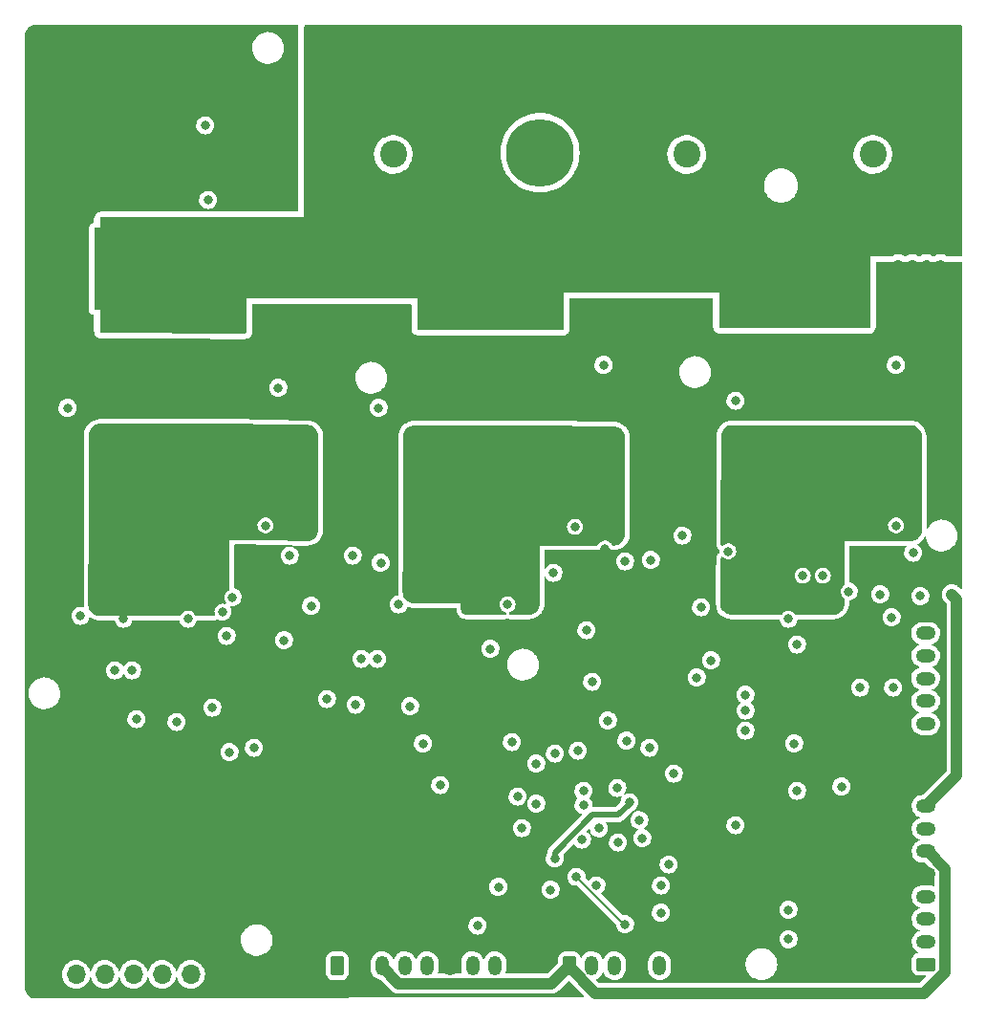
<source format=gbr>
%TF.GenerationSoftware,KiCad,Pcbnew,(6.0.5-0)*%
%TF.CreationDate,2022-05-18T00:34:25-07:00*%
%TF.ProjectId,INV_Board,494e565f-426f-4617-9264-2e6b69636164,rev?*%
%TF.SameCoordinates,Original*%
%TF.FileFunction,Copper,L3,Inr*%
%TF.FilePolarity,Positive*%
%FSLAX46Y46*%
G04 Gerber Fmt 4.6, Leading zero omitted, Abs format (unit mm)*
G04 Created by KiCad (PCBNEW (6.0.5-0)) date 2022-05-18 00:34:25*
%MOMM*%
%LPD*%
G01*
G04 APERTURE LIST*
G04 Aperture macros list*
%AMRoundRect*
0 Rectangle with rounded corners*
0 $1 Rounding radius*
0 $2 $3 $4 $5 $6 $7 $8 $9 X,Y pos of 4 corners*
0 Add a 4 corners polygon primitive as box body*
4,1,4,$2,$3,$4,$5,$6,$7,$8,$9,$2,$3,0*
0 Add four circle primitives for the rounded corners*
1,1,$1+$1,$2,$3*
1,1,$1+$1,$4,$5*
1,1,$1+$1,$6,$7*
1,1,$1+$1,$8,$9*
0 Add four rect primitives between the rounded corners*
20,1,$1+$1,$2,$3,$4,$5,0*
20,1,$1+$1,$4,$5,$6,$7,0*
20,1,$1+$1,$6,$7,$8,$9,0*
20,1,$1+$1,$8,$9,$2,$3,0*%
G04 Aperture macros list end*
%TA.AperFunction,ComponentPad*%
%ADD10RoundRect,0.250000X0.625000X-0.350000X0.625000X0.350000X-0.625000X0.350000X-0.625000X-0.350000X0*%
%TD*%
%TA.AperFunction,ComponentPad*%
%ADD11O,1.750000X1.200000*%
%TD*%
%TA.AperFunction,ComponentPad*%
%ADD12C,0.500000*%
%TD*%
%TA.AperFunction,ComponentPad*%
%ADD13RoundRect,0.250000X-0.350000X-0.625000X0.350000X-0.625000X0.350000X0.625000X-0.350000X0.625000X0*%
%TD*%
%TA.AperFunction,ComponentPad*%
%ADD14O,1.200000X1.750000*%
%TD*%
%TA.AperFunction,ComponentPad*%
%ADD15R,2.400000X2.400000*%
%TD*%
%TA.AperFunction,ComponentPad*%
%ADD16C,2.400000*%
%TD*%
%TA.AperFunction,ComponentPad*%
%ADD17C,6.000000*%
%TD*%
%TA.AperFunction,ComponentPad*%
%ADD18R,1.700000X1.700000*%
%TD*%
%TA.AperFunction,ComponentPad*%
%ADD19O,1.700000X1.700000*%
%TD*%
%TA.AperFunction,ViaPad*%
%ADD20C,0.800000*%
%TD*%
%TA.AperFunction,Conductor*%
%ADD21C,1.000000*%
%TD*%
%TA.AperFunction,Conductor*%
%ADD22C,0.500000*%
%TD*%
%TA.AperFunction,Conductor*%
%ADD23C,0.200000*%
%TD*%
G04 APERTURE END LIST*
D10*
%TO.N,Net-(C11-Pad2)*%
%TO.C,J6*%
X196215000Y-132715000D03*
D11*
X196215000Y-130715000D03*
%TO.N,Net-(C12-Pad2)*%
X196215000Y-128715000D03*
X196215000Y-126715000D03*
%TO.N,SGU*%
X196215000Y-124715000D03*
%TO.N,+3V3*%
X196215000Y-122715000D03*
%TO.N,+5V*%
X196215000Y-120715000D03*
%TO.N,+12V*%
X196215000Y-118715000D03*
%TD*%
D12*
%TO.N,SGU*%
%TO.C,U8*%
X140335000Y-111710000D03*
X139335000Y-110410000D03*
X140335000Y-110410000D03*
X141335000Y-110410000D03*
X141335000Y-111710000D03*
X139335000Y-111710000D03*
%TD*%
%TO.N,SGU*%
%TO.C,U3*%
X130045000Y-62605000D03*
X130045000Y-61405000D03*
X130045000Y-60205000D03*
X131445000Y-61405000D03*
X131445000Y-60205000D03*
X131445000Y-62605000D03*
%TD*%
%TO.N,SGU*%
%TO.C,U5*%
X123444000Y-115458000D03*
X122444000Y-114158000D03*
X123444000Y-114158000D03*
X124444000Y-114158000D03*
X124444000Y-115458000D03*
X122444000Y-115458000D03*
%TD*%
D13*
%TO.N,+5V*%
%TO.C,J5*%
X144018000Y-132842000D03*
D14*
%TO.N,SGU*%
X146018000Y-132842000D03*
%TO.N,+3V3*%
X148018000Y-132842000D03*
%TO.N,Net-(J5-Pad4)*%
X150018000Y-132842000D03*
%TO.N,Net-(J5-Pad5)*%
X152018000Y-132842000D03*
%TO.N,SGU*%
X154018000Y-132842000D03*
%TO.N,I2CSDA*%
X156018000Y-132842000D03*
%TO.N,I2CSCL*%
X158018000Y-132842000D03*
%TD*%
D15*
%TO.N,+VDC*%
%TO.C,C46*%
X191500000Y-53500000D03*
D16*
%TO.N,SGU*%
X191500000Y-61000000D03*
%TD*%
D17*
%TO.N,SGU*%
%TO.C,J8*%
X162000000Y-60850000D03*
%TO.N,+VDC*%
X162000000Y-53650000D03*
%TD*%
D18*
%TO.N,SGU*%
%TO.C,J3*%
X118364000Y-133604000D03*
D19*
%TO.N,SWDIO*%
X120904000Y-133604000D03*
%TO.N,SWCLK*%
X123444000Y-133604000D03*
%TO.N,SWO*%
X125984000Y-133604000D03*
%TO.N,unconnected-(J3-Pad5)*%
X128524000Y-133604000D03*
%TO.N,#RES*%
X131064000Y-133604000D03*
%TD*%
D10*
%TO.N,SGU*%
%TO.C,J4*%
X196173000Y-113411000D03*
D11*
%TO.N,Net-(J4-Pad2)*%
X196173000Y-111411000D03*
%TO.N,Net-(J4-Pad3)*%
X196173000Y-109411000D03*
%TO.N,Net-(J4-Pad4)*%
X196173000Y-107411000D03*
%TO.N,Motor_T*%
X196173000Y-105411000D03*
%TO.N,+5V*%
X196173000Y-103411000D03*
%TD*%
D15*
%TO.N,+VDC*%
%TO.C,C42*%
X149000000Y-53500000D03*
D16*
%TO.N,SGU*%
X149000000Y-61000000D03*
%TD*%
D15*
%TO.N,+VDC*%
%TO.C,C41*%
X175000000Y-53500000D03*
D16*
%TO.N,SGU*%
X175000000Y-61000000D03*
%TD*%
D13*
%TO.N,+3V3*%
%TO.C,J7*%
X164592000Y-132842000D03*
D14*
%TO.N,Net-(J7-Pad2)*%
X166592000Y-132842000D03*
%TO.N,Net-(J7-Pad3)*%
X168592000Y-132842000D03*
%TO.N,SGU*%
X170592000Y-132842000D03*
%TO.N,+5V*%
X172592000Y-132842000D03*
%TD*%
D20*
%TO.N,+3V3*%
X165354000Y-113792000D03*
X184785000Y-117348000D03*
X180213000Y-112014000D03*
X166624000Y-107696000D03*
X166116000Y-103124000D03*
X163322000Y-123317000D03*
X192151000Y-99949000D03*
X136652000Y-113538000D03*
X180213000Y-108839000D03*
X169926000Y-118364000D03*
X168021000Y-111125000D03*
X134747000Y-100203000D03*
X180214003Y-110238011D03*
%TO.N,Net-(C8-Pad1)*%
X132334000Y-58420000D03*
X132588000Y-65024000D03*
%TO.N,+VDC*%
X152300000Y-74200000D03*
X152300000Y-71800000D03*
X161000000Y-68000000D03*
X152300000Y-69300000D03*
X163500000Y-68000000D03*
X153500000Y-68000000D03*
X156000000Y-68000000D03*
X152300000Y-68000000D03*
X185500000Y-67750000D03*
X190500000Y-73000000D03*
X184250000Y-67750000D03*
X186750000Y-67750000D03*
X162200000Y-68000000D03*
X181750000Y-67750000D03*
X125500000Y-74250000D03*
X179250000Y-71500000D03*
X179250000Y-74000000D03*
X152300000Y-70500000D03*
X152300000Y-73000000D03*
X124300000Y-73000000D03*
X179250000Y-70250000D03*
X179250000Y-69000000D03*
X190500000Y-69000000D03*
X154750000Y-74250000D03*
X157250000Y-74250000D03*
X159750000Y-74250000D03*
X162250000Y-74250000D03*
X155950000Y-74250000D03*
X158450000Y-74250000D03*
X160950000Y-74250000D03*
X153500000Y-74250000D03*
X189250000Y-71500000D03*
X189250000Y-69000000D03*
X189250000Y-70250000D03*
X189250000Y-72750000D03*
X189250000Y-74000000D03*
X131700000Y-71750000D03*
X133000000Y-74250000D03*
X126960000Y-75692000D03*
X158500000Y-68000000D03*
X160950000Y-70500000D03*
X155950000Y-71750000D03*
X134200000Y-70500000D03*
X181750000Y-70250000D03*
X125500000Y-73000000D03*
X180500000Y-67750000D03*
X184324000Y-75692000D03*
X128000000Y-69250000D03*
X129200000Y-68000000D03*
X130500000Y-71750000D03*
X154750000Y-71750000D03*
X190500000Y-70250000D03*
X129200000Y-71750000D03*
X162250000Y-69250000D03*
X179250000Y-67750000D03*
X181824000Y-75692000D03*
X155950000Y-69250000D03*
X183000000Y-70250000D03*
X190500000Y-71750000D03*
X157400000Y-75692000D03*
X158450000Y-73000000D03*
X131700000Y-74250000D03*
X135500000Y-70500000D03*
X125710000Y-75692000D03*
X162250000Y-73000000D03*
X157250000Y-69250000D03*
X181750000Y-69000000D03*
X159750000Y-71750000D03*
X159750000Y-73000000D03*
X131700000Y-73000000D03*
X130500000Y-74250000D03*
X180500000Y-69000000D03*
X159700000Y-68000000D03*
X188000000Y-69000000D03*
X155950000Y-73000000D03*
X134200000Y-73000000D03*
X188000000Y-71500000D03*
X158450000Y-69250000D03*
X133000000Y-70500000D03*
X130710000Y-75692000D03*
X124460000Y-75692000D03*
X154750000Y-69250000D03*
X129460000Y-75692000D03*
X128210000Y-75692000D03*
X181750000Y-71500000D03*
X180574000Y-75692000D03*
X157200000Y-68000000D03*
X133000000Y-69250000D03*
X153500000Y-69250000D03*
X163500000Y-70500000D03*
X129200000Y-70500000D03*
X184250000Y-72750000D03*
X185500000Y-72750000D03*
X130500000Y-70500000D03*
X160950000Y-73000000D03*
X135500000Y-73000000D03*
X186750000Y-70250000D03*
X135500000Y-68000000D03*
X154900000Y-75692000D03*
X188000000Y-70250000D03*
X131700000Y-68000000D03*
X162250000Y-71750000D03*
X135500000Y-74250000D03*
X129200000Y-69250000D03*
X131700000Y-70500000D03*
X179250000Y-72750000D03*
X188000000Y-74000000D03*
X130500000Y-69250000D03*
X183000000Y-74000000D03*
X153500000Y-73000000D03*
X185574000Y-75692000D03*
X186750000Y-74000000D03*
X124300000Y-74250000D03*
X133000000Y-68000000D03*
X157250000Y-70500000D03*
X130500000Y-73000000D03*
X135500000Y-69250000D03*
X183000000Y-72750000D03*
X125500000Y-69300000D03*
X160950000Y-69250000D03*
X129200000Y-73000000D03*
X128000000Y-70500000D03*
X185500000Y-71500000D03*
X179324000Y-75692000D03*
X133000000Y-71750000D03*
X126750000Y-70500000D03*
X183000000Y-71500000D03*
X134200000Y-71750000D03*
X125500000Y-70500000D03*
X184250000Y-74000000D03*
X160950000Y-71750000D03*
X181750000Y-72750000D03*
X183000000Y-69000000D03*
X180500000Y-72750000D03*
X162250000Y-70500000D03*
X124300000Y-68000000D03*
X134200000Y-69250000D03*
X125500000Y-71700000D03*
X133000000Y-73000000D03*
X186750000Y-71500000D03*
X188000000Y-67750000D03*
X184250000Y-69000000D03*
X134200000Y-68000000D03*
X184250000Y-70250000D03*
X126750000Y-71750000D03*
X126750000Y-69250000D03*
X163500000Y-71750000D03*
X124300000Y-71700000D03*
X128000000Y-73000000D03*
X185500000Y-74000000D03*
X155950000Y-70500000D03*
X180500000Y-71500000D03*
X163500000Y-69250000D03*
X157250000Y-71750000D03*
X154750000Y-73000000D03*
X124300000Y-70500000D03*
X159750000Y-69250000D03*
X185500000Y-69000000D03*
X180500000Y-70250000D03*
X156150000Y-75692000D03*
X126750000Y-74250000D03*
X153500000Y-71750000D03*
X186750000Y-69000000D03*
X153500000Y-70500000D03*
X158450000Y-70500000D03*
X130500000Y-68000000D03*
X128000000Y-68000000D03*
X159750000Y-70500000D03*
X188000000Y-72750000D03*
X180500000Y-74000000D03*
X124300000Y-69300000D03*
X157250000Y-73000000D03*
X128000000Y-71750000D03*
X154750000Y-70500000D03*
X129200000Y-74250000D03*
X153650000Y-75692000D03*
X158650000Y-75692000D03*
X184250000Y-71500000D03*
X183000000Y-67750000D03*
X157607000Y-104775000D03*
X186750000Y-72750000D03*
X158450000Y-71750000D03*
X181750000Y-74000000D03*
X126750000Y-68000000D03*
X154700000Y-68000000D03*
X134200000Y-74250000D03*
X128000000Y-74250000D03*
X126750000Y-73000000D03*
X163500000Y-73000000D03*
X185500000Y-70250000D03*
X135500000Y-71750000D03*
X183074000Y-75692000D03*
X131700000Y-69250000D03*
X152400000Y-75692000D03*
X125500000Y-68000000D03*
%TO.N,ISU*%
X195072000Y-96266000D03*
X193548000Y-79629000D03*
%TO.N,Net-(C25-Pad1)*%
X129794000Y-111252000D03*
X126238000Y-110998000D03*
%TO.N,ULin*%
X177165000Y-105791000D03*
X165735000Y-121666000D03*
%TO.N,UHin*%
X175895000Y-107315000D03*
X167224500Y-120668072D03*
%TO.N,Net-(C25-Pad2)*%
X132969000Y-109982000D03*
X134493000Y-113919000D03*
%TO.N,Motor_T*%
X188722000Y-116967000D03*
X184531000Y-113157000D03*
%TO.N,SWU*%
X188750000Y-90750000D03*
X185000000Y-94500000D03*
X182500000Y-94500000D03*
X180000000Y-94500000D03*
X180000000Y-92000000D03*
X188750000Y-85750000D03*
X180000000Y-89500000D03*
X188750000Y-93250000D03*
X187500000Y-94500000D03*
X180000000Y-87000000D03*
X188750000Y-88250000D03*
X185000000Y-93250000D03*
X182500000Y-93250000D03*
X188750000Y-87000000D03*
X188750000Y-89500000D03*
X188750000Y-92000000D03*
X181250000Y-87000000D03*
X181250000Y-89500000D03*
X181250000Y-92000000D03*
X183750000Y-90750000D03*
X183750000Y-88250000D03*
X183750000Y-85750000D03*
X182500000Y-87000000D03*
X182500000Y-89500000D03*
X182500000Y-92000000D03*
X185000000Y-87000000D03*
X185000000Y-89500000D03*
X185000000Y-92000000D03*
X185000000Y-90750000D03*
X185000000Y-88250000D03*
X185000000Y-85750000D03*
X182500000Y-90750000D03*
X183750000Y-92000000D03*
X182500000Y-85750000D03*
X183750000Y-89500000D03*
X183750000Y-87000000D03*
X182500000Y-88250000D03*
X187500000Y-90750000D03*
X187500000Y-88250000D03*
X187500000Y-85750000D03*
X186250000Y-87000000D03*
X186250000Y-89500000D03*
X186250000Y-92000000D03*
X186250000Y-90750000D03*
X187500000Y-92000000D03*
X186250000Y-85750000D03*
X187500000Y-89500000D03*
X187500000Y-87000000D03*
X186250000Y-88250000D03*
X186250000Y-93250000D03*
X180000000Y-90750000D03*
X181250000Y-85750000D03*
X183750000Y-93250000D03*
X180000000Y-93250000D03*
X180467000Y-97282000D03*
X180000000Y-85750000D03*
X181250000Y-90750000D03*
X180000000Y-88250000D03*
X187500000Y-93250000D03*
X181250000Y-93250000D03*
X178435000Y-101092000D03*
X181250000Y-88250000D03*
%TO.N,SWV*%
X161500000Y-90750000D03*
X161500000Y-88250000D03*
X161500000Y-85750000D03*
X160250000Y-87000000D03*
X160250000Y-89500000D03*
X160250000Y-92000000D03*
X160250000Y-90750000D03*
X161500000Y-92000000D03*
X160250000Y-85750000D03*
X161500000Y-89500000D03*
X161500000Y-87000000D03*
X160250000Y-88250000D03*
X154000000Y-90750000D03*
X159000000Y-89500000D03*
X152750000Y-92000000D03*
X152750000Y-90750000D03*
X152750000Y-89500000D03*
X155250000Y-89500000D03*
X155250000Y-90750000D03*
X152750000Y-87000000D03*
X157750000Y-85750000D03*
X159000000Y-90750000D03*
X157750000Y-93250000D03*
X154000000Y-92000000D03*
X157750000Y-88250000D03*
X159000000Y-94500000D03*
X161500000Y-93250000D03*
X154000000Y-89500000D03*
X152750000Y-85750000D03*
X154000000Y-88250000D03*
X160250000Y-93250000D03*
X157750000Y-92000000D03*
X156500000Y-92000000D03*
X156500000Y-93250000D03*
X156500000Y-89500000D03*
X152750000Y-93250000D03*
X159000000Y-87000000D03*
X159000000Y-85750000D03*
X161500000Y-94500000D03*
X155250000Y-85750000D03*
X154000000Y-93250000D03*
X154000000Y-85750000D03*
X155250000Y-88250000D03*
X157750000Y-87000000D03*
X159000000Y-92000000D03*
X155250000Y-93250000D03*
X155250000Y-87000000D03*
X156500000Y-88250000D03*
X154000000Y-94500000D03*
X157750000Y-89500000D03*
X156500000Y-94500000D03*
X154000000Y-87000000D03*
X156500000Y-90750000D03*
X157750000Y-90750000D03*
X159000000Y-93250000D03*
X159000000Y-88250000D03*
X156500000Y-87000000D03*
X152750000Y-88250000D03*
X156500000Y-85750000D03*
X155250000Y-92000000D03*
%TO.N,SWW*%
X132500000Y-94500000D03*
X125000000Y-89500000D03*
X125000000Y-87000000D03*
X133750000Y-88250000D03*
X130000000Y-94500000D03*
X125000000Y-94500000D03*
X125000000Y-92000000D03*
X132500000Y-92000000D03*
X133750000Y-93250000D03*
X131250000Y-92000000D03*
X130000000Y-87000000D03*
X130000000Y-89500000D03*
X130000000Y-92000000D03*
X130000000Y-90750000D03*
X130000000Y-88250000D03*
X130000000Y-85750000D03*
X128750000Y-89500000D03*
X128750000Y-87000000D03*
X127500000Y-88250000D03*
X127500000Y-90750000D03*
X128750000Y-92000000D03*
X127500000Y-85750000D03*
X128750000Y-90750000D03*
X128750000Y-88250000D03*
X128750000Y-85750000D03*
X127500000Y-87000000D03*
X127500000Y-89500000D03*
X127500000Y-92000000D03*
X132500000Y-89500000D03*
X132500000Y-87000000D03*
X131250000Y-88250000D03*
X131250000Y-90750000D03*
X131250000Y-85750000D03*
X132500000Y-90750000D03*
X132500000Y-88250000D03*
X132500000Y-85750000D03*
X131250000Y-87000000D03*
X131250000Y-89500000D03*
X127500000Y-93250000D03*
X133750000Y-85750000D03*
X126250000Y-90750000D03*
X130000000Y-93250000D03*
X126250000Y-87000000D03*
X126250000Y-93250000D03*
X133750000Y-92000000D03*
X126250000Y-85750000D03*
X125000000Y-93250000D03*
X133750000Y-90750000D03*
X126250000Y-89500000D03*
X132500000Y-93250000D03*
X128750000Y-93250000D03*
X133750000Y-89500000D03*
X127500000Y-94500000D03*
X125000000Y-88250000D03*
X125000000Y-90750000D03*
X126250000Y-92000000D03*
X125095000Y-102108000D03*
X131250000Y-93250000D03*
X133750000Y-87000000D03*
X126250000Y-88250000D03*
X125000000Y-85750000D03*
%TO.N,WHin*%
X124333000Y-106680000D03*
X167005000Y-125730000D03*
%TO.N,VHin*%
X146177000Y-105664000D03*
X165862000Y-117348000D03*
%TO.N,WLin*%
X162941000Y-126111000D03*
X125857000Y-106680000D03*
%TO.N,VLin*%
X147574000Y-105664000D03*
X165862000Y-118618000D03*
%TO.N,ISV*%
X169545000Y-97028000D03*
X167640000Y-79629000D03*
%TO.N,ISW*%
X138811000Y-81661000D03*
X139827000Y-96520000D03*
%TO.N,PWMin*%
X172720000Y-128143000D03*
X172720000Y-125730000D03*
%TO.N,PhaseW*%
X160020000Y-117856000D03*
X134239000Y-103632000D03*
%TO.N,SWDIO*%
X168910000Y-121920000D03*
%TO.N,SWCLK*%
X171069000Y-121539000D03*
%TO.N,#RES*%
X168847500Y-117094000D03*
%TO.N,Net-(C37-Pad1)*%
X145669000Y-109728000D03*
X143129000Y-109220000D03*
%TO.N,Net-(C37-Pad2)*%
X150495000Y-109855000D03*
X151638000Y-113157000D03*
%TO.N,Vsense_MCU*%
X159512000Y-113030000D03*
X161671000Y-114935000D03*
%TO.N,I2CSCL*%
X173405122Y-123875122D03*
%TO.N,/op3Vout*%
X153162000Y-116840000D03*
X139319000Y-104013000D03*
%TO.N,+12V*%
X171831000Y-96901000D03*
X145415000Y-96520000D03*
X141732000Y-100965000D03*
X198501000Y-99949000D03*
X163195000Y-98044000D03*
X133858000Y-101473000D03*
X149479000Y-100838000D03*
%TO.N,SWO*%
X170815000Y-119952500D03*
%TO.N,Net-(J4-Pad3)*%
X193294000Y-108204000D03*
X190373000Y-108204000D03*
%TO.N,AnalogIn*%
X160401000Y-120650000D03*
X158307637Y-125857011D03*
%TO.N,BoardTemp*%
X169545000Y-129159000D03*
X165227000Y-124968000D03*
X185293000Y-98298000D03*
%TO.N,/op1Vout*%
X184785000Y-104394000D03*
X163322000Y-114046000D03*
%TO.N,/op2Vout*%
X161671000Y-118491000D03*
X169672000Y-112903000D03*
%TO.N,CAN_EN*%
X171704000Y-113538000D03*
X179324000Y-120396000D03*
%TO.N,SGU*%
X193750000Y-70750000D03*
X171000000Y-74500000D03*
X192500000Y-75500000D03*
X143500000Y-76000000D03*
X195000000Y-78000000D03*
X195000000Y-75500000D03*
X192500000Y-78000000D03*
X196250000Y-70750000D03*
X197500000Y-78000000D03*
X120250000Y-79500000D03*
X121500000Y-77000000D03*
X119000000Y-79500000D03*
X121500000Y-79500000D03*
X120250000Y-78250000D03*
X119000000Y-78250000D03*
X121500000Y-78250000D03*
X144750000Y-74750000D03*
X146000000Y-77250000D03*
X148443000Y-77978000D03*
X144750000Y-77250000D03*
X147193000Y-77978000D03*
X148443000Y-76728000D03*
X195000000Y-74500000D03*
X197500000Y-74500000D03*
X146000000Y-76000000D03*
X144750000Y-76000000D03*
X196250000Y-74500000D03*
X147193000Y-76728000D03*
X193750000Y-74500000D03*
X125222000Y-123444000D03*
X197500000Y-73250000D03*
X144018000Y-111379000D03*
X196250000Y-78000000D03*
X126619000Y-113538000D03*
X143500000Y-78500000D03*
X167894000Y-102743000D03*
X144018000Y-120142000D03*
X134874000Y-117475000D03*
X168500000Y-78000000D03*
X197500000Y-75500000D03*
X142494000Y-120142000D03*
X188087000Y-105918000D03*
X167250000Y-76750000D03*
X166000000Y-78000000D03*
X127762000Y-113411000D03*
X126365000Y-122682000D03*
X134620000Y-109982000D03*
X185928000Y-119253000D03*
X117475000Y-111506000D03*
X118618000Y-68072000D03*
X191008000Y-104521000D03*
X128397000Y-112522000D03*
X141000000Y-78500000D03*
X176000000Y-76750000D03*
X117475000Y-119761000D03*
X193750000Y-73250000D03*
X161671000Y-111887000D03*
X139750000Y-78500000D03*
X138557000Y-96520000D03*
X175641000Y-112014000D03*
X117348000Y-129413000D03*
X144526000Y-118999000D03*
X138500000Y-78500000D03*
X117348000Y-131191000D03*
X118872000Y-118237000D03*
X174750000Y-75500000D03*
X161671000Y-109601000D03*
X197500000Y-76750000D03*
X191897000Y-105918000D03*
X189357000Y-104521000D03*
X117475000Y-115824000D03*
X162306000Y-122174000D03*
X195000000Y-70750000D03*
X190373000Y-127127000D03*
X160401000Y-124333000D03*
X129413000Y-105029000D03*
X191008000Y-133096000D03*
X125984000Y-127000000D03*
X187960000Y-112141000D03*
X198374000Y-98425000D03*
X122682000Y-120777000D03*
X117475000Y-117729000D03*
X184150000Y-119126000D03*
X195000000Y-76750000D03*
X177673000Y-107061000D03*
X118364000Y-71882000D03*
X121666000Y-131064000D03*
X117475000Y-121666000D03*
X135509000Y-112268000D03*
X137795000Y-110236000D03*
X177546000Y-114300000D03*
X169750000Y-76750000D03*
X171069000Y-99314000D03*
X123444000Y-131064000D03*
X167767000Y-95885000D03*
X176022000Y-113284000D03*
X120396000Y-76962000D03*
X161925000Y-113284000D03*
X161671000Y-110744000D03*
X125095000Y-131064000D03*
X168402000Y-101473000D03*
X193548000Y-93853000D03*
X187071000Y-133096000D03*
X163322000Y-107950000D03*
X127889000Y-105918000D03*
X118364000Y-69342000D03*
X121158000Y-114173000D03*
X140716000Y-124079000D03*
X188849000Y-125476000D03*
X187071000Y-98298000D03*
X147828000Y-110871000D03*
X123952000Y-122174000D03*
X193040000Y-114554000D03*
X141859000Y-115443000D03*
X173500000Y-75500000D03*
X196250000Y-75500000D03*
X168500000Y-75500000D03*
X137795000Y-102870000D03*
X143500000Y-77250000D03*
X192024000Y-79629000D03*
X180467000Y-126492000D03*
X192659000Y-104521000D03*
X171069000Y-101473000D03*
X172250000Y-74500000D03*
X121158000Y-115443000D03*
X117475000Y-113665000D03*
X171069000Y-102743000D03*
X142250000Y-77250000D03*
X147828000Y-102235000D03*
X198374000Y-97282000D03*
X145288000Y-110998000D03*
X172250000Y-76750000D03*
X173863000Y-109093000D03*
X139750000Y-76000000D03*
X125984000Y-125857000D03*
X138176000Y-124206000D03*
X149606000Y-106172000D03*
X125984000Y-124587000D03*
X197104000Y-97282000D03*
X139750000Y-74750000D03*
X126873000Y-131064000D03*
X137795000Y-103886000D03*
X134874000Y-118618000D03*
X118364000Y-74422000D03*
X152654000Y-106172000D03*
X171000000Y-76750000D03*
X142494000Y-121285000D03*
X175641000Y-130810000D03*
X178181000Y-108458000D03*
X167250000Y-75500000D03*
X164592000Y-107950000D03*
X175641000Y-132207000D03*
X169164000Y-106553000D03*
X122809000Y-125857000D03*
X140081000Y-118999000D03*
X190119000Y-105918000D03*
X181991000Y-119126000D03*
X197500000Y-70750000D03*
X127254000Y-124587000D03*
X143256000Y-118999000D03*
X193750000Y-72000000D03*
X138430000Y-122047000D03*
X168500000Y-74500000D03*
X138303000Y-120523000D03*
X118999000Y-116840000D03*
X182753000Y-122809000D03*
X196250000Y-73250000D03*
X195000000Y-73250000D03*
X118364000Y-70612000D03*
X124460000Y-119761000D03*
X178816000Y-114300000D03*
X140716000Y-115443000D03*
X142748000Y-110363000D03*
X154305000Y-122428000D03*
X126111000Y-114554000D03*
X172250000Y-78000000D03*
X195000000Y-72000000D03*
X123952000Y-125857000D03*
X192151000Y-127127000D03*
X127127000Y-112522000D03*
X139827000Y-117475000D03*
X123698000Y-118999000D03*
X169750000Y-78000000D03*
X193750000Y-78000000D03*
X174750000Y-76750000D03*
X142240000Y-117983000D03*
X122682000Y-123444000D03*
X119888000Y-117475000D03*
X190500000Y-110998000D03*
X192659000Y-133096000D03*
X171069000Y-100330000D03*
X168500000Y-76750000D03*
X169750000Y-74500000D03*
X172212000Y-103378000D03*
X123825000Y-124587000D03*
X187960000Y-110998000D03*
X143500000Y-74750000D03*
X141478000Y-118999000D03*
X166000000Y-76750000D03*
X180086000Y-123317000D03*
X167132000Y-101600000D03*
X139065000Y-102870000D03*
X142250000Y-78500000D03*
X193040000Y-113538000D03*
X123825000Y-127127000D03*
X127254000Y-114554000D03*
X125222000Y-122174000D03*
X191008000Y-131572000D03*
X172250000Y-75500000D03*
X179451000Y-128397000D03*
X139750000Y-77250000D03*
X118364000Y-73152000D03*
X159258000Y-124206000D03*
X124841000Y-125095000D03*
X184912000Y-133096000D03*
X175641000Y-110617000D03*
X141000000Y-77250000D03*
X166000000Y-75500000D03*
X141000000Y-76000000D03*
X151384000Y-102235000D03*
X190373000Y-125476000D03*
X142748000Y-111633000D03*
X125095000Y-120904000D03*
X141000000Y-74750000D03*
X176911000Y-108458000D03*
X126111000Y-115697000D03*
X128778000Y-131064000D03*
X188976000Y-133096000D03*
X171000000Y-75500000D03*
X144018000Y-110236000D03*
X137541000Y-112395000D03*
X143891000Y-122682000D03*
X119888000Y-68072000D03*
X120015000Y-116332000D03*
X169750000Y-75500000D03*
X192500000Y-76750000D03*
X168021000Y-106553000D03*
X122682000Y-122174000D03*
X129159000Y-106553000D03*
X167250000Y-78000000D03*
X171069000Y-125603000D03*
X117475000Y-123444000D03*
X174752000Y-108331000D03*
X175006000Y-118237000D03*
X192659000Y-131572000D03*
X165862000Y-79502000D03*
X142240000Y-116586000D03*
X197104000Y-98425000D03*
X138500000Y-76000000D03*
X119634000Y-75692000D03*
X175641000Y-109347000D03*
X190500000Y-112141000D03*
X151765000Y-125857000D03*
X193750000Y-75500000D03*
X146558000Y-102235000D03*
X149225000Y-102235000D03*
X138500000Y-77250000D03*
X197500000Y-72000000D03*
X151130000Y-106172000D03*
X173500000Y-74500000D03*
X137541000Y-81661000D03*
X172085000Y-124714000D03*
X173500000Y-76750000D03*
X146939000Y-110109000D03*
X192151000Y-125476000D03*
X142250000Y-74750000D03*
X196250000Y-72000000D03*
X142250000Y-76000000D03*
X117348000Y-127508000D03*
X193750000Y-76750000D03*
X137795000Y-111252000D03*
X119126000Y-76962000D03*
X176022000Y-114427000D03*
X123952000Y-123444000D03*
X141859000Y-124079000D03*
X196250000Y-76750000D03*
X171000000Y-78000000D03*
X167250000Y-74500000D03*
X135382000Y-110871000D03*
%TO.N,/UGH*%
X179324000Y-82804000D03*
X178689000Y-96139000D03*
%TO.N,/UGL*%
X184023000Y-102108000D03*
X189357000Y-99695000D03*
%TO.N,/VGH*%
X147701000Y-83439000D03*
X147890000Y-97155000D03*
%TO.N,/VGL*%
X159131000Y-100838000D03*
X165100000Y-93980000D03*
%TO.N,/WGL*%
X137668000Y-93853000D03*
X130810000Y-102108000D03*
%TO.N,Net-(R19-Pad2)*%
X195707000Y-100115500D03*
X193167000Y-101981000D03*
%TO.N,Net-(R45-Pad1)*%
X120142000Y-83439000D03*
X121285000Y-101854000D03*
%TO.N,Net-(R48-Pad1)*%
X174625000Y-94745980D03*
X176276000Y-101092000D03*
%TO.N,Net-(C12-Pad2)*%
X184023000Y-127889000D03*
X184023000Y-130493500D03*
%TO.N,I2CSDA*%
X173863000Y-115824000D03*
X156464000Y-129286000D03*
%TD*%
D21*
%TO.N,+3V3*%
X166900122Y-135262920D02*
X196041102Y-135262920D01*
D22*
X169926000Y-118364000D02*
X169926000Y-118491000D01*
D21*
X196327798Y-122715000D02*
X196215000Y-122715000D01*
X148018000Y-132954798D02*
X149479722Y-134416520D01*
X197866000Y-133438022D02*
X197866000Y-124253202D01*
X163017480Y-134416520D02*
X164592000Y-132842000D01*
D22*
X166663489Y-119467511D02*
X163322000Y-122809000D01*
D21*
X148018000Y-132842000D02*
X148018000Y-132954798D01*
X149479722Y-134416520D02*
X163017480Y-134416520D01*
X196041102Y-135262920D02*
X197866000Y-133438022D01*
D22*
X163322000Y-122809000D02*
X163322000Y-123317000D01*
X168949489Y-119467511D02*
X166663489Y-119467511D01*
X169926000Y-118491000D02*
X168949489Y-119467511D01*
D21*
X197866000Y-124253202D02*
X196327798Y-122715000D01*
X164592000Y-132954798D02*
X166900122Y-135262920D01*
X164592000Y-132842000D02*
X164592000Y-132954798D01*
%TO.N,+12V*%
X198932520Y-100380520D02*
X198932520Y-115997480D01*
X198932520Y-115997480D02*
X196215000Y-118715000D01*
X198501000Y-99949000D02*
X198932520Y-100380520D01*
D23*
%TO.N,BoardTemp*%
X165227000Y-124968000D02*
X169418000Y-129159000D01*
X169418000Y-129159000D02*
X169545000Y-129159000D01*
%TD*%
%TA.AperFunction,Conductor*%
%TO.N,+VDC*%
G36*
X199331621Y-49550502D02*
G01*
X199378114Y-49604158D01*
X199389500Y-49656500D01*
X199389500Y-69874000D01*
X199369498Y-69942121D01*
X199315842Y-69988614D01*
X199263500Y-70000000D01*
X198054286Y-70000000D01*
X197980225Y-69975936D01*
X197962094Y-69962763D01*
X197962093Y-69962762D01*
X197956752Y-69958882D01*
X197950724Y-69956198D01*
X197950722Y-69956197D01*
X197788319Y-69883891D01*
X197788318Y-69883891D01*
X197782288Y-69881206D01*
X197688887Y-69861353D01*
X197601944Y-69842872D01*
X197601939Y-69842872D01*
X197595487Y-69841500D01*
X197404513Y-69841500D01*
X197398061Y-69842872D01*
X197398056Y-69842872D01*
X197311113Y-69861353D01*
X197217712Y-69881206D01*
X197211682Y-69883891D01*
X197211681Y-69883891D01*
X197049278Y-69956197D01*
X197049276Y-69956198D01*
X197043248Y-69958882D01*
X197037907Y-69962762D01*
X197037906Y-69962763D01*
X197019775Y-69975936D01*
X196945714Y-70000000D01*
X196804286Y-70000000D01*
X196730225Y-69975936D01*
X196712094Y-69962763D01*
X196712093Y-69962762D01*
X196706752Y-69958882D01*
X196700724Y-69956198D01*
X196700722Y-69956197D01*
X196538319Y-69883891D01*
X196538318Y-69883891D01*
X196532288Y-69881206D01*
X196438887Y-69861353D01*
X196351944Y-69842872D01*
X196351939Y-69842872D01*
X196345487Y-69841500D01*
X196154513Y-69841500D01*
X196148061Y-69842872D01*
X196148056Y-69842872D01*
X196061113Y-69861353D01*
X195967712Y-69881206D01*
X195961682Y-69883891D01*
X195961681Y-69883891D01*
X195799278Y-69956197D01*
X195799276Y-69956198D01*
X195793248Y-69958882D01*
X195787907Y-69962762D01*
X195787906Y-69962763D01*
X195769775Y-69975936D01*
X195695714Y-70000000D01*
X195554286Y-70000000D01*
X195480225Y-69975936D01*
X195462094Y-69962763D01*
X195462093Y-69962762D01*
X195456752Y-69958882D01*
X195450724Y-69956198D01*
X195450722Y-69956197D01*
X195288319Y-69883891D01*
X195288318Y-69883891D01*
X195282288Y-69881206D01*
X195188887Y-69861353D01*
X195101944Y-69842872D01*
X195101939Y-69842872D01*
X195095487Y-69841500D01*
X194904513Y-69841500D01*
X194898061Y-69842872D01*
X194898056Y-69842872D01*
X194811113Y-69861353D01*
X194717712Y-69881206D01*
X194711682Y-69883891D01*
X194711681Y-69883891D01*
X194549278Y-69956197D01*
X194549276Y-69956198D01*
X194543248Y-69958882D01*
X194537907Y-69962762D01*
X194537906Y-69962763D01*
X194519775Y-69975936D01*
X194445714Y-70000000D01*
X194304286Y-70000000D01*
X194230225Y-69975936D01*
X194212094Y-69962763D01*
X194212093Y-69962762D01*
X194206752Y-69958882D01*
X194200724Y-69956198D01*
X194200722Y-69956197D01*
X194038319Y-69883891D01*
X194038318Y-69883891D01*
X194032288Y-69881206D01*
X193938887Y-69861353D01*
X193851944Y-69842872D01*
X193851939Y-69842872D01*
X193845487Y-69841500D01*
X193654513Y-69841500D01*
X193648061Y-69842872D01*
X193648056Y-69842872D01*
X193561113Y-69861353D01*
X193467712Y-69881206D01*
X193461682Y-69883891D01*
X193461681Y-69883891D01*
X193299278Y-69956197D01*
X193299276Y-69956198D01*
X193293248Y-69958882D01*
X193287907Y-69962762D01*
X193287906Y-69962763D01*
X193269775Y-69975936D01*
X193195714Y-70000000D01*
X191250000Y-70000000D01*
X191250000Y-76271000D01*
X191229998Y-76339121D01*
X191176342Y-76385614D01*
X191124000Y-76397000D01*
X177991000Y-76397000D01*
X177922879Y-76376998D01*
X177876386Y-76323342D01*
X177865000Y-76271000D01*
X177865000Y-73250000D01*
X177851452Y-73250000D01*
X171981635Y-73250001D01*
X164115000Y-73250002D01*
X164115009Y-76339121D01*
X164115009Y-76398022D01*
X164095007Y-76466142D01*
X164041352Y-76512635D01*
X163989011Y-76524022D01*
X157615379Y-76524059D01*
X151241003Y-76524097D01*
X151172882Y-76504095D01*
X151126389Y-76450440D01*
X151115002Y-76398104D01*
X151114847Y-73780576D01*
X151114846Y-73762460D01*
X136015606Y-73757623D01*
X135984575Y-76524098D01*
X135982491Y-76709865D01*
X135961726Y-76777757D01*
X135907552Y-76823646D01*
X135855948Y-76834451D01*
X123125446Y-76778551D01*
X123057414Y-76758250D01*
X123011158Y-76704391D01*
X123000000Y-76652552D01*
X123000000Y-74750000D01*
X122640110Y-74750000D01*
X122571989Y-74729998D01*
X122525496Y-74676342D01*
X122514110Y-74624250D01*
X122500250Y-67626250D01*
X122520117Y-67558089D01*
X122573681Y-67511490D01*
X122626250Y-67500000D01*
X123000000Y-67500000D01*
X123000000Y-66697985D01*
X123020002Y-66629864D01*
X123073658Y-66583371D01*
X123125985Y-66571985D01*
X134208284Y-66570636D01*
X141097000Y-66569798D01*
X141097552Y-65248923D01*
X141099344Y-60955151D01*
X147287296Y-60955151D01*
X147299480Y-61208798D01*
X147349021Y-61457857D01*
X147350600Y-61462255D01*
X147350602Y-61462262D01*
X147395022Y-61585980D01*
X147434831Y-61696858D01*
X147437048Y-61700984D01*
X147528252Y-61870723D01*
X147555025Y-61920551D01*
X147557820Y-61924294D01*
X147557822Y-61924297D01*
X147704171Y-62120282D01*
X147704176Y-62120288D01*
X147706963Y-62124020D01*
X147710272Y-62127300D01*
X147710277Y-62127306D01*
X147843595Y-62259465D01*
X147887307Y-62302797D01*
X147891069Y-62305555D01*
X147891072Y-62305558D01*
X147996764Y-62383054D01*
X148092094Y-62452953D01*
X148096229Y-62455129D01*
X148096233Y-62455131D01*
X148214289Y-62517243D01*
X148316827Y-62571191D01*
X148556568Y-62654912D01*
X148806050Y-62702278D01*
X148926532Y-62707011D01*
X149055125Y-62712064D01*
X149055130Y-62712064D01*
X149059793Y-62712247D01*
X149158774Y-62701407D01*
X149307569Y-62685112D01*
X149307575Y-62685111D01*
X149312222Y-62684602D01*
X149421680Y-62655784D01*
X149553273Y-62621138D01*
X149557793Y-62619948D01*
X149676353Y-62569011D01*
X149786807Y-62521557D01*
X149786810Y-62521555D01*
X149791110Y-62519708D01*
X149795090Y-62517245D01*
X149795094Y-62517243D01*
X150003064Y-62388547D01*
X150003066Y-62388545D01*
X150007047Y-62386082D01*
X150010624Y-62383054D01*
X150197289Y-62225031D01*
X150197291Y-62225029D01*
X150200862Y-62222006D01*
X150368295Y-62031084D01*
X150505669Y-61817512D01*
X150609967Y-61585980D01*
X150678896Y-61341575D01*
X150710943Y-61089667D01*
X150713291Y-61000000D01*
X150709612Y-60950497D01*
X150702144Y-60850000D01*
X158486685Y-60850000D01*
X158505931Y-61217241D01*
X158506444Y-61220481D01*
X158506445Y-61220489D01*
X158526336Y-61346073D01*
X158563459Y-61580459D01*
X158658639Y-61935674D01*
X158790427Y-62278994D01*
X158791925Y-62281934D01*
X158951106Y-62594343D01*
X158957380Y-62606657D01*
X158959176Y-62609423D01*
X158959178Y-62609426D01*
X159025620Y-62711738D01*
X159157668Y-62915075D01*
X159389098Y-63200867D01*
X159649133Y-63460902D01*
X159934925Y-63692332D01*
X160243342Y-63892620D01*
X160246276Y-63894115D01*
X160246283Y-63894119D01*
X160481028Y-64013727D01*
X160571006Y-64059573D01*
X160914326Y-64191361D01*
X161269541Y-64286541D01*
X161462558Y-64317112D01*
X161629511Y-64343555D01*
X161629519Y-64343556D01*
X161632759Y-64344069D01*
X162000000Y-64363315D01*
X162367241Y-64344069D01*
X162370481Y-64343556D01*
X162370489Y-64343555D01*
X162537442Y-64317112D01*
X162730459Y-64286541D01*
X163085674Y-64191361D01*
X163428994Y-64059573D01*
X163518972Y-64013727D01*
X163753717Y-63894119D01*
X163753724Y-63894115D01*
X163756658Y-63892620D01*
X163970114Y-63754000D01*
X181846835Y-63754000D01*
X181865465Y-63990711D01*
X181866619Y-63995518D01*
X181866620Y-63995524D01*
X181895424Y-64115500D01*
X181920895Y-64221594D01*
X181922788Y-64226165D01*
X181922789Y-64226167D01*
X181979526Y-64363142D01*
X182011760Y-64440963D01*
X182014346Y-64445183D01*
X182133241Y-64639202D01*
X182133245Y-64639208D01*
X182135824Y-64643416D01*
X182290031Y-64823969D01*
X182470584Y-64978176D01*
X182474792Y-64980755D01*
X182474798Y-64980759D01*
X182668817Y-65099654D01*
X182673037Y-65102240D01*
X182677607Y-65104133D01*
X182677611Y-65104135D01*
X182887833Y-65191211D01*
X182892406Y-65193105D01*
X182972609Y-65212360D01*
X183118476Y-65247380D01*
X183118482Y-65247381D01*
X183123289Y-65248535D01*
X183360000Y-65267165D01*
X183596711Y-65248535D01*
X183601518Y-65247381D01*
X183601524Y-65247380D01*
X183747391Y-65212360D01*
X183827594Y-65193105D01*
X183832167Y-65191211D01*
X184042389Y-65104135D01*
X184042393Y-65104133D01*
X184046963Y-65102240D01*
X184051183Y-65099654D01*
X184245202Y-64980759D01*
X184245208Y-64980755D01*
X184249416Y-64978176D01*
X184429969Y-64823969D01*
X184584176Y-64643416D01*
X184586755Y-64639208D01*
X184586759Y-64639202D01*
X184705654Y-64445183D01*
X184708240Y-64440963D01*
X184740475Y-64363142D01*
X184797211Y-64226167D01*
X184797212Y-64226165D01*
X184799105Y-64221594D01*
X184824576Y-64115500D01*
X184853380Y-63995524D01*
X184853381Y-63995518D01*
X184854535Y-63990711D01*
X184873165Y-63754000D01*
X184854535Y-63517289D01*
X184846581Y-63484155D01*
X184800260Y-63291218D01*
X184799105Y-63286406D01*
X184791086Y-63267047D01*
X184710135Y-63071611D01*
X184710133Y-63071607D01*
X184708240Y-63067037D01*
X184705654Y-63062817D01*
X184586759Y-62868798D01*
X184586755Y-62868792D01*
X184584176Y-62864584D01*
X184429969Y-62684031D01*
X184249416Y-62529824D01*
X184245208Y-62527245D01*
X184245202Y-62527241D01*
X184051183Y-62408346D01*
X184046963Y-62405760D01*
X184042393Y-62403867D01*
X184042389Y-62403865D01*
X183832167Y-62316789D01*
X183832165Y-62316788D01*
X183827594Y-62314895D01*
X183747391Y-62295640D01*
X183601524Y-62260620D01*
X183601518Y-62260619D01*
X183596711Y-62259465D01*
X183360000Y-62240835D01*
X183123289Y-62259465D01*
X183118482Y-62260619D01*
X183118476Y-62260620D01*
X182972609Y-62295640D01*
X182892406Y-62314895D01*
X182887835Y-62316788D01*
X182887833Y-62316789D01*
X182677611Y-62403865D01*
X182677607Y-62403867D01*
X182673037Y-62405760D01*
X182668817Y-62408346D01*
X182474798Y-62527241D01*
X182474792Y-62527245D01*
X182470584Y-62529824D01*
X182290031Y-62684031D01*
X182135824Y-62864584D01*
X182133245Y-62868792D01*
X182133241Y-62868798D01*
X182014346Y-63062817D01*
X182011760Y-63067037D01*
X182009867Y-63071607D01*
X182009865Y-63071611D01*
X181928914Y-63267047D01*
X181920895Y-63286406D01*
X181919740Y-63291218D01*
X181873420Y-63484155D01*
X181865465Y-63517289D01*
X181847308Y-63747995D01*
X181846835Y-63754000D01*
X163970114Y-63754000D01*
X164065075Y-63692332D01*
X164350867Y-63460902D01*
X164610902Y-63200867D01*
X164842332Y-62915075D01*
X164974380Y-62711738D01*
X165040822Y-62609426D01*
X165040824Y-62609423D01*
X165042620Y-62606657D01*
X165048895Y-62594343D01*
X165208075Y-62281934D01*
X165209573Y-62278994D01*
X165341361Y-61935674D01*
X165436541Y-61580459D01*
X165473664Y-61346073D01*
X165493555Y-61220489D01*
X165493556Y-61220481D01*
X165494069Y-61217241D01*
X165507804Y-60955151D01*
X173287296Y-60955151D01*
X173299480Y-61208798D01*
X173349021Y-61457857D01*
X173350600Y-61462255D01*
X173350602Y-61462262D01*
X173395022Y-61585980D01*
X173434831Y-61696858D01*
X173437048Y-61700984D01*
X173528252Y-61870723D01*
X173555025Y-61920551D01*
X173557820Y-61924294D01*
X173557822Y-61924297D01*
X173704171Y-62120282D01*
X173704176Y-62120288D01*
X173706963Y-62124020D01*
X173710272Y-62127300D01*
X173710277Y-62127306D01*
X173843595Y-62259465D01*
X173887307Y-62302797D01*
X173891069Y-62305555D01*
X173891072Y-62305558D01*
X173996764Y-62383054D01*
X174092094Y-62452953D01*
X174096229Y-62455129D01*
X174096233Y-62455131D01*
X174214289Y-62517243D01*
X174316827Y-62571191D01*
X174556568Y-62654912D01*
X174806050Y-62702278D01*
X174926532Y-62707011D01*
X175055125Y-62712064D01*
X175055130Y-62712064D01*
X175059793Y-62712247D01*
X175158774Y-62701407D01*
X175307569Y-62685112D01*
X175307575Y-62685111D01*
X175312222Y-62684602D01*
X175421680Y-62655784D01*
X175553273Y-62621138D01*
X175557793Y-62619948D01*
X175676353Y-62569011D01*
X175786807Y-62521557D01*
X175786810Y-62521555D01*
X175791110Y-62519708D01*
X175795090Y-62517245D01*
X175795094Y-62517243D01*
X176003064Y-62388547D01*
X176003066Y-62388545D01*
X176007047Y-62386082D01*
X176010624Y-62383054D01*
X176197289Y-62225031D01*
X176197291Y-62225029D01*
X176200862Y-62222006D01*
X176368295Y-62031084D01*
X176505669Y-61817512D01*
X176609967Y-61585980D01*
X176678896Y-61341575D01*
X176710943Y-61089667D01*
X176713291Y-61000000D01*
X176709958Y-60955151D01*
X189787296Y-60955151D01*
X189799480Y-61208798D01*
X189849021Y-61457857D01*
X189850600Y-61462255D01*
X189850602Y-61462262D01*
X189895022Y-61585980D01*
X189934831Y-61696858D01*
X189937048Y-61700984D01*
X190028252Y-61870723D01*
X190055025Y-61920551D01*
X190057820Y-61924294D01*
X190057822Y-61924297D01*
X190204171Y-62120282D01*
X190204176Y-62120288D01*
X190206963Y-62124020D01*
X190210272Y-62127300D01*
X190210277Y-62127306D01*
X190343595Y-62259465D01*
X190387307Y-62302797D01*
X190391069Y-62305555D01*
X190391072Y-62305558D01*
X190496764Y-62383054D01*
X190592094Y-62452953D01*
X190596229Y-62455129D01*
X190596233Y-62455131D01*
X190714289Y-62517243D01*
X190816827Y-62571191D01*
X191056568Y-62654912D01*
X191306050Y-62702278D01*
X191426532Y-62707011D01*
X191555125Y-62712064D01*
X191555130Y-62712064D01*
X191559793Y-62712247D01*
X191658774Y-62701407D01*
X191807569Y-62685112D01*
X191807575Y-62685111D01*
X191812222Y-62684602D01*
X191921680Y-62655784D01*
X192053273Y-62621138D01*
X192057793Y-62619948D01*
X192176353Y-62569011D01*
X192286807Y-62521557D01*
X192286810Y-62521555D01*
X192291110Y-62519708D01*
X192295090Y-62517245D01*
X192295094Y-62517243D01*
X192503064Y-62388547D01*
X192503066Y-62388545D01*
X192507047Y-62386082D01*
X192510624Y-62383054D01*
X192697289Y-62225031D01*
X192697291Y-62225029D01*
X192700862Y-62222006D01*
X192868295Y-62031084D01*
X193005669Y-61817512D01*
X193109967Y-61585980D01*
X193178896Y-61341575D01*
X193210943Y-61089667D01*
X193213291Y-61000000D01*
X193209612Y-60950497D01*
X193194818Y-60751411D01*
X193194817Y-60751407D01*
X193194472Y-60746759D01*
X193138428Y-60499082D01*
X193133360Y-60486049D01*
X193048084Y-60266762D01*
X193048083Y-60266760D01*
X193046391Y-60262409D01*
X193025761Y-60226313D01*
X192922702Y-60045997D01*
X192922700Y-60045995D01*
X192920383Y-60041940D01*
X192763171Y-59842517D01*
X192578209Y-59668523D01*
X192484496Y-59603512D01*
X192373393Y-59526437D01*
X192373390Y-59526435D01*
X192369561Y-59523779D01*
X192365384Y-59521719D01*
X192365377Y-59521715D01*
X192145996Y-59413528D01*
X192145992Y-59413527D01*
X192141810Y-59411464D01*
X191899960Y-59334047D01*
X191895355Y-59333297D01*
X191653935Y-59293980D01*
X191653934Y-59293980D01*
X191649323Y-59293229D01*
X191522364Y-59291567D01*
X191400083Y-59289966D01*
X191400080Y-59289966D01*
X191395406Y-59289905D01*
X191143787Y-59324149D01*
X190899993Y-59395208D01*
X190669380Y-59501522D01*
X190638581Y-59521715D01*
X190460928Y-59638189D01*
X190460923Y-59638193D01*
X190457015Y-59640755D01*
X190267562Y-59809848D01*
X190105183Y-60005087D01*
X189973447Y-60222182D01*
X189971638Y-60226496D01*
X189971637Y-60226498D01*
X189901052Y-60394825D01*
X189875246Y-60456365D01*
X189874095Y-60460897D01*
X189874094Y-60460900D01*
X189868543Y-60482759D01*
X189812738Y-60702490D01*
X189787296Y-60955151D01*
X176709958Y-60955151D01*
X176709612Y-60950497D01*
X176694818Y-60751411D01*
X176694817Y-60751407D01*
X176694472Y-60746759D01*
X176638428Y-60499082D01*
X176633360Y-60486049D01*
X176548084Y-60266762D01*
X176548083Y-60266760D01*
X176546391Y-60262409D01*
X176525761Y-60226313D01*
X176422702Y-60045997D01*
X176422700Y-60045995D01*
X176420383Y-60041940D01*
X176263171Y-59842517D01*
X176078209Y-59668523D01*
X175984496Y-59603512D01*
X175873393Y-59526437D01*
X175873390Y-59526435D01*
X175869561Y-59523779D01*
X175865384Y-59521719D01*
X175865377Y-59521715D01*
X175645996Y-59413528D01*
X175645992Y-59413527D01*
X175641810Y-59411464D01*
X175399960Y-59334047D01*
X175395355Y-59333297D01*
X175153935Y-59293980D01*
X175153934Y-59293980D01*
X175149323Y-59293229D01*
X175022364Y-59291567D01*
X174900083Y-59289966D01*
X174900080Y-59289966D01*
X174895406Y-59289905D01*
X174643787Y-59324149D01*
X174399993Y-59395208D01*
X174169380Y-59501522D01*
X174138581Y-59521715D01*
X173960928Y-59638189D01*
X173960923Y-59638193D01*
X173957015Y-59640755D01*
X173767562Y-59809848D01*
X173605183Y-60005087D01*
X173473447Y-60222182D01*
X173471638Y-60226496D01*
X173471637Y-60226498D01*
X173401052Y-60394825D01*
X173375246Y-60456365D01*
X173374095Y-60460897D01*
X173374094Y-60460900D01*
X173368543Y-60482759D01*
X173312738Y-60702490D01*
X173287296Y-60955151D01*
X165507804Y-60955151D01*
X165513315Y-60850000D01*
X165494069Y-60482759D01*
X165489206Y-60452050D01*
X165459169Y-60262409D01*
X165436541Y-60119541D01*
X165341361Y-59764326D01*
X165209573Y-59421006D01*
X165142774Y-59289905D01*
X165044119Y-59096284D01*
X165044115Y-59096277D01*
X165042620Y-59093343D01*
X164842332Y-58784925D01*
X164610902Y-58499133D01*
X164350867Y-58239098D01*
X164065075Y-58007668D01*
X163756658Y-57807380D01*
X163753724Y-57805885D01*
X163753717Y-57805881D01*
X163431934Y-57641925D01*
X163428994Y-57640427D01*
X163196565Y-57551206D01*
X163088764Y-57509825D01*
X163088762Y-57509824D01*
X163085674Y-57508639D01*
X162730459Y-57413459D01*
X162537442Y-57382888D01*
X162370489Y-57356445D01*
X162370481Y-57356444D01*
X162367241Y-57355931D01*
X162000000Y-57336685D01*
X161632759Y-57355931D01*
X161629519Y-57356444D01*
X161629511Y-57356445D01*
X161462558Y-57382888D01*
X161269541Y-57413459D01*
X160914326Y-57508639D01*
X160911238Y-57509824D01*
X160911236Y-57509825D01*
X160803435Y-57551206D01*
X160571006Y-57640427D01*
X160568066Y-57641925D01*
X160246284Y-57805881D01*
X160246277Y-57805885D01*
X160243343Y-57807380D01*
X160240577Y-57809176D01*
X160240574Y-57809178D01*
X160036482Y-57941716D01*
X159934925Y-58007668D01*
X159649133Y-58239098D01*
X159389098Y-58499133D01*
X159157668Y-58784925D01*
X158957380Y-59093343D01*
X158955885Y-59096277D01*
X158955881Y-59096284D01*
X158857226Y-59289905D01*
X158790427Y-59421006D01*
X158658639Y-59764326D01*
X158563459Y-60119541D01*
X158540831Y-60262409D01*
X158510795Y-60452050D01*
X158505931Y-60482759D01*
X158486685Y-60850000D01*
X150702144Y-60850000D01*
X150694818Y-60751411D01*
X150694817Y-60751407D01*
X150694472Y-60746759D01*
X150638428Y-60499082D01*
X150633360Y-60486049D01*
X150548084Y-60266762D01*
X150548083Y-60266760D01*
X150546391Y-60262409D01*
X150525761Y-60226313D01*
X150422702Y-60045997D01*
X150422700Y-60045995D01*
X150420383Y-60041940D01*
X150263171Y-59842517D01*
X150078209Y-59668523D01*
X149984496Y-59603512D01*
X149873393Y-59526437D01*
X149873390Y-59526435D01*
X149869561Y-59523779D01*
X149865384Y-59521719D01*
X149865377Y-59521715D01*
X149645996Y-59413528D01*
X149645992Y-59413527D01*
X149641810Y-59411464D01*
X149399960Y-59334047D01*
X149395355Y-59333297D01*
X149153935Y-59293980D01*
X149153934Y-59293980D01*
X149149323Y-59293229D01*
X149022364Y-59291567D01*
X148900083Y-59289966D01*
X148900080Y-59289966D01*
X148895406Y-59289905D01*
X148643787Y-59324149D01*
X148399993Y-59395208D01*
X148169380Y-59501522D01*
X148138581Y-59521715D01*
X147960928Y-59638189D01*
X147960923Y-59638193D01*
X147957015Y-59640755D01*
X147767562Y-59809848D01*
X147605183Y-60005087D01*
X147473447Y-60222182D01*
X147471638Y-60226496D01*
X147471637Y-60226498D01*
X147401052Y-60394825D01*
X147375246Y-60456365D01*
X147374095Y-60460897D01*
X147374094Y-60460900D01*
X147368543Y-60482759D01*
X147312738Y-60702490D01*
X147287296Y-60955151D01*
X141099344Y-60955151D01*
X141104059Y-49656447D01*
X141124089Y-49588335D01*
X141177765Y-49541865D01*
X141230059Y-49530500D01*
X199263500Y-49530500D01*
X199331621Y-49550502D01*
G37*
%TD.AperFunction*%
%TD*%
%TA.AperFunction,Conductor*%
%TO.N,SWV*%
G36*
X161788048Y-84999969D02*
G01*
X161962518Y-84999999D01*
X161965384Y-84999999D01*
X161965696Y-85000000D01*
X161966062Y-85000001D01*
X161970820Y-85000016D01*
X161971546Y-85000020D01*
X161976181Y-85000061D01*
X161977107Y-85000070D01*
X161977181Y-85000071D01*
X167815200Y-85069444D01*
X168550736Y-85078185D01*
X168562985Y-85078928D01*
X168616164Y-85084764D01*
X168738039Y-85098141D01*
X168762022Y-85103171D01*
X168876775Y-85139194D01*
X168924153Y-85154067D01*
X168946717Y-85163650D01*
X169095915Y-85244972D01*
X169116196Y-85258742D01*
X169246827Y-85367418D01*
X169264057Y-85384855D01*
X169371173Y-85516768D01*
X169384702Y-85537211D01*
X169464247Y-85687367D01*
X169473561Y-85710043D01*
X169522526Y-85872765D01*
X169527272Y-85896815D01*
X169544402Y-86072069D01*
X169545000Y-86084326D01*
X169545000Y-94624813D01*
X169544393Y-94637163D01*
X169527002Y-94813737D01*
X169522185Y-94837957D01*
X169472482Y-95001809D01*
X169463029Y-95024629D01*
X169382319Y-95175628D01*
X169368601Y-95196158D01*
X169259974Y-95328521D01*
X169242521Y-95345974D01*
X169110158Y-95454601D01*
X169089631Y-95468317D01*
X168997417Y-95517607D01*
X168938629Y-95549029D01*
X168915810Y-95558482D01*
X168751957Y-95608185D01*
X168727740Y-95613001D01*
X168551163Y-95630393D01*
X168538813Y-95631000D01*
X168505747Y-95631000D01*
X168437626Y-95610998D01*
X168394531Y-95563863D01*
X168392345Y-95558077D01*
X168330654Y-95468317D01*
X168300614Y-95424608D01*
X168300613Y-95424607D01*
X168296312Y-95418349D01*
X168284514Y-95407837D01*
X168175392Y-95310612D01*
X168175388Y-95310610D01*
X168169721Y-95305560D01*
X168019881Y-95226224D01*
X167855441Y-95184919D01*
X167847843Y-95184879D01*
X167847841Y-95184879D01*
X167770668Y-95184475D01*
X167685895Y-95184031D01*
X167678508Y-95185805D01*
X167678504Y-95185805D01*
X167535162Y-95220220D01*
X167521032Y-95223612D01*
X167514288Y-95227093D01*
X167514285Y-95227094D01*
X167509089Y-95229776D01*
X167370369Y-95301375D01*
X167242604Y-95412831D01*
X167145113Y-95551547D01*
X167142355Y-95558622D01*
X167139182Y-95564539D01*
X167089365Y-95615123D01*
X167028137Y-95631000D01*
X161984501Y-95631000D01*
X161987048Y-96636625D01*
X161987048Y-96636632D01*
X161997445Y-100741273D01*
X161996867Y-100753645D01*
X161979868Y-100930541D01*
X161975096Y-100954815D01*
X161925651Y-101119033D01*
X161916231Y-101141897D01*
X161900793Y-101170900D01*
X161835651Y-101293283D01*
X161821943Y-101313869D01*
X161713333Y-101446597D01*
X161695875Y-101464100D01*
X161563417Y-101573051D01*
X161542866Y-101586810D01*
X161391688Y-101667769D01*
X161368838Y-101677251D01*
X161204757Y-101727109D01*
X161180495Y-101731943D01*
X161039297Y-101745873D01*
X161003636Y-101749391D01*
X160991267Y-101750000D01*
X159400236Y-101750000D01*
X159332115Y-101729998D01*
X159285622Y-101676342D01*
X159275518Y-101606068D01*
X159305012Y-101541488D01*
X159357555Y-101505449D01*
X159362625Y-101503624D01*
X159370029Y-101501928D01*
X159521498Y-101425747D01*
X159650423Y-101315634D01*
X159749361Y-101177947D01*
X159757237Y-101158356D01*
X159809766Y-101027687D01*
X159809767Y-101027685D01*
X159812601Y-101020634D01*
X159836490Y-100852778D01*
X159836645Y-100838000D01*
X159834840Y-100823080D01*
X159817188Y-100677220D01*
X159816276Y-100669680D01*
X159756345Y-100511077D01*
X159660312Y-100371349D01*
X159648514Y-100360837D01*
X159539392Y-100263612D01*
X159539388Y-100263610D01*
X159533721Y-100258560D01*
X159383881Y-100179224D01*
X159219441Y-100137919D01*
X159211843Y-100137879D01*
X159211841Y-100137879D01*
X159134668Y-100137475D01*
X159049895Y-100137031D01*
X159042508Y-100138805D01*
X159042504Y-100138805D01*
X158899162Y-100173220D01*
X158885032Y-100176612D01*
X158878288Y-100180093D01*
X158878285Y-100180094D01*
X158873089Y-100182776D01*
X158734369Y-100254375D01*
X158606604Y-100365831D01*
X158602237Y-100372045D01*
X158538642Y-100462532D01*
X158509113Y-100504547D01*
X158447524Y-100662513D01*
X158446532Y-100670046D01*
X158446532Y-100670047D01*
X158435527Y-100753645D01*
X158425394Y-100830611D01*
X158443999Y-100999135D01*
X158451867Y-101020634D01*
X158493115Y-101133349D01*
X158502266Y-101158356D01*
X158506502Y-101164659D01*
X158506502Y-101164660D01*
X158519574Y-101184113D01*
X158596830Y-101299083D01*
X158602442Y-101304190D01*
X158602445Y-101304193D01*
X158716612Y-101408077D01*
X158716616Y-101408080D01*
X158722233Y-101413191D01*
X158728906Y-101416814D01*
X158728910Y-101416817D01*
X158864558Y-101490467D01*
X158864560Y-101490468D01*
X158871235Y-101494092D01*
X158901853Y-101502124D01*
X158962667Y-101538758D01*
X158994022Y-101602455D01*
X158985963Y-101672993D01*
X158941047Y-101727976D01*
X158869878Y-101750000D01*
X155508258Y-101750000D01*
X155491812Y-101748922D01*
X155387037Y-101735128D01*
X155355265Y-101726615D01*
X155265326Y-101689361D01*
X155236840Y-101672914D01*
X155159607Y-101613651D01*
X155136349Y-101590393D01*
X155077086Y-101513160D01*
X155060639Y-101484674D01*
X155023385Y-101394735D01*
X155014872Y-101362963D01*
X155000000Y-101250000D01*
X155000000Y-100750000D01*
X154495882Y-100749797D01*
X154495876Y-100749797D01*
X150838898Y-100748327D01*
X150826538Y-100747714D01*
X150680198Y-100733229D01*
X150649809Y-100730221D01*
X150625569Y-100725385D01*
X150461605Y-100675527D01*
X150438778Y-100666051D01*
X150287709Y-100585138D01*
X150267167Y-100571384D01*
X150134807Y-100462532D01*
X150117345Y-100445032D01*
X150008789Y-100312432D01*
X149995080Y-100291857D01*
X149914507Y-100140613D01*
X149905080Y-100117760D01*
X149855590Y-99953697D01*
X149850806Y-99929440D01*
X149833705Y-99752665D01*
X149833120Y-99740303D01*
X149839474Y-96256009D01*
X149843637Y-93972611D01*
X164394394Y-93972611D01*
X164412999Y-94141135D01*
X164471266Y-94300356D01*
X164475502Y-94306659D01*
X164475502Y-94306660D01*
X164488574Y-94326113D01*
X164565830Y-94441083D01*
X164571442Y-94446190D01*
X164571445Y-94446193D01*
X164685612Y-94550077D01*
X164685616Y-94550080D01*
X164691233Y-94555191D01*
X164697906Y-94558814D01*
X164697910Y-94558817D01*
X164833558Y-94632467D01*
X164833560Y-94632468D01*
X164840235Y-94636092D01*
X164847584Y-94638020D01*
X164996883Y-94677188D01*
X164996885Y-94677188D01*
X165004233Y-94679116D01*
X165090609Y-94680473D01*
X165166161Y-94681660D01*
X165166164Y-94681660D01*
X165173760Y-94681779D01*
X165181165Y-94680083D01*
X165181166Y-94680083D01*
X165241586Y-94666245D01*
X165339029Y-94643928D01*
X165490498Y-94567747D01*
X165619423Y-94457634D01*
X165718361Y-94319947D01*
X165726237Y-94300356D01*
X165778766Y-94169687D01*
X165778767Y-94169685D01*
X165781601Y-94162634D01*
X165805490Y-93994778D01*
X165805645Y-93980000D01*
X165803840Y-93965080D01*
X165786188Y-93819220D01*
X165785276Y-93811680D01*
X165725345Y-93653077D01*
X165629312Y-93513349D01*
X165617514Y-93502837D01*
X165508392Y-93405612D01*
X165508388Y-93405610D01*
X165502721Y-93400560D01*
X165352881Y-93321224D01*
X165188441Y-93279919D01*
X165180843Y-93279879D01*
X165180841Y-93279879D01*
X165103668Y-93279475D01*
X165018895Y-93279031D01*
X165011508Y-93280805D01*
X165011504Y-93280805D01*
X164868162Y-93315220D01*
X164854032Y-93318612D01*
X164847288Y-93322093D01*
X164847285Y-93322094D01*
X164842089Y-93324776D01*
X164703369Y-93396375D01*
X164575604Y-93507831D01*
X164478113Y-93646547D01*
X164416524Y-93804513D01*
X164394394Y-93972611D01*
X149843637Y-93972611D01*
X149846282Y-92521975D01*
X149858170Y-86002452D01*
X149858798Y-85990117D01*
X149876474Y-85813753D01*
X149881327Y-85789560D01*
X149931224Y-85625962D01*
X149940695Y-85603187D01*
X150021523Y-85452444D01*
X150035253Y-85431949D01*
X150081853Y-85375294D01*
X150143904Y-85299855D01*
X150161366Y-85282428D01*
X150293681Y-85174038D01*
X150314207Y-85160346D01*
X150465105Y-85079823D01*
X150487897Y-85070398D01*
X150559146Y-85048822D01*
X150651592Y-85020828D01*
X150675794Y-85016023D01*
X150852200Y-84998697D01*
X150864537Y-84998094D01*
X161788048Y-84999969D01*
G37*
%TD.AperFunction*%
%TD*%
%TA.AperFunction,Conductor*%
%TO.N,SWU*%
G36*
X194840163Y-84963607D02*
G01*
X195016740Y-84980999D01*
X195040957Y-84985815D01*
X195204809Y-85035518D01*
X195227629Y-85044971D01*
X195378631Y-85125683D01*
X195399158Y-85139399D01*
X195531521Y-85248026D01*
X195548974Y-85265479D01*
X195657601Y-85397842D01*
X195671319Y-85418372D01*
X195752029Y-85569371D01*
X195761482Y-85592190D01*
X195811185Y-85756043D01*
X195816002Y-85780263D01*
X195833393Y-85956837D01*
X195834000Y-85969187D01*
X195834000Y-94243813D01*
X195833393Y-94256163D01*
X195816093Y-94431817D01*
X195816002Y-94432737D01*
X195811185Y-94456957D01*
X195782026Y-94553083D01*
X195761482Y-94620809D01*
X195752029Y-94643629D01*
X195671319Y-94794628D01*
X195657601Y-94815158D01*
X195548974Y-94947521D01*
X195531521Y-94964974D01*
X195399158Y-95073601D01*
X195378631Y-95087317D01*
X195286417Y-95136607D01*
X195227629Y-95168029D01*
X195204810Y-95177482D01*
X195040957Y-95227185D01*
X195016740Y-95232001D01*
X194840163Y-95249393D01*
X194827813Y-95250000D01*
X188976000Y-95250000D01*
X188979706Y-96253692D01*
X188979717Y-96256777D01*
X188979717Y-96256786D01*
X188987199Y-98283080D01*
X188989829Y-98995188D01*
X188989949Y-99027816D01*
X188970199Y-99096010D01*
X188946779Y-99123230D01*
X188832604Y-99222831D01*
X188828237Y-99229045D01*
X188785240Y-99290224D01*
X188735113Y-99361547D01*
X188673524Y-99519513D01*
X188672532Y-99527046D01*
X188672532Y-99527047D01*
X188660022Y-99622077D01*
X188651394Y-99687611D01*
X188669999Y-99856135D01*
X188728266Y-100015356D01*
X188732502Y-100021659D01*
X188732502Y-100021660D01*
X188747617Y-100044153D01*
X188822830Y-100156083D01*
X188828442Y-100161190D01*
X188828445Y-100161193D01*
X188948233Y-100270191D01*
X188947208Y-100271317D01*
X188985824Y-100320325D01*
X188994893Y-100366800D01*
X188996271Y-100740105D01*
X188995707Y-100752486D01*
X188978888Y-100929535D01*
X188974138Y-100953829D01*
X188949474Y-101036022D01*
X188924811Y-101118212D01*
X188915399Y-101141112D01*
X188834886Y-101292664D01*
X188821179Y-101313281D01*
X188712584Y-101446167D01*
X188695110Y-101463706D01*
X188562626Y-101572792D01*
X188542059Y-101586576D01*
X188390798Y-101667651D01*
X188367933Y-101677146D01*
X188203744Y-101727076D01*
X188179464Y-101731917D01*
X188002480Y-101749390D01*
X187990101Y-101750000D01*
X184693278Y-101750000D01*
X184625157Y-101729998D01*
X184589439Y-101695368D01*
X184556615Y-101647610D01*
X184552312Y-101641349D01*
X184546119Y-101635831D01*
X184431392Y-101533612D01*
X184431388Y-101533610D01*
X184425721Y-101528560D01*
X184388460Y-101508831D01*
X184358080Y-101492746D01*
X184275881Y-101449224D01*
X184111441Y-101407919D01*
X184103843Y-101407879D01*
X184103841Y-101407879D01*
X184026668Y-101407475D01*
X183941895Y-101407031D01*
X183934508Y-101408805D01*
X183934504Y-101408805D01*
X183791162Y-101443220D01*
X183777032Y-101446612D01*
X183770288Y-101450093D01*
X183770285Y-101450094D01*
X183743595Y-101463870D01*
X183626369Y-101524375D01*
X183498604Y-101635831D01*
X183469538Y-101677188D01*
X183456000Y-101696451D01*
X183400465Y-101740682D01*
X183352913Y-101750000D01*
X179009426Y-101750000D01*
X178997051Y-101749391D01*
X178820111Y-101731928D01*
X178795837Y-101727089D01*
X178713767Y-101702139D01*
X178631694Y-101677188D01*
X178608838Y-101667699D01*
X178457612Y-101586672D01*
X178437048Y-101572897D01*
X178304579Y-101463870D01*
X178287106Y-101446340D01*
X178178508Y-101313523D01*
X178164799Y-101292916D01*
X178084261Y-101141436D01*
X178074844Y-101118547D01*
X178025468Y-100954234D01*
X178020709Y-100929948D01*
X178003816Y-100752954D01*
X178003247Y-100740577D01*
X178011128Y-98290611D01*
X184587394Y-98290611D01*
X184605999Y-98459135D01*
X184664266Y-98618356D01*
X184668502Y-98624659D01*
X184668502Y-98624660D01*
X184681574Y-98644113D01*
X184758830Y-98759083D01*
X184764442Y-98764190D01*
X184764445Y-98764193D01*
X184878612Y-98868077D01*
X184878616Y-98868080D01*
X184884233Y-98873191D01*
X184890906Y-98876814D01*
X184890910Y-98876817D01*
X185026558Y-98950467D01*
X185026560Y-98950468D01*
X185033235Y-98954092D01*
X185040584Y-98956020D01*
X185189883Y-98995188D01*
X185189885Y-98995188D01*
X185197233Y-98997116D01*
X185283609Y-98998473D01*
X185359161Y-98999660D01*
X185359164Y-98999660D01*
X185366760Y-98999779D01*
X185374165Y-98998083D01*
X185374166Y-98998083D01*
X185434586Y-98984245D01*
X185532029Y-98961928D01*
X185683498Y-98885747D01*
X185812423Y-98775634D01*
X185911361Y-98637947D01*
X185919237Y-98618356D01*
X185971766Y-98487687D01*
X185971767Y-98487685D01*
X185974601Y-98480634D01*
X185998490Y-98312778D01*
X185998645Y-98298000D01*
X185997751Y-98290611D01*
X186365394Y-98290611D01*
X186383999Y-98459135D01*
X186442266Y-98618356D01*
X186446502Y-98624659D01*
X186446502Y-98624660D01*
X186459574Y-98644113D01*
X186536830Y-98759083D01*
X186542442Y-98764190D01*
X186542445Y-98764193D01*
X186656612Y-98868077D01*
X186656616Y-98868080D01*
X186662233Y-98873191D01*
X186668906Y-98876814D01*
X186668910Y-98876817D01*
X186804558Y-98950467D01*
X186804560Y-98950468D01*
X186811235Y-98954092D01*
X186818584Y-98956020D01*
X186967883Y-98995188D01*
X186967885Y-98995188D01*
X186975233Y-98997116D01*
X187061609Y-98998473D01*
X187137161Y-98999660D01*
X187137164Y-98999660D01*
X187144760Y-98999779D01*
X187152165Y-98998083D01*
X187152166Y-98998083D01*
X187212586Y-98984245D01*
X187310029Y-98961928D01*
X187461498Y-98885747D01*
X187590423Y-98775634D01*
X187689361Y-98637947D01*
X187697237Y-98618356D01*
X187749766Y-98487687D01*
X187749767Y-98487685D01*
X187752601Y-98480634D01*
X187776490Y-98312778D01*
X187776645Y-98298000D01*
X187774840Y-98283080D01*
X187757188Y-98137220D01*
X187756276Y-98129680D01*
X187696345Y-97971077D01*
X187600312Y-97831349D01*
X187588514Y-97820837D01*
X187479392Y-97723612D01*
X187479388Y-97723610D01*
X187473721Y-97718560D01*
X187323881Y-97639224D01*
X187159441Y-97597919D01*
X187151843Y-97597879D01*
X187151841Y-97597879D01*
X187074668Y-97597475D01*
X186989895Y-97597031D01*
X186982508Y-97598805D01*
X186982504Y-97598805D01*
X186839162Y-97633220D01*
X186825032Y-97636612D01*
X186818288Y-97640093D01*
X186818285Y-97640094D01*
X186813089Y-97642776D01*
X186674369Y-97714375D01*
X186546604Y-97825831D01*
X186449113Y-97964547D01*
X186387524Y-98122513D01*
X186365394Y-98290611D01*
X185997751Y-98290611D01*
X185996840Y-98283080D01*
X185979188Y-98137220D01*
X185978276Y-98129680D01*
X185918345Y-97971077D01*
X185822312Y-97831349D01*
X185810514Y-97820837D01*
X185701392Y-97723612D01*
X185701388Y-97723610D01*
X185695721Y-97718560D01*
X185545881Y-97639224D01*
X185381441Y-97597919D01*
X185373843Y-97597879D01*
X185373841Y-97597879D01*
X185296668Y-97597475D01*
X185211895Y-97597031D01*
X185204508Y-97598805D01*
X185204504Y-97598805D01*
X185061162Y-97633220D01*
X185047032Y-97636612D01*
X185040288Y-97640093D01*
X185040285Y-97640094D01*
X185035089Y-97642776D01*
X184896369Y-97714375D01*
X184768604Y-97825831D01*
X184671113Y-97964547D01*
X184609524Y-98122513D01*
X184587394Y-98290611D01*
X178011128Y-98290611D01*
X178016057Y-96758410D01*
X178036278Y-96690354D01*
X178090083Y-96644034D01*
X178160389Y-96634156D01*
X178226856Y-96665621D01*
X178280233Y-96714191D01*
X178286906Y-96717814D01*
X178286910Y-96717817D01*
X178422558Y-96791467D01*
X178422560Y-96791468D01*
X178429235Y-96795092D01*
X178436584Y-96797020D01*
X178585883Y-96836188D01*
X178585885Y-96836188D01*
X178593233Y-96838116D01*
X178679609Y-96839473D01*
X178755161Y-96840660D01*
X178755164Y-96840660D01*
X178762760Y-96840779D01*
X178770165Y-96839083D01*
X178770166Y-96839083D01*
X178830586Y-96825245D01*
X178928029Y-96802928D01*
X179079498Y-96726747D01*
X179176342Y-96644034D01*
X179202651Y-96621564D01*
X179202652Y-96621563D01*
X179208423Y-96616634D01*
X179307361Y-96478947D01*
X179319547Y-96448634D01*
X179367766Y-96328687D01*
X179367767Y-96328685D01*
X179370601Y-96321634D01*
X179394490Y-96153778D01*
X179394645Y-96139000D01*
X179374276Y-95970680D01*
X179314345Y-95812077D01*
X179218312Y-95672349D01*
X179212119Y-95666831D01*
X179097392Y-95564612D01*
X179097388Y-95564610D01*
X179091721Y-95559560D01*
X178941881Y-95480224D01*
X178777441Y-95438919D01*
X178769843Y-95438879D01*
X178769841Y-95438879D01*
X178692668Y-95438475D01*
X178607895Y-95438031D01*
X178600508Y-95439805D01*
X178600504Y-95439805D01*
X178457162Y-95474220D01*
X178443032Y-95477612D01*
X178436288Y-95481093D01*
X178436285Y-95481094D01*
X178431089Y-95483776D01*
X178292369Y-95555375D01*
X178228881Y-95610759D01*
X178164403Y-95640465D01*
X178094095Y-95630596D01*
X178040285Y-95584282D01*
X178020056Y-95515403D01*
X178025427Y-93845611D01*
X192842394Y-93845611D01*
X192860999Y-94014135D01*
X192919266Y-94173356D01*
X192923502Y-94179659D01*
X192923502Y-94179660D01*
X192936574Y-94199113D01*
X193013830Y-94314083D01*
X193019442Y-94319190D01*
X193019445Y-94319193D01*
X193133612Y-94423077D01*
X193133616Y-94423080D01*
X193139233Y-94428191D01*
X193145906Y-94431814D01*
X193145910Y-94431817D01*
X193281558Y-94505467D01*
X193281560Y-94505468D01*
X193288235Y-94509092D01*
X193295584Y-94511020D01*
X193444883Y-94550188D01*
X193444885Y-94550188D01*
X193452233Y-94552116D01*
X193538609Y-94553473D01*
X193614161Y-94554660D01*
X193614164Y-94554660D01*
X193621760Y-94554779D01*
X193629165Y-94553083D01*
X193629166Y-94553083D01*
X193689586Y-94539245D01*
X193787029Y-94516928D01*
X193938498Y-94440747D01*
X194067423Y-94330634D01*
X194166361Y-94192947D01*
X194174237Y-94173356D01*
X194226766Y-94042687D01*
X194226767Y-94042685D01*
X194229601Y-94035634D01*
X194253490Y-93867778D01*
X194253645Y-93853000D01*
X194251840Y-93838080D01*
X194234188Y-93692220D01*
X194233276Y-93684680D01*
X194173345Y-93526077D01*
X194077312Y-93386349D01*
X194065514Y-93375837D01*
X193956392Y-93278612D01*
X193956388Y-93278610D01*
X193950721Y-93273560D01*
X193800881Y-93194224D01*
X193636441Y-93152919D01*
X193628843Y-93152879D01*
X193628841Y-93152879D01*
X193551668Y-93152475D01*
X193466895Y-93152031D01*
X193459508Y-93153805D01*
X193459504Y-93153805D01*
X193316162Y-93188220D01*
X193302032Y-93191612D01*
X193295288Y-93195093D01*
X193295285Y-93195094D01*
X193290089Y-93197776D01*
X193151369Y-93269375D01*
X193023604Y-93380831D01*
X192926113Y-93519547D01*
X192864524Y-93677513D01*
X192842394Y-93845611D01*
X178025427Y-93845611D01*
X178050774Y-85965959D01*
X178051418Y-85953636D01*
X178069305Y-85777471D01*
X178074182Y-85753308D01*
X178124208Y-85589933D01*
X178133696Y-85567182D01*
X178214577Y-85416666D01*
X178228313Y-85396198D01*
X178336946Y-85264316D01*
X178354404Y-85246914D01*
X178486638Y-85138704D01*
X178507150Y-85125034D01*
X178657924Y-85044638D01*
X178680705Y-85035224D01*
X178844235Y-84985725D01*
X178868413Y-84980925D01*
X179044643Y-84963604D01*
X179056968Y-84963000D01*
X194827813Y-84963000D01*
X194840163Y-84963607D01*
G37*
%TD.AperFunction*%
%TD*%
%TA.AperFunction,Conductor*%
%TO.N,SWW*%
G36*
X134493352Y-84854001D02*
G01*
X134493801Y-84854003D01*
X134499678Y-84854023D01*
X134500283Y-84854027D01*
X134506597Y-84854093D01*
X134506638Y-84854093D01*
X134507062Y-84854098D01*
X138747218Y-84912847D01*
X141374727Y-84949252D01*
X141386954Y-84950018D01*
X141561742Y-84969528D01*
X141585690Y-84974593D01*
X141747536Y-85025685D01*
X141770052Y-85035287D01*
X141918956Y-85116711D01*
X141939194Y-85130489D01*
X142069542Y-85239174D01*
X142086734Y-85256606D01*
X142193601Y-85388446D01*
X142207097Y-85408873D01*
X142286447Y-85558885D01*
X142295738Y-85581536D01*
X142344582Y-85744069D01*
X142349317Y-85768091D01*
X142366404Y-85943135D01*
X142367000Y-85955376D01*
X142367000Y-94227485D01*
X142366381Y-94239962D01*
X142348631Y-94418335D01*
X142343713Y-94442798D01*
X142293005Y-94608159D01*
X142283364Y-94631172D01*
X142201059Y-94783305D01*
X142187078Y-94803959D01*
X142076404Y-94936892D01*
X142058617Y-94954394D01*
X141923926Y-95062901D01*
X141903041Y-95076553D01*
X141749603Y-95156394D01*
X141726437Y-95165664D01*
X141631057Y-95193237D01*
X141560275Y-95213699D01*
X141535736Y-95218221D01*
X141357105Y-95233092D01*
X141344620Y-95233510D01*
X140396707Y-95218221D01*
X138847720Y-95193237D01*
X137366179Y-95169341D01*
X135513301Y-95139456D01*
X135513295Y-95139456D01*
X135510184Y-95139406D01*
X135510182Y-95139406D01*
X134493000Y-95123000D01*
X134494058Y-96140316D01*
X134494061Y-96143428D01*
X134494061Y-96143433D01*
X134497517Y-99466535D01*
X134477586Y-99534676D01*
X134429307Y-99578632D01*
X134350369Y-99619375D01*
X134222604Y-99730831D01*
X134125113Y-99869547D01*
X134063524Y-100027513D01*
X134041394Y-100195611D01*
X134059999Y-100364135D01*
X134067867Y-100385634D01*
X134109115Y-100498349D01*
X134118266Y-100523356D01*
X134122499Y-100529656D01*
X134122504Y-100529665D01*
X134171834Y-100603076D01*
X134193226Y-100670773D01*
X134174621Y-100739289D01*
X134121928Y-100786870D01*
X134051876Y-100798409D01*
X134036562Y-100795556D01*
X133946441Y-100772919D01*
X133938843Y-100772879D01*
X133938841Y-100772879D01*
X133861668Y-100772475D01*
X133776895Y-100772031D01*
X133769508Y-100773805D01*
X133769504Y-100773805D01*
X133667025Y-100798409D01*
X133612032Y-100811612D01*
X133605288Y-100815093D01*
X133605285Y-100815094D01*
X133545189Y-100846112D01*
X133461369Y-100889375D01*
X133455647Y-100894367D01*
X133455645Y-100894368D01*
X133443711Y-100904779D01*
X133333604Y-101000831D01*
X133236113Y-101139547D01*
X133174524Y-101297513D01*
X133173532Y-101305046D01*
X133173532Y-101305047D01*
X133154084Y-101452776D01*
X133152394Y-101465611D01*
X133170999Y-101634135D01*
X133187240Y-101678513D01*
X133189503Y-101684698D01*
X133194130Y-101755544D01*
X133159720Y-101817645D01*
X133097198Y-101851284D01*
X133071177Y-101854000D01*
X131548747Y-101854000D01*
X131480626Y-101833998D01*
X131437531Y-101786863D01*
X131435345Y-101781077D01*
X131356790Y-101666779D01*
X131343614Y-101647608D01*
X131343613Y-101647607D01*
X131339312Y-101641349D01*
X131333119Y-101635831D01*
X131218392Y-101533612D01*
X131218388Y-101533610D01*
X131212721Y-101528560D01*
X131062881Y-101449224D01*
X130898441Y-101407919D01*
X130890843Y-101407879D01*
X130890841Y-101407879D01*
X130813668Y-101407475D01*
X130728895Y-101407031D01*
X130721508Y-101408805D01*
X130721504Y-101408805D01*
X130580601Y-101442634D01*
X130564032Y-101446612D01*
X130557288Y-101450093D01*
X130557285Y-101450094D01*
X130420117Y-101520892D01*
X130413369Y-101524375D01*
X130407647Y-101529367D01*
X130407645Y-101529368D01*
X130336069Y-101591808D01*
X130285604Y-101635831D01*
X130188113Y-101774547D01*
X130185355Y-101781622D01*
X130182182Y-101787539D01*
X130132365Y-101838123D01*
X130071137Y-101854000D01*
X122979170Y-101854000D01*
X122966807Y-101853392D01*
X122790039Y-101835963D01*
X122765788Y-101831134D01*
X122721371Y-101817645D01*
X122601784Y-101781327D01*
X122578950Y-101771858D01*
X122503388Y-101731418D01*
X122427828Y-101690979D01*
X122407277Y-101677228D01*
X122274865Y-101568396D01*
X122257396Y-101550897D01*
X122148790Y-101418304D01*
X122135074Y-101397730D01*
X122054453Y-101246477D01*
X122045019Y-101223620D01*
X121995490Y-101059533D01*
X121990702Y-101035275D01*
X121977049Y-100894368D01*
X121973571Y-100858468D01*
X121972984Y-100846112D01*
X121973037Y-100815094D01*
X121984811Y-93845611D01*
X136962394Y-93845611D01*
X136980999Y-94014135D01*
X137039266Y-94173356D01*
X137043502Y-94179659D01*
X137043502Y-94179660D01*
X137056574Y-94199113D01*
X137133830Y-94314083D01*
X137139442Y-94319190D01*
X137139445Y-94319193D01*
X137253612Y-94423077D01*
X137253616Y-94423080D01*
X137259233Y-94428191D01*
X137265906Y-94431814D01*
X137265910Y-94431817D01*
X137401558Y-94505467D01*
X137401560Y-94505468D01*
X137408235Y-94509092D01*
X137415584Y-94511020D01*
X137564883Y-94550188D01*
X137564885Y-94550188D01*
X137572233Y-94552116D01*
X137658609Y-94553473D01*
X137734161Y-94554660D01*
X137734164Y-94554660D01*
X137741760Y-94554779D01*
X137749165Y-94553083D01*
X137749166Y-94553083D01*
X137809586Y-94539245D01*
X137907029Y-94516928D01*
X138058498Y-94440747D01*
X138187423Y-94330634D01*
X138286361Y-94192947D01*
X138294237Y-94173356D01*
X138346766Y-94042687D01*
X138346767Y-94042685D01*
X138349601Y-94035634D01*
X138373490Y-93867778D01*
X138373645Y-93853000D01*
X138371840Y-93838080D01*
X138354188Y-93692220D01*
X138353276Y-93684680D01*
X138293345Y-93526077D01*
X138197312Y-93386349D01*
X138185514Y-93375837D01*
X138076392Y-93278612D01*
X138076388Y-93278610D01*
X138070721Y-93273560D01*
X137920881Y-93194224D01*
X137756441Y-93152919D01*
X137748843Y-93152879D01*
X137748841Y-93152879D01*
X137671668Y-93152475D01*
X137586895Y-93152031D01*
X137579508Y-93153805D01*
X137579504Y-93153805D01*
X137436162Y-93188220D01*
X137422032Y-93191612D01*
X137415288Y-93195093D01*
X137415285Y-93195094D01*
X137410089Y-93197776D01*
X137271369Y-93269375D01*
X137143604Y-93380831D01*
X137046113Y-93519547D01*
X136984524Y-93677513D01*
X136962394Y-93845611D01*
X121984811Y-93845611D01*
X121998140Y-85955376D01*
X121998304Y-85858496D01*
X121998930Y-85846161D01*
X122016582Y-85669792D01*
X122021432Y-85645599D01*
X122071303Y-85482005D01*
X122080774Y-85459221D01*
X122161574Y-85308477D01*
X122175304Y-85287976D01*
X122283928Y-85155873D01*
X122301390Y-85138440D01*
X122320705Y-85122613D01*
X122367536Y-85084238D01*
X122433682Y-85030035D01*
X122454205Y-85016341D01*
X122605083Y-84935797D01*
X122627884Y-84926364D01*
X122791562Y-84876770D01*
X122815762Y-84871961D01*
X122992163Y-84854605D01*
X123004500Y-84854000D01*
X134492925Y-84854000D01*
X134493352Y-84854001D01*
G37*
%TD.AperFunction*%
%TD*%
%TA.AperFunction,Conductor*%
%TO.N,SGU*%
G36*
X140586838Y-49544352D02*
G01*
X140601190Y-49579000D01*
X140600689Y-49585987D01*
X140590559Y-49656232D01*
X140590558Y-49657986D01*
X140590558Y-49657990D01*
X140585844Y-60954936D01*
X140584676Y-63754000D01*
X140584052Y-65248708D01*
X140583734Y-66007386D01*
X140569368Y-66042029D01*
X140534740Y-66056366D01*
X123125923Y-66058485D01*
X123016806Y-66070226D01*
X122964479Y-66081612D01*
X122963250Y-66082021D01*
X122963243Y-66082023D01*
X122863254Y-66115306D01*
X122860343Y-66116275D01*
X122857763Y-66117933D01*
X122857761Y-66117934D01*
X122738863Y-66194345D01*
X122737388Y-66195293D01*
X122683732Y-66241786D01*
X122588018Y-66352246D01*
X122527302Y-66485195D01*
X122507300Y-66553316D01*
X122486500Y-66697985D01*
X122486500Y-66967039D01*
X122472148Y-67001687D01*
X122453043Y-67013509D01*
X122417212Y-67025494D01*
X122359443Y-67044816D01*
X122356868Y-67046478D01*
X122356866Y-67046479D01*
X122238112Y-67123129D01*
X122238108Y-67123132D01*
X122236644Y-67124077D01*
X122235325Y-67125225D01*
X122235323Y-67125226D01*
X122184408Y-67169520D01*
X122184403Y-67169525D01*
X122183080Y-67170676D01*
X122087583Y-67281328D01*
X122027131Y-67414398D01*
X122007264Y-67482559D01*
X121986751Y-67627267D01*
X121986754Y-67629010D01*
X121986754Y-67629016D01*
X122000608Y-74623958D01*
X122000611Y-74625267D01*
X122012454Y-74733899D01*
X122023840Y-74785991D01*
X122058400Y-74889657D01*
X122137418Y-75012612D01*
X122183911Y-75066268D01*
X122294371Y-75161982D01*
X122427320Y-75222698D01*
X122451292Y-75229737D01*
X122451306Y-75229741D01*
X122480507Y-75253273D01*
X122486500Y-75276756D01*
X122486500Y-76652552D01*
X122497997Y-76760605D01*
X122498268Y-76761862D01*
X122498269Y-76761871D01*
X122508880Y-76811169D01*
X122508883Y-76811179D01*
X122509155Y-76812444D01*
X122543128Y-76915651D01*
X122544767Y-76918226D01*
X122620664Y-77037473D01*
X122620669Y-77037479D01*
X122621606Y-77038952D01*
X122667862Y-77092811D01*
X122777900Y-77189010D01*
X122910582Y-77250309D01*
X122978614Y-77270610D01*
X123026414Y-77277697D01*
X123121461Y-77291790D01*
X123121468Y-77291791D01*
X123123191Y-77292046D01*
X123124931Y-77292054D01*
X123124936Y-77292054D01*
X129723539Y-77321028D01*
X135853693Y-77347946D01*
X135854982Y-77347815D01*
X135854989Y-77347815D01*
X135959892Y-77337183D01*
X135959893Y-77337183D01*
X135961184Y-77337052D01*
X136012788Y-77326247D01*
X136115618Y-77293104D01*
X136151088Y-77270867D01*
X136237973Y-77216395D01*
X136239452Y-77215468D01*
X136293626Y-77169579D01*
X136390568Y-77060205D01*
X136401303Y-77037381D01*
X136452027Y-76929529D01*
X136452772Y-76927945D01*
X136461102Y-76900710D01*
X136473023Y-76861735D01*
X136473024Y-76861729D01*
X136473537Y-76860053D01*
X136495959Y-76715625D01*
X136495986Y-76713268D01*
X136512626Y-75229741D01*
X136522833Y-74319751D01*
X136537573Y-74285267D01*
X136571846Y-74271302D01*
X145029990Y-74274011D01*
X150552396Y-74275780D01*
X150587038Y-74290143D01*
X150601379Y-74324777D01*
X150601502Y-76398134D01*
X150601643Y-76399445D01*
X150613100Y-76505969D01*
X150613102Y-76505979D01*
X150613241Y-76507275D01*
X150613520Y-76508555D01*
X150613520Y-76508558D01*
X150624349Y-76558331D01*
X150624351Y-76558340D01*
X150624628Y-76559611D01*
X150625040Y-76560849D01*
X150625042Y-76560856D01*
X150658327Y-76660852D01*
X150659295Y-76663759D01*
X150660951Y-76666335D01*
X150660951Y-76666336D01*
X150721535Y-76760605D01*
X150738314Y-76786714D01*
X150784807Y-76840369D01*
X150895264Y-76936079D01*
X151028213Y-76996795D01*
X151029896Y-76997289D01*
X151029901Y-76997291D01*
X151094647Y-77016302D01*
X151094652Y-77016303D01*
X151096334Y-77016797D01*
X151241006Y-77037597D01*
X151242757Y-77037597D01*
X158509575Y-77037554D01*
X163989014Y-77037522D01*
X163990322Y-77037381D01*
X163990329Y-77037381D01*
X164049239Y-77031046D01*
X164098172Y-77025785D01*
X164141761Y-77016302D01*
X164149222Y-77014679D01*
X164149224Y-77014678D01*
X164150513Y-77014398D01*
X164151760Y-77013983D01*
X164151767Y-77013981D01*
X164251764Y-76980697D01*
X164251767Y-76980696D01*
X164254671Y-76979729D01*
X164377626Y-76900710D01*
X164431281Y-76854217D01*
X164512396Y-76760605D01*
X164524694Y-76746412D01*
X164524695Y-76746411D01*
X164526990Y-76743762D01*
X164540640Y-76713874D01*
X164583789Y-76619389D01*
X164587706Y-76610813D01*
X164607708Y-76542693D01*
X164628509Y-76398021D01*
X164628501Y-73812502D01*
X164642853Y-73777854D01*
X164677501Y-73763502D01*
X171981635Y-73763501D01*
X177302500Y-73763500D01*
X177337148Y-73777852D01*
X177351500Y-73812500D01*
X177351500Y-76271000D01*
X177351641Y-76272308D01*
X177351641Y-76272315D01*
X177363093Y-76378838D01*
X177363234Y-76380149D01*
X177374620Y-76432491D01*
X177409290Y-76536657D01*
X177410948Y-76539237D01*
X177484599Y-76653840D01*
X177488308Y-76659612D01*
X177534801Y-76713268D01*
X177645261Y-76808982D01*
X177648450Y-76810438D01*
X177648451Y-76810439D01*
X177655561Y-76813686D01*
X177778210Y-76869698D01*
X177779893Y-76870192D01*
X177779898Y-76870194D01*
X177844644Y-76889205D01*
X177844649Y-76889206D01*
X177846331Y-76889700D01*
X177991000Y-76910500D01*
X191124000Y-76910500D01*
X191125308Y-76910359D01*
X191125315Y-76910359D01*
X191231838Y-76898907D01*
X191231839Y-76898907D01*
X191233149Y-76898766D01*
X191274826Y-76889700D01*
X191284196Y-76887662D01*
X191284201Y-76887661D01*
X191285491Y-76887380D01*
X191389657Y-76852710D01*
X191450380Y-76813686D01*
X191511137Y-76774640D01*
X191511138Y-76774639D01*
X191512612Y-76773692D01*
X191566268Y-76727199D01*
X191623758Y-76660852D01*
X191659686Y-76619389D01*
X191659687Y-76619388D01*
X191661982Y-76616739D01*
X191722698Y-76483790D01*
X191742700Y-76415669D01*
X191763500Y-76271000D01*
X191763500Y-70562500D01*
X191777852Y-70527852D01*
X191812500Y-70513500D01*
X193195714Y-70513500D01*
X193195921Y-70513497D01*
X193195928Y-70513497D01*
X193197113Y-70513480D01*
X193210378Y-70513291D01*
X193354395Y-70488367D01*
X193403471Y-70472421D01*
X193428377Y-70464329D01*
X193428404Y-70464320D01*
X193428456Y-70464303D01*
X193442337Y-70459573D01*
X193501239Y-70428494D01*
X193504175Y-70427067D01*
X193622566Y-70374357D01*
X193632308Y-70371192D01*
X193703443Y-70356071D01*
X193713631Y-70355000D01*
X193786365Y-70355000D01*
X193796553Y-70356071D01*
X193867697Y-70371193D01*
X193877440Y-70374358D01*
X193991845Y-70425295D01*
X193997875Y-70427980D01*
X193997883Y-70427962D01*
X194002543Y-70429146D01*
X194069824Y-70463427D01*
X194069828Y-70463429D01*
X194071544Y-70464303D01*
X194145605Y-70488367D01*
X194145651Y-70488381D01*
X194145669Y-70488387D01*
X194152114Y-70490380D01*
X194159616Y-70492700D01*
X194161517Y-70492973D01*
X194161520Y-70492974D01*
X194205796Y-70499340D01*
X194304286Y-70513500D01*
X194445714Y-70513500D01*
X194445921Y-70513497D01*
X194445928Y-70513497D01*
X194447113Y-70513480D01*
X194460378Y-70513291D01*
X194604395Y-70488367D01*
X194653471Y-70472421D01*
X194678377Y-70464329D01*
X194678404Y-70464320D01*
X194678456Y-70464303D01*
X194692337Y-70459573D01*
X194751239Y-70428494D01*
X194754175Y-70427067D01*
X194872566Y-70374357D01*
X194882308Y-70371192D01*
X194953443Y-70356071D01*
X194963631Y-70355000D01*
X195036365Y-70355000D01*
X195046553Y-70356071D01*
X195117697Y-70371193D01*
X195127440Y-70374358D01*
X195241845Y-70425295D01*
X195247875Y-70427980D01*
X195247883Y-70427962D01*
X195252543Y-70429146D01*
X195319824Y-70463427D01*
X195319828Y-70463429D01*
X195321544Y-70464303D01*
X195395605Y-70488367D01*
X195395651Y-70488381D01*
X195395669Y-70488387D01*
X195402114Y-70490380D01*
X195409616Y-70492700D01*
X195411517Y-70492973D01*
X195411520Y-70492974D01*
X195455796Y-70499340D01*
X195554286Y-70513500D01*
X195695714Y-70513500D01*
X195695921Y-70513497D01*
X195695928Y-70513497D01*
X195697113Y-70513480D01*
X195710378Y-70513291D01*
X195854395Y-70488367D01*
X195903471Y-70472421D01*
X195928377Y-70464329D01*
X195928404Y-70464320D01*
X195928456Y-70464303D01*
X195942337Y-70459573D01*
X196001239Y-70428494D01*
X196004175Y-70427067D01*
X196122566Y-70374357D01*
X196132308Y-70371192D01*
X196203443Y-70356071D01*
X196213631Y-70355000D01*
X196286365Y-70355000D01*
X196296553Y-70356071D01*
X196367697Y-70371193D01*
X196377440Y-70374358D01*
X196491845Y-70425295D01*
X196497875Y-70427980D01*
X196497883Y-70427962D01*
X196502543Y-70429146D01*
X196569824Y-70463427D01*
X196569828Y-70463429D01*
X196571544Y-70464303D01*
X196645605Y-70488367D01*
X196645651Y-70488381D01*
X196645669Y-70488387D01*
X196652114Y-70490380D01*
X196659616Y-70492700D01*
X196661517Y-70492973D01*
X196661520Y-70492974D01*
X196705796Y-70499340D01*
X196804286Y-70513500D01*
X196945714Y-70513500D01*
X196945921Y-70513497D01*
X196945928Y-70513497D01*
X196947113Y-70513480D01*
X196960378Y-70513291D01*
X197104395Y-70488367D01*
X197153471Y-70472421D01*
X197178377Y-70464329D01*
X197178404Y-70464320D01*
X197178456Y-70464303D01*
X197192337Y-70459573D01*
X197251239Y-70428494D01*
X197254175Y-70427067D01*
X197372566Y-70374357D01*
X197382308Y-70371192D01*
X197453443Y-70356071D01*
X197463631Y-70355000D01*
X197536365Y-70355000D01*
X197546553Y-70356071D01*
X197617697Y-70371193D01*
X197627440Y-70374358D01*
X197741845Y-70425295D01*
X197747875Y-70427980D01*
X197747883Y-70427962D01*
X197752543Y-70429146D01*
X197819824Y-70463427D01*
X197819828Y-70463429D01*
X197821544Y-70464303D01*
X197895605Y-70488367D01*
X197895651Y-70488381D01*
X197895669Y-70488387D01*
X197902114Y-70490380D01*
X197909616Y-70492700D01*
X197911517Y-70492973D01*
X197911520Y-70492974D01*
X197955796Y-70499340D01*
X198054286Y-70513500D01*
X199263500Y-70513500D01*
X199264806Y-70513360D01*
X199264817Y-70513359D01*
X199335763Y-70505732D01*
X199371746Y-70516298D01*
X199389719Y-70549214D01*
X199390000Y-70554451D01*
X199390000Y-99446205D01*
X199375648Y-99480853D01*
X199341000Y-99495205D01*
X199306352Y-99480853D01*
X199104380Y-99278881D01*
X198994149Y-99189617D01*
X198945284Y-99164719D01*
X198827779Y-99104847D01*
X198827776Y-99104846D01*
X198825488Y-99103680D01*
X198823004Y-99103014D01*
X198823003Y-99103014D01*
X198645125Y-99055351D01*
X198645123Y-99055351D01*
X198642646Y-99054687D01*
X198585605Y-99051698D01*
X198456176Y-99044915D01*
X198456173Y-99044915D01*
X198453612Y-99044781D01*
X198266650Y-99074393D01*
X198089930Y-99142229D01*
X198010552Y-99193778D01*
X197971375Y-99219220D01*
X197931175Y-99245326D01*
X197797326Y-99379175D01*
X197795928Y-99381328D01*
X197795927Y-99381329D01*
X197750715Y-99450950D01*
X197694229Y-99537930D01*
X197626393Y-99714650D01*
X197596781Y-99901612D01*
X197596915Y-99904173D01*
X197596915Y-99904176D01*
X197599184Y-99947469D01*
X197606687Y-100090646D01*
X197607351Y-100093123D01*
X197607351Y-100093125D01*
X197646965Y-100240963D01*
X197655680Y-100273488D01*
X197656846Y-100275776D01*
X197656847Y-100275779D01*
X197739589Y-100438169D01*
X197741617Y-100442149D01*
X197775598Y-100484112D01*
X197820670Y-100539770D01*
X197830881Y-100552380D01*
X198017668Y-100739167D01*
X198032020Y-100773815D01*
X198032020Y-115604184D01*
X198017668Y-115638832D01*
X195956353Y-117700148D01*
X195921705Y-117714500D01*
X195889200Y-117714500D01*
X195887971Y-117714625D01*
X195887968Y-117714625D01*
X195849751Y-117718507D01*
X195737784Y-117729880D01*
X195543828Y-117790662D01*
X195366056Y-117889203D01*
X195211729Y-118021477D01*
X195210208Y-118023438D01*
X195210206Y-118023440D01*
X195122690Y-118136265D01*
X195087152Y-118182081D01*
X194997413Y-118364455D01*
X194946178Y-118561148D01*
X194946048Y-118563620D01*
X194946048Y-118563623D01*
X194945529Y-118573536D01*
X194935541Y-118764126D01*
X194965935Y-118965097D01*
X195036119Y-119155852D01*
X195037426Y-119157960D01*
X195037428Y-119157964D01*
X195108752Y-119272998D01*
X195143226Y-119328599D01*
X195282881Y-119476280D01*
X195284916Y-119477705D01*
X195447343Y-119591438D01*
X195447347Y-119591440D01*
X195449379Y-119592863D01*
X195633232Y-119672423D01*
X195659331Y-119699355D01*
X195658742Y-119736853D01*
X195628425Y-119764151D01*
X195543828Y-119790662D01*
X195446197Y-119844780D01*
X195370285Y-119886859D01*
X195366056Y-119889203D01*
X195211729Y-120021477D01*
X195210208Y-120023438D01*
X195210206Y-120023440D01*
X195139101Y-120115108D01*
X195087152Y-120182081D01*
X194997413Y-120364455D01*
X194946178Y-120561148D01*
X194946048Y-120563620D01*
X194946048Y-120563623D01*
X194944334Y-120596336D01*
X194935541Y-120764126D01*
X194965935Y-120965097D01*
X195036119Y-121155852D01*
X195037426Y-121157960D01*
X195037428Y-121157964D01*
X195130352Y-121307836D01*
X195143226Y-121328599D01*
X195282881Y-121476280D01*
X195284916Y-121477705D01*
X195447343Y-121591438D01*
X195447347Y-121591440D01*
X195449379Y-121592863D01*
X195633232Y-121672423D01*
X195659331Y-121699355D01*
X195658742Y-121736853D01*
X195628425Y-121764151D01*
X195543828Y-121790662D01*
X195366056Y-121889203D01*
X195211729Y-122021477D01*
X195210208Y-122023438D01*
X195210206Y-122023440D01*
X195151130Y-122099601D01*
X195087152Y-122182081D01*
X194997413Y-122364455D01*
X194996788Y-122366853D01*
X194996788Y-122366854D01*
X194991784Y-122386066D01*
X194946178Y-122561148D01*
X194946048Y-122563620D01*
X194946048Y-122563623D01*
X194942616Y-122629120D01*
X194935541Y-122764126D01*
X194965935Y-122965097D01*
X195036119Y-123155852D01*
X195037426Y-123157960D01*
X195037428Y-123157964D01*
X195091917Y-123245846D01*
X195143226Y-123328599D01*
X195282881Y-123476280D01*
X195284916Y-123477705D01*
X195447343Y-123591438D01*
X195447347Y-123591440D01*
X195449379Y-123592863D01*
X195635919Y-123673586D01*
X195638343Y-123674092D01*
X195638348Y-123674094D01*
X195733937Y-123694063D01*
X195834880Y-123715151D01*
X195841539Y-123715500D01*
X196034503Y-123715500D01*
X196069151Y-123729852D01*
X196951148Y-124611849D01*
X196965500Y-124646497D01*
X196965500Y-125755999D01*
X196951148Y-125790647D01*
X196916500Y-125804999D01*
X196897042Y-125800969D01*
X196848751Y-125780072D01*
X196796361Y-125757400D01*
X196796355Y-125757398D01*
X196794081Y-125756414D01*
X196791657Y-125755908D01*
X196791652Y-125755906D01*
X196667644Y-125730000D01*
X196595120Y-125714849D01*
X196588461Y-125714500D01*
X195889200Y-125714500D01*
X195887971Y-125714625D01*
X195887968Y-125714625D01*
X195847329Y-125718753D01*
X195737784Y-125729880D01*
X195543828Y-125790662D01*
X195366056Y-125889203D01*
X195211729Y-126021477D01*
X195210208Y-126023438D01*
X195210206Y-126023440D01*
X195126042Y-126131944D01*
X195087152Y-126182081D01*
X194997413Y-126364455D01*
X194996788Y-126366853D01*
X194996788Y-126366854D01*
X194995171Y-126373062D01*
X194946178Y-126561148D01*
X194935541Y-126764126D01*
X194965935Y-126965097D01*
X195036119Y-127155852D01*
X195037426Y-127157960D01*
X195037428Y-127157964D01*
X195098289Y-127256123D01*
X195143226Y-127328599D01*
X195282881Y-127476280D01*
X195284916Y-127477705D01*
X195447343Y-127591438D01*
X195447347Y-127591440D01*
X195449379Y-127592863D01*
X195633232Y-127672423D01*
X195659331Y-127699355D01*
X195658742Y-127736853D01*
X195628425Y-127764151D01*
X195543828Y-127790662D01*
X195366056Y-127889203D01*
X195211729Y-128021477D01*
X195210208Y-128023438D01*
X195210206Y-128023440D01*
X195126190Y-128131753D01*
X195087152Y-128182081D01*
X194997413Y-128364455D01*
X194996788Y-128366853D01*
X194996788Y-128366854D01*
X194995274Y-128372666D01*
X194946178Y-128561148D01*
X194935541Y-128764126D01*
X194965935Y-128965097D01*
X194966794Y-128967431D01*
X194966794Y-128967432D01*
X194982395Y-129009835D01*
X195036119Y-129155852D01*
X195037426Y-129157960D01*
X195037428Y-129157964D01*
X195141916Y-129326486D01*
X195143226Y-129328599D01*
X195282881Y-129476280D01*
X195284916Y-129477705D01*
X195447343Y-129591438D01*
X195447347Y-129591440D01*
X195449379Y-129592863D01*
X195633232Y-129672423D01*
X195659331Y-129699355D01*
X195658742Y-129736853D01*
X195628425Y-129764151D01*
X195543828Y-129790662D01*
X195366056Y-129889203D01*
X195211729Y-130021477D01*
X195210208Y-130023438D01*
X195210206Y-130023440D01*
X195149831Y-130101276D01*
X195087152Y-130182081D01*
X194997413Y-130364455D01*
X194946178Y-130561148D01*
X194935541Y-130764126D01*
X194965935Y-130965097D01*
X194966794Y-130967431D01*
X194966794Y-130967432D01*
X194970720Y-130978103D01*
X195036119Y-131155852D01*
X195037426Y-131157960D01*
X195037428Y-131157964D01*
X195141922Y-131326496D01*
X195143226Y-131328599D01*
X195282881Y-131476280D01*
X195284916Y-131477705D01*
X195447343Y-131591438D01*
X195447347Y-131591440D01*
X195449379Y-131592863D01*
X195499137Y-131614395D01*
X195517704Y-131622430D01*
X195543802Y-131649362D01*
X195543213Y-131686861D01*
X195516281Y-131712959D01*
X195502088Y-131716249D01*
X195487431Y-131717402D01*
X195329602Y-131763256D01*
X195188135Y-131846919D01*
X195071919Y-131963135D01*
X194988256Y-132104602D01*
X194942402Y-132262431D01*
X194939500Y-132299306D01*
X194939500Y-133130694D01*
X194942402Y-133167569D01*
X194943100Y-133169971D01*
X194943100Y-133169972D01*
X194945329Y-133177645D01*
X194988256Y-133325398D01*
X195071919Y-133466865D01*
X195188135Y-133583081D01*
X195329602Y-133666744D01*
X195487431Y-133712598D01*
X195524306Y-133715500D01*
X196196727Y-133715500D01*
X196231375Y-133729852D01*
X196245727Y-133764500D01*
X196231375Y-133799148D01*
X195682455Y-134348068D01*
X195647807Y-134362420D01*
X167293417Y-134362420D01*
X167258769Y-134348068D01*
X167012998Y-134102297D01*
X166998646Y-134067649D01*
X167012998Y-134033001D01*
X167028440Y-134023124D01*
X167028294Y-134022825D01*
X167030525Y-134021737D01*
X167032852Y-134020881D01*
X167111440Y-133972155D01*
X167203496Y-133915078D01*
X167203497Y-133915078D01*
X167205599Y-133913774D01*
X167353280Y-133774119D01*
X167360015Y-133764500D01*
X167468438Y-133609657D01*
X167468440Y-133609653D01*
X167469863Y-133607621D01*
X167549423Y-133423768D01*
X167576355Y-133397669D01*
X167613853Y-133398258D01*
X167641151Y-133428575D01*
X167667662Y-133513172D01*
X167766203Y-133690944D01*
X167898477Y-133845271D01*
X167900438Y-133846792D01*
X167900440Y-133846794D01*
X167931711Y-133871050D01*
X168059081Y-133969848D01*
X168241455Y-134059587D01*
X168243853Y-134060212D01*
X168243854Y-134060212D01*
X168260320Y-134064501D01*
X168438148Y-134110822D01*
X168440620Y-134110952D01*
X168440623Y-134110952D01*
X168531644Y-134115722D01*
X168641126Y-134121459D01*
X168842097Y-134091065D01*
X168845408Y-134089847D01*
X168979765Y-134040413D01*
X169032852Y-134020881D01*
X169034960Y-134019574D01*
X169034964Y-134019572D01*
X169203496Y-133915078D01*
X169203497Y-133915078D01*
X169205599Y-133913774D01*
X169353280Y-133774119D01*
X169360015Y-133764500D01*
X169468438Y-133609657D01*
X169468440Y-133609653D01*
X169469863Y-133607621D01*
X169550586Y-133421081D01*
X169551092Y-133418657D01*
X169551094Y-133418652D01*
X169591767Y-133223956D01*
X169592151Y-133222120D01*
X169592500Y-133215461D01*
X169592500Y-133167800D01*
X171591500Y-133167800D01*
X171591625Y-133169029D01*
X171591625Y-133169032D01*
X171592001Y-133172732D01*
X171606880Y-133319216D01*
X171667662Y-133513172D01*
X171766203Y-133690944D01*
X171898477Y-133845271D01*
X171900438Y-133846792D01*
X171900440Y-133846794D01*
X171931711Y-133871050D01*
X172059081Y-133969848D01*
X172241455Y-134059587D01*
X172243853Y-134060212D01*
X172243854Y-134060212D01*
X172260320Y-134064501D01*
X172438148Y-134110822D01*
X172440620Y-134110952D01*
X172440623Y-134110952D01*
X172531644Y-134115722D01*
X172641126Y-134121459D01*
X172842097Y-134091065D01*
X172845408Y-134089847D01*
X172979765Y-134040413D01*
X173032852Y-134020881D01*
X173034960Y-134019574D01*
X173034964Y-134019572D01*
X173203496Y-133915078D01*
X173203497Y-133915078D01*
X173205599Y-133913774D01*
X173353280Y-133774119D01*
X173360015Y-133764500D01*
X173468438Y-133609657D01*
X173468440Y-133609653D01*
X173469863Y-133607621D01*
X173550586Y-133421081D01*
X173551092Y-133418657D01*
X173551094Y-133418652D01*
X173591767Y-133223956D01*
X173592151Y-133222120D01*
X173592500Y-133215461D01*
X173592500Y-132680665D01*
X180221119Y-132680665D01*
X180221234Y-132682661D01*
X180221234Y-132682664D01*
X180223099Y-132715000D01*
X180232046Y-132870162D01*
X180234376Y-132910580D01*
X180285006Y-133135242D01*
X180371649Y-133348618D01*
X180372700Y-133350333D01*
X180372701Y-133350335D01*
X180393301Y-133383951D01*
X180491979Y-133544978D01*
X180544268Y-133605342D01*
X180641451Y-133717534D01*
X180641455Y-133717537D01*
X180642763Y-133719048D01*
X180727659Y-133789530D01*
X180813360Y-133860680D01*
X180819953Y-133866154D01*
X180821683Y-133867165D01*
X180821686Y-133867167D01*
X180901445Y-133913774D01*
X181018790Y-133982345D01*
X181233934Y-134064501D01*
X181235907Y-134064902D01*
X181235909Y-134064903D01*
X181457635Y-134110013D01*
X181457637Y-134110013D01*
X181459607Y-134110414D01*
X181461612Y-134110488D01*
X181461616Y-134110488D01*
X181617685Y-134116211D01*
X181689749Y-134118853D01*
X181818991Y-134102297D01*
X181916181Y-134089847D01*
X181916183Y-134089847D01*
X181918178Y-134089591D01*
X181920105Y-134089013D01*
X181920109Y-134089012D01*
X182016103Y-134060212D01*
X182138761Y-134023413D01*
X182282506Y-133952993D01*
X182343768Y-133922981D01*
X182343770Y-133922980D01*
X182345574Y-133922096D01*
X182415109Y-133872498D01*
X182531426Y-133789530D01*
X182533062Y-133788363D01*
X182696190Y-133625803D01*
X182697363Y-133624171D01*
X182697367Y-133624166D01*
X182829401Y-133440420D01*
X182829403Y-133440417D01*
X182830577Y-133438783D01*
X182932615Y-133232325D01*
X182950721Y-133172732D01*
X182998981Y-133013892D01*
X182998982Y-133013887D01*
X182999563Y-133011975D01*
X182999824Y-133009995D01*
X182999825Y-133009989D01*
X183029451Y-132784946D01*
X183029622Y-132783649D01*
X183031300Y-132715000D01*
X183012430Y-132485478D01*
X182965667Y-132299306D01*
X182956816Y-132264070D01*
X182956815Y-132264068D01*
X182956326Y-132262120D01*
X182864496Y-132050924D01*
X182828463Y-131995226D01*
X182740497Y-131859250D01*
X182740493Y-131859245D01*
X182739405Y-131857563D01*
X182728289Y-131845346D01*
X182617929Y-131724064D01*
X182584412Y-131687229D01*
X182403681Y-131544496D01*
X182368214Y-131524917D01*
X182203825Y-131434169D01*
X182203819Y-131434167D01*
X182202065Y-131433198D01*
X181984978Y-131356323D01*
X181983005Y-131355972D01*
X181983003Y-131355971D01*
X181760228Y-131316289D01*
X181760224Y-131316289D01*
X181758250Y-131315937D01*
X181756242Y-131315912D01*
X181756237Y-131315912D01*
X181633790Y-131314416D01*
X181527971Y-131313123D01*
X181525979Y-131313428D01*
X181525977Y-131313428D01*
X181507281Y-131316289D01*
X181300325Y-131347958D01*
X181081424Y-131419506D01*
X180877149Y-131525845D01*
X180692984Y-131664119D01*
X180670900Y-131687229D01*
X180535265Y-131829163D01*
X180535262Y-131829166D01*
X180533877Y-131830616D01*
X180532749Y-131832269D01*
X180532747Y-131832272D01*
X180423068Y-131993056D01*
X180404099Y-132020863D01*
X180403254Y-132022684D01*
X180403252Y-132022687D01*
X180307984Y-132227924D01*
X180307982Y-132227929D01*
X180307136Y-132229752D01*
X180306598Y-132231692D01*
X180253149Y-132424425D01*
X180245592Y-132451673D01*
X180221119Y-132680665D01*
X173592500Y-132680665D01*
X173592500Y-132516200D01*
X173577120Y-132364784D01*
X173516338Y-132170828D01*
X173417797Y-131993056D01*
X173285523Y-131838729D01*
X173124919Y-131714152D01*
X172942545Y-131624413D01*
X172934933Y-131622430D01*
X172897658Y-131612721D01*
X172745852Y-131573178D01*
X172743380Y-131573048D01*
X172743377Y-131573048D01*
X172652356Y-131568278D01*
X172542874Y-131562541D01*
X172341903Y-131592935D01*
X172339569Y-131593794D01*
X172339568Y-131593794D01*
X172297165Y-131609395D01*
X172151148Y-131663119D01*
X172149040Y-131664426D01*
X172149036Y-131664428D01*
X171988473Y-131763981D01*
X171978401Y-131770226D01*
X171830720Y-131909881D01*
X171829295Y-131911916D01*
X171715562Y-132074343D01*
X171715560Y-132074347D01*
X171714137Y-132076379D01*
X171633414Y-132262919D01*
X171632908Y-132265343D01*
X171632906Y-132265348D01*
X171611544Y-132367607D01*
X171591849Y-132461880D01*
X171591500Y-132468539D01*
X171591500Y-133167800D01*
X169592500Y-133167800D01*
X169592500Y-132516200D01*
X169577120Y-132364784D01*
X169516338Y-132170828D01*
X169417797Y-131993056D01*
X169285523Y-131838729D01*
X169124919Y-131714152D01*
X168942545Y-131624413D01*
X168934933Y-131622430D01*
X168897658Y-131612721D01*
X168745852Y-131573178D01*
X168743380Y-131573048D01*
X168743377Y-131573048D01*
X168652356Y-131568278D01*
X168542874Y-131562541D01*
X168341903Y-131592935D01*
X168339569Y-131593794D01*
X168339568Y-131593794D01*
X168297165Y-131609395D01*
X168151148Y-131663119D01*
X168149040Y-131664426D01*
X168149036Y-131664428D01*
X167988473Y-131763981D01*
X167978401Y-131770226D01*
X167830720Y-131909881D01*
X167829295Y-131911916D01*
X167715562Y-132074343D01*
X167715560Y-132074347D01*
X167714137Y-132076379D01*
X167673266Y-132170828D01*
X167634577Y-132260232D01*
X167607645Y-132286331D01*
X167570147Y-132285742D01*
X167542849Y-132255425D01*
X167516338Y-132170828D01*
X167417797Y-131993056D01*
X167285523Y-131838729D01*
X167124919Y-131714152D01*
X166942545Y-131624413D01*
X166934933Y-131622430D01*
X166897658Y-131612721D01*
X166745852Y-131573178D01*
X166743380Y-131573048D01*
X166743377Y-131573048D01*
X166652356Y-131568278D01*
X166542874Y-131562541D01*
X166341903Y-131592935D01*
X166339569Y-131593794D01*
X166339568Y-131593794D01*
X166297165Y-131609395D01*
X166151148Y-131663119D01*
X166149040Y-131664426D01*
X166149036Y-131664428D01*
X165988473Y-131763981D01*
X165978401Y-131770226D01*
X165830720Y-131909881D01*
X165829295Y-131911916D01*
X165715562Y-132074343D01*
X165715560Y-132074347D01*
X165714137Y-132076379D01*
X165697208Y-132115500D01*
X165684570Y-132144704D01*
X165657638Y-132170802D01*
X165620139Y-132170213D01*
X165594041Y-132143281D01*
X165590751Y-132129086D01*
X165589794Y-132116924D01*
X165589598Y-132114431D01*
X165543744Y-131956602D01*
X165460081Y-131815135D01*
X165343865Y-131698919D01*
X165202398Y-131615256D01*
X165085610Y-131581326D01*
X165046972Y-131570100D01*
X165046971Y-131570100D01*
X165044569Y-131569402D01*
X165007694Y-131566500D01*
X164176306Y-131566500D01*
X164139431Y-131569402D01*
X164137029Y-131570100D01*
X164137028Y-131570100D01*
X164098390Y-131581326D01*
X163981602Y-131615256D01*
X163840135Y-131698919D01*
X163723919Y-131815135D01*
X163640256Y-131956602D01*
X163594402Y-132114431D01*
X163591500Y-132151306D01*
X163591500Y-132548704D01*
X163577148Y-132583352D01*
X162658833Y-133501668D01*
X162624185Y-133516020D01*
X159010097Y-133516020D01*
X158975449Y-133501668D01*
X158961097Y-133467020D01*
X158965126Y-133447563D01*
X158976586Y-133421081D01*
X158977092Y-133418657D01*
X158977094Y-133418652D01*
X159017767Y-133223956D01*
X159018151Y-133222120D01*
X159018500Y-133215461D01*
X159018500Y-132516200D01*
X159003120Y-132364784D01*
X158942338Y-132170828D01*
X158843797Y-131993056D01*
X158711523Y-131838729D01*
X158550919Y-131714152D01*
X158368545Y-131624413D01*
X158360933Y-131622430D01*
X158323658Y-131612721D01*
X158171852Y-131573178D01*
X158169380Y-131573048D01*
X158169377Y-131573048D01*
X158078356Y-131568278D01*
X157968874Y-131562541D01*
X157767903Y-131592935D01*
X157765569Y-131593794D01*
X157765568Y-131593794D01*
X157723165Y-131609395D01*
X157577148Y-131663119D01*
X157575040Y-131664426D01*
X157575036Y-131664428D01*
X157414473Y-131763981D01*
X157404401Y-131770226D01*
X157256720Y-131909881D01*
X157255295Y-131911916D01*
X157141562Y-132074343D01*
X157141560Y-132074347D01*
X157140137Y-132076379D01*
X157099266Y-132170828D01*
X157060577Y-132260232D01*
X157033645Y-132286331D01*
X156996147Y-132285742D01*
X156968849Y-132255425D01*
X156942338Y-132170828D01*
X156843797Y-131993056D01*
X156711523Y-131838729D01*
X156550919Y-131714152D01*
X156368545Y-131624413D01*
X156360933Y-131622430D01*
X156323658Y-131612721D01*
X156171852Y-131573178D01*
X156169380Y-131573048D01*
X156169377Y-131573048D01*
X156078356Y-131568278D01*
X155968874Y-131562541D01*
X155767903Y-131592935D01*
X155765569Y-131593794D01*
X155765568Y-131593794D01*
X155723165Y-131609395D01*
X155577148Y-131663119D01*
X155575040Y-131664426D01*
X155575036Y-131664428D01*
X155414473Y-131763981D01*
X155404401Y-131770226D01*
X155256720Y-131909881D01*
X155255295Y-131911916D01*
X155141562Y-132074343D01*
X155141560Y-132074347D01*
X155140137Y-132076379D01*
X155059414Y-132262919D01*
X155058908Y-132265343D01*
X155058906Y-132265348D01*
X155037544Y-132367607D01*
X155017849Y-132461880D01*
X155017500Y-132468539D01*
X155017500Y-133167800D01*
X155017625Y-133169029D01*
X155017625Y-133169032D01*
X155018001Y-133172732D01*
X155032880Y-133319216D01*
X155064803Y-133421081D01*
X155074607Y-133452367D01*
X155071273Y-133489722D01*
X155042502Y-133513778D01*
X155027849Y-133516020D01*
X153010097Y-133516020D01*
X152975449Y-133501668D01*
X152961097Y-133467020D01*
X152965126Y-133447563D01*
X152976586Y-133421081D01*
X152977092Y-133418657D01*
X152977094Y-133418652D01*
X153017767Y-133223956D01*
X153018151Y-133222120D01*
X153018500Y-133215461D01*
X153018500Y-132516200D01*
X153003120Y-132364784D01*
X152942338Y-132170828D01*
X152843797Y-131993056D01*
X152711523Y-131838729D01*
X152550919Y-131714152D01*
X152368545Y-131624413D01*
X152360933Y-131622430D01*
X152323658Y-131612721D01*
X152171852Y-131573178D01*
X152169380Y-131573048D01*
X152169377Y-131573048D01*
X152078356Y-131568278D01*
X151968874Y-131562541D01*
X151767903Y-131592935D01*
X151765569Y-131593794D01*
X151765568Y-131593794D01*
X151723165Y-131609395D01*
X151577148Y-131663119D01*
X151575040Y-131664426D01*
X151575036Y-131664428D01*
X151414473Y-131763981D01*
X151404401Y-131770226D01*
X151256720Y-131909881D01*
X151255295Y-131911916D01*
X151141562Y-132074343D01*
X151141560Y-132074347D01*
X151140137Y-132076379D01*
X151099266Y-132170828D01*
X151060577Y-132260232D01*
X151033645Y-132286331D01*
X150996147Y-132285742D01*
X150968849Y-132255425D01*
X150942338Y-132170828D01*
X150843797Y-131993056D01*
X150711523Y-131838729D01*
X150550919Y-131714152D01*
X150368545Y-131624413D01*
X150360933Y-131622430D01*
X150323658Y-131612721D01*
X150171852Y-131573178D01*
X150169380Y-131573048D01*
X150169377Y-131573048D01*
X150078356Y-131568278D01*
X149968874Y-131562541D01*
X149767903Y-131592935D01*
X149765569Y-131593794D01*
X149765568Y-131593794D01*
X149723165Y-131609395D01*
X149577148Y-131663119D01*
X149575040Y-131664426D01*
X149575036Y-131664428D01*
X149414473Y-131763981D01*
X149404401Y-131770226D01*
X149256720Y-131909881D01*
X149255295Y-131911916D01*
X149141562Y-132074343D01*
X149141560Y-132074347D01*
X149140137Y-132076379D01*
X149099266Y-132170828D01*
X149060577Y-132260232D01*
X149033645Y-132286331D01*
X148996147Y-132285742D01*
X148968849Y-132255425D01*
X148942338Y-132170828D01*
X148843797Y-131993056D01*
X148711523Y-131838729D01*
X148550919Y-131714152D01*
X148368545Y-131624413D01*
X148360933Y-131622430D01*
X148323658Y-131612721D01*
X148171852Y-131573178D01*
X148169380Y-131573048D01*
X148169377Y-131573048D01*
X148078356Y-131568278D01*
X147968874Y-131562541D01*
X147767903Y-131592935D01*
X147765569Y-131593794D01*
X147765568Y-131593794D01*
X147723165Y-131609395D01*
X147577148Y-131663119D01*
X147575040Y-131664426D01*
X147575036Y-131664428D01*
X147414473Y-131763981D01*
X147404401Y-131770226D01*
X147256720Y-131909881D01*
X147255295Y-131911916D01*
X147141562Y-132074343D01*
X147141560Y-132074347D01*
X147140137Y-132076379D01*
X147059414Y-132262919D01*
X147058908Y-132265343D01*
X147058906Y-132265348D01*
X147037544Y-132367607D01*
X147017849Y-132461880D01*
X147017500Y-132468539D01*
X147017500Y-133167800D01*
X147017625Y-133169029D01*
X147017625Y-133169032D01*
X147018001Y-133172732D01*
X147032880Y-133319216D01*
X147093662Y-133513172D01*
X147192203Y-133690944D01*
X147324477Y-133845271D01*
X147326438Y-133846792D01*
X147326440Y-133846794D01*
X147357711Y-133871050D01*
X147485081Y-133969848D01*
X147667455Y-134059587D01*
X147669853Y-134060212D01*
X147669854Y-134060212D01*
X147686320Y-134064501D01*
X147864148Y-134110822D01*
X147866622Y-134110952D01*
X147866624Y-134110952D01*
X147883756Y-134111850D01*
X147915838Y-134126135D01*
X148790131Y-135000428D01*
X148795121Y-135006269D01*
X148806834Y-135022391D01*
X148808745Y-135024111D01*
X148808747Y-135024114D01*
X148858695Y-135069087D01*
X148860556Y-135070853D01*
X148876342Y-135086639D01*
X148877330Y-135087439D01*
X148877331Y-135087440D01*
X148893688Y-135100686D01*
X148895638Y-135102352D01*
X148945591Y-135147330D01*
X148945598Y-135147335D01*
X148947506Y-135149053D01*
X148949729Y-135150336D01*
X148949731Y-135150338D01*
X148955383Y-135153601D01*
X148964761Y-135159016D01*
X148971091Y-135163366D01*
X148975763Y-135167149D01*
X148984575Y-135174286D01*
X148984581Y-135174290D01*
X148986573Y-135175903D01*
X148988862Y-135177069D01*
X148988863Y-135177070D01*
X149048754Y-135207586D01*
X149051003Y-135208807D01*
X149111438Y-135243699D01*
X149130381Y-135249854D01*
X149137484Y-135252797D01*
X149152940Y-135260672D01*
X149152947Y-135260674D01*
X149155234Y-135261840D01*
X149204135Y-135274943D01*
X149222630Y-135279899D01*
X149225089Y-135280627D01*
X149271542Y-135295720D01*
X149291466Y-135302194D01*
X149311282Y-135304277D01*
X149318831Y-135305676D01*
X149338076Y-135310833D01*
X149355626Y-135311753D01*
X149407763Y-135314485D01*
X149410320Y-135314686D01*
X149431259Y-135316887D01*
X149431270Y-135316888D01*
X149432530Y-135317020D01*
X149454856Y-135317020D01*
X149457420Y-135317087D01*
X149524546Y-135320605D01*
X149524549Y-135320605D01*
X149527110Y-135320739D01*
X149546784Y-135317623D01*
X149554449Y-135317020D01*
X162942753Y-135317020D01*
X162950418Y-135317623D01*
X162970092Y-135320739D01*
X162972653Y-135320605D01*
X162972656Y-135320605D01*
X163039782Y-135317087D01*
X163042346Y-135317020D01*
X163064672Y-135317020D01*
X163065932Y-135316888D01*
X163065943Y-135316887D01*
X163086882Y-135314686D01*
X163089439Y-135314485D01*
X163141576Y-135311753D01*
X163159126Y-135310833D01*
X163178371Y-135305676D01*
X163185920Y-135304277D01*
X163205736Y-135302194D01*
X163225660Y-135295720D01*
X163272113Y-135280627D01*
X163274572Y-135279899D01*
X163293067Y-135274943D01*
X163341968Y-135261840D01*
X163344255Y-135260674D01*
X163344262Y-135260672D01*
X163359718Y-135252797D01*
X163366821Y-135249854D01*
X163385764Y-135243699D01*
X163446199Y-135208807D01*
X163448448Y-135207586D01*
X163508339Y-135177070D01*
X163508340Y-135177069D01*
X163510629Y-135175903D01*
X163512621Y-135174290D01*
X163512627Y-135174286D01*
X163521439Y-135167149D01*
X163526111Y-135163366D01*
X163532441Y-135159016D01*
X163541819Y-135153601D01*
X163547471Y-135150338D01*
X163547473Y-135150336D01*
X163549696Y-135149053D01*
X163551604Y-135147335D01*
X163551611Y-135147330D01*
X163601564Y-135102352D01*
X163603514Y-135100686D01*
X163619871Y-135087440D01*
X163619872Y-135087439D01*
X163620860Y-135086639D01*
X163636646Y-135070853D01*
X163638507Y-135069087D01*
X163688455Y-135024114D01*
X163688457Y-135024111D01*
X163690368Y-135022391D01*
X163702081Y-135006269D01*
X163707071Y-135000428D01*
X164500953Y-134206546D01*
X164535601Y-134192194D01*
X164570249Y-134206546D01*
X165891602Y-135527899D01*
X165905954Y-135562547D01*
X165891602Y-135597195D01*
X165857104Y-135611547D01*
X123942829Y-135739726D01*
X122708640Y-135743500D01*
X117165506Y-135743500D01*
X117160843Y-135743278D01*
X117154421Y-135742664D01*
X117144343Y-135741701D01*
X117134901Y-135739848D01*
X116956071Y-135686085D01*
X116947172Y-135682424D01*
X116782287Y-135594736D01*
X116774275Y-135589404D01*
X116629719Y-135471186D01*
X116622903Y-135464391D01*
X116596338Y-135432110D01*
X116504237Y-135320190D01*
X116498887Y-135312204D01*
X116410697Y-135147590D01*
X116407007Y-135138701D01*
X116352695Y-134960027D01*
X116350814Y-134950588D01*
X116332237Y-134762339D01*
X116332000Y-134757527D01*
X116332000Y-133604000D01*
X119648723Y-133604000D01*
X119667793Y-133821977D01*
X119668348Y-133824047D01*
X119668348Y-133824049D01*
X119721610Y-134022825D01*
X119724425Y-134033330D01*
X119763639Y-134117425D01*
X119789041Y-134171898D01*
X119816898Y-134231638D01*
X119818124Y-134233389D01*
X119941176Y-134409127D01*
X119941180Y-134409132D01*
X119942402Y-134410877D01*
X120097123Y-134565598D01*
X120276361Y-134691102D01*
X120474670Y-134783575D01*
X120476735Y-134784128D01*
X120476737Y-134784129D01*
X120683951Y-134839652D01*
X120683953Y-134839652D01*
X120686023Y-134840207D01*
X120904000Y-134859277D01*
X121121977Y-134840207D01*
X121124047Y-134839652D01*
X121124049Y-134839652D01*
X121331263Y-134784129D01*
X121331265Y-134784128D01*
X121333330Y-134783575D01*
X121531639Y-134691102D01*
X121710877Y-134565598D01*
X121865598Y-134410877D01*
X121866820Y-134409132D01*
X121866824Y-134409127D01*
X121989876Y-134233389D01*
X121991102Y-134231638D01*
X122018960Y-134171898D01*
X122044361Y-134117425D01*
X122083575Y-134033330D01*
X122086470Y-134022528D01*
X122126670Y-133872498D01*
X122149500Y-133842745D01*
X122186682Y-133837850D01*
X122216435Y-133860680D01*
X122221330Y-133872498D01*
X122261531Y-134022528D01*
X122264425Y-134033330D01*
X122303639Y-134117425D01*
X122329041Y-134171898D01*
X122356898Y-134231638D01*
X122358124Y-134233389D01*
X122481176Y-134409127D01*
X122481180Y-134409132D01*
X122482402Y-134410877D01*
X122637123Y-134565598D01*
X122816361Y-134691102D01*
X123014670Y-134783575D01*
X123016735Y-134784128D01*
X123016737Y-134784129D01*
X123223951Y-134839652D01*
X123223953Y-134839652D01*
X123226023Y-134840207D01*
X123444000Y-134859277D01*
X123661977Y-134840207D01*
X123664047Y-134839652D01*
X123664049Y-134839652D01*
X123871263Y-134784129D01*
X123871265Y-134784128D01*
X123873330Y-134783575D01*
X124071639Y-134691102D01*
X124250877Y-134565598D01*
X124405598Y-134410877D01*
X124406820Y-134409132D01*
X124406824Y-134409127D01*
X124529876Y-134233389D01*
X124531102Y-134231638D01*
X124558960Y-134171898D01*
X124584361Y-134117425D01*
X124623575Y-134033330D01*
X124626470Y-134022528D01*
X124666670Y-133872498D01*
X124689500Y-133842745D01*
X124726682Y-133837850D01*
X124756435Y-133860680D01*
X124761330Y-133872498D01*
X124801531Y-134022528D01*
X124804425Y-134033330D01*
X124843639Y-134117425D01*
X124869041Y-134171898D01*
X124896898Y-134231638D01*
X124898124Y-134233389D01*
X125021176Y-134409127D01*
X125021180Y-134409132D01*
X125022402Y-134410877D01*
X125177123Y-134565598D01*
X125356361Y-134691102D01*
X125554670Y-134783575D01*
X125556735Y-134784128D01*
X125556737Y-134784129D01*
X125763951Y-134839652D01*
X125763953Y-134839652D01*
X125766023Y-134840207D01*
X125984000Y-134859277D01*
X126201977Y-134840207D01*
X126204047Y-134839652D01*
X126204049Y-134839652D01*
X126411263Y-134784129D01*
X126411265Y-134784128D01*
X126413330Y-134783575D01*
X126611639Y-134691102D01*
X126790877Y-134565598D01*
X126945598Y-134410877D01*
X126946820Y-134409132D01*
X126946824Y-134409127D01*
X127069876Y-134233389D01*
X127071102Y-134231638D01*
X127098960Y-134171898D01*
X127124361Y-134117425D01*
X127163575Y-134033330D01*
X127166470Y-134022528D01*
X127206670Y-133872498D01*
X127229500Y-133842745D01*
X127266682Y-133837850D01*
X127296435Y-133860680D01*
X127301330Y-133872498D01*
X127341531Y-134022528D01*
X127344425Y-134033330D01*
X127383639Y-134117425D01*
X127409041Y-134171898D01*
X127436898Y-134231638D01*
X127438124Y-134233389D01*
X127561176Y-134409127D01*
X127561180Y-134409132D01*
X127562402Y-134410877D01*
X127717123Y-134565598D01*
X127896361Y-134691102D01*
X128094670Y-134783575D01*
X128096735Y-134784128D01*
X128096737Y-134784129D01*
X128303951Y-134839652D01*
X128303953Y-134839652D01*
X128306023Y-134840207D01*
X128524000Y-134859277D01*
X128741977Y-134840207D01*
X128744047Y-134839652D01*
X128744049Y-134839652D01*
X128951263Y-134784129D01*
X128951265Y-134784128D01*
X128953330Y-134783575D01*
X129151639Y-134691102D01*
X129330877Y-134565598D01*
X129485598Y-134410877D01*
X129486820Y-134409132D01*
X129486824Y-134409127D01*
X129609876Y-134233389D01*
X129611102Y-134231638D01*
X129638960Y-134171898D01*
X129664361Y-134117425D01*
X129703575Y-134033330D01*
X129706470Y-134022528D01*
X129746670Y-133872498D01*
X129769500Y-133842745D01*
X129806682Y-133837850D01*
X129836435Y-133860680D01*
X129841330Y-133872498D01*
X129881531Y-134022528D01*
X129884425Y-134033330D01*
X129923639Y-134117425D01*
X129949041Y-134171898D01*
X129976898Y-134231638D01*
X129978124Y-134233389D01*
X130101176Y-134409127D01*
X130101180Y-134409132D01*
X130102402Y-134410877D01*
X130257123Y-134565598D01*
X130436361Y-134691102D01*
X130634670Y-134783575D01*
X130636735Y-134784128D01*
X130636737Y-134784129D01*
X130843951Y-134839652D01*
X130843953Y-134839652D01*
X130846023Y-134840207D01*
X131064000Y-134859277D01*
X131281977Y-134840207D01*
X131284047Y-134839652D01*
X131284049Y-134839652D01*
X131491263Y-134784129D01*
X131491265Y-134784128D01*
X131493330Y-134783575D01*
X131691639Y-134691102D01*
X131870877Y-134565598D01*
X132025598Y-134410877D01*
X132026820Y-134409132D01*
X132026824Y-134409127D01*
X132149876Y-134233389D01*
X132151102Y-134231638D01*
X132178960Y-134171898D01*
X132204361Y-134117425D01*
X132243575Y-134033330D01*
X132246390Y-134022825D01*
X132299652Y-133824049D01*
X132299652Y-133824047D01*
X132300207Y-133821977D01*
X132319277Y-133604000D01*
X132313039Y-133532694D01*
X143017500Y-133532694D01*
X143020402Y-133569569D01*
X143066256Y-133727398D01*
X143149919Y-133868865D01*
X143266135Y-133985081D01*
X143407602Y-134068744D01*
X143523091Y-134102297D01*
X143557945Y-134112423D01*
X143565431Y-134114598D01*
X143602306Y-134117500D01*
X144433694Y-134117500D01*
X144470569Y-134114598D01*
X144478056Y-134112423D01*
X144512909Y-134102297D01*
X144628398Y-134068744D01*
X144769865Y-133985081D01*
X144886081Y-133868865D01*
X144969744Y-133727398D01*
X145015598Y-133569569D01*
X145018500Y-133532694D01*
X145018500Y-132151306D01*
X145015598Y-132114431D01*
X144969744Y-131956602D01*
X144886081Y-131815135D01*
X144769865Y-131698919D01*
X144628398Y-131615256D01*
X144511610Y-131581326D01*
X144472972Y-131570100D01*
X144472971Y-131570100D01*
X144470569Y-131569402D01*
X144433694Y-131566500D01*
X143602306Y-131566500D01*
X143565431Y-131569402D01*
X143563029Y-131570100D01*
X143563028Y-131570100D01*
X143524390Y-131581326D01*
X143407602Y-131615256D01*
X143266135Y-131698919D01*
X143149919Y-131815135D01*
X143066256Y-131956602D01*
X143020402Y-132114431D01*
X143017500Y-132151306D01*
X143017500Y-133532694D01*
X132313039Y-133532694D01*
X132300207Y-133386023D01*
X132290645Y-133350335D01*
X132244129Y-133176737D01*
X132244128Y-133176735D01*
X132243575Y-133174670D01*
X132151102Y-132976362D01*
X132149876Y-132974611D01*
X132026824Y-132798873D01*
X132026820Y-132798868D01*
X132025598Y-132797123D01*
X131870877Y-132642402D01*
X131691639Y-132516898D01*
X131689699Y-132515993D01*
X131604982Y-132476489D01*
X131493330Y-132424425D01*
X131491265Y-132423872D01*
X131491263Y-132423871D01*
X131284049Y-132368348D01*
X131284047Y-132368348D01*
X131281977Y-132367793D01*
X131064000Y-132348723D01*
X130846023Y-132367793D01*
X130843953Y-132368348D01*
X130843951Y-132368348D01*
X130636737Y-132423871D01*
X130636735Y-132423872D01*
X130634670Y-132424425D01*
X130580391Y-132449736D01*
X130438302Y-132515993D01*
X130438299Y-132515995D01*
X130436362Y-132516898D01*
X130434611Y-132518124D01*
X130258873Y-132641176D01*
X130258868Y-132641180D01*
X130257123Y-132642402D01*
X130102402Y-132797123D01*
X130101180Y-132798868D01*
X130101176Y-132798873D01*
X129978124Y-132974611D01*
X129976898Y-132976362D01*
X129884425Y-133174670D01*
X129883872Y-133176735D01*
X129883871Y-133176737D01*
X129841330Y-133335502D01*
X129818500Y-133365255D01*
X129781318Y-133370150D01*
X129751565Y-133347320D01*
X129746670Y-133335502D01*
X129704129Y-133176737D01*
X129704128Y-133176735D01*
X129703575Y-133174670D01*
X129611102Y-132976362D01*
X129609876Y-132974611D01*
X129486824Y-132798873D01*
X129486820Y-132798868D01*
X129485598Y-132797123D01*
X129330877Y-132642402D01*
X129151639Y-132516898D01*
X129149699Y-132515993D01*
X129064982Y-132476489D01*
X128953330Y-132424425D01*
X128951265Y-132423872D01*
X128951263Y-132423871D01*
X128744049Y-132368348D01*
X128744047Y-132368348D01*
X128741977Y-132367793D01*
X128524000Y-132348723D01*
X128306023Y-132367793D01*
X128303953Y-132368348D01*
X128303951Y-132368348D01*
X128096737Y-132423871D01*
X128096735Y-132423872D01*
X128094670Y-132424425D01*
X128040391Y-132449736D01*
X127898302Y-132515993D01*
X127898299Y-132515995D01*
X127896362Y-132516898D01*
X127894611Y-132518124D01*
X127718873Y-132641176D01*
X127718868Y-132641180D01*
X127717123Y-132642402D01*
X127562402Y-132797123D01*
X127561180Y-132798868D01*
X127561176Y-132798873D01*
X127438124Y-132974611D01*
X127436898Y-132976362D01*
X127344425Y-133174670D01*
X127343872Y-133176735D01*
X127343871Y-133176737D01*
X127301330Y-133335502D01*
X127278500Y-133365255D01*
X127241318Y-133370150D01*
X127211565Y-133347320D01*
X127206670Y-133335502D01*
X127164129Y-133176737D01*
X127164128Y-133176735D01*
X127163575Y-133174670D01*
X127071102Y-132976362D01*
X127069876Y-132974611D01*
X126946824Y-132798873D01*
X126946820Y-132798868D01*
X126945598Y-132797123D01*
X126790877Y-132642402D01*
X126611639Y-132516898D01*
X126609699Y-132515993D01*
X126524982Y-132476489D01*
X126413330Y-132424425D01*
X126411265Y-132423872D01*
X126411263Y-132423871D01*
X126204049Y-132368348D01*
X126204047Y-132368348D01*
X126201977Y-132367793D01*
X125984000Y-132348723D01*
X125766023Y-132367793D01*
X125763953Y-132368348D01*
X125763951Y-132368348D01*
X125556737Y-132423871D01*
X125556735Y-132423872D01*
X125554670Y-132424425D01*
X125500391Y-132449736D01*
X125358302Y-132515993D01*
X125358299Y-132515995D01*
X125356362Y-132516898D01*
X125354611Y-132518124D01*
X125178873Y-132641176D01*
X125178868Y-132641180D01*
X125177123Y-132642402D01*
X125022402Y-132797123D01*
X125021180Y-132798868D01*
X125021176Y-132798873D01*
X124898124Y-132974611D01*
X124896898Y-132976362D01*
X124804425Y-133174670D01*
X124803872Y-133176735D01*
X124803871Y-133176737D01*
X124761330Y-133335502D01*
X124738500Y-133365255D01*
X124701318Y-133370150D01*
X124671565Y-133347320D01*
X124666670Y-133335502D01*
X124624129Y-133176737D01*
X124624128Y-133176735D01*
X124623575Y-133174670D01*
X124531102Y-132976362D01*
X124529876Y-132974611D01*
X124406824Y-132798873D01*
X124406820Y-132798868D01*
X124405598Y-132797123D01*
X124250877Y-132642402D01*
X124071639Y-132516898D01*
X124069699Y-132515993D01*
X123984982Y-132476489D01*
X123873330Y-132424425D01*
X123871265Y-132423872D01*
X123871263Y-132423871D01*
X123664049Y-132368348D01*
X123664047Y-132368348D01*
X123661977Y-132367793D01*
X123444000Y-132348723D01*
X123226023Y-132367793D01*
X123223953Y-132368348D01*
X123223951Y-132368348D01*
X123016737Y-132423871D01*
X123016735Y-132423872D01*
X123014670Y-132424425D01*
X122960391Y-132449736D01*
X122818302Y-132515993D01*
X122818299Y-132515995D01*
X122816362Y-132516898D01*
X122814611Y-132518124D01*
X122638873Y-132641176D01*
X122638868Y-132641180D01*
X122637123Y-132642402D01*
X122482402Y-132797123D01*
X122481180Y-132798868D01*
X122481176Y-132798873D01*
X122358124Y-132974611D01*
X122356898Y-132976362D01*
X122264425Y-133174670D01*
X122263872Y-133176735D01*
X122263871Y-133176737D01*
X122221330Y-133335502D01*
X122198500Y-133365255D01*
X122161318Y-133370150D01*
X122131565Y-133347320D01*
X122126670Y-133335502D01*
X122084129Y-133176737D01*
X122084128Y-133176735D01*
X122083575Y-133174670D01*
X121991102Y-132976362D01*
X121989876Y-132974611D01*
X121866824Y-132798873D01*
X121866820Y-132798868D01*
X121865598Y-132797123D01*
X121710877Y-132642402D01*
X121531639Y-132516898D01*
X121529699Y-132515993D01*
X121444982Y-132476489D01*
X121333330Y-132424425D01*
X121331265Y-132423872D01*
X121331263Y-132423871D01*
X121124049Y-132368348D01*
X121124047Y-132368348D01*
X121121977Y-132367793D01*
X120904000Y-132348723D01*
X120686023Y-132367793D01*
X120683953Y-132368348D01*
X120683951Y-132368348D01*
X120476737Y-132423871D01*
X120476735Y-132423872D01*
X120474670Y-132424425D01*
X120420391Y-132449736D01*
X120278302Y-132515993D01*
X120278299Y-132515995D01*
X120276362Y-132516898D01*
X120274611Y-132518124D01*
X120098873Y-132641176D01*
X120098868Y-132641180D01*
X120097123Y-132642402D01*
X119942402Y-132797123D01*
X119941180Y-132798868D01*
X119941176Y-132798873D01*
X119818124Y-132974611D01*
X119816898Y-132976362D01*
X119724425Y-133174670D01*
X119723872Y-133176735D01*
X119723871Y-133176737D01*
X119677356Y-133350335D01*
X119667793Y-133386023D01*
X119648723Y-133604000D01*
X116332000Y-133604000D01*
X116332000Y-130521665D01*
X135501119Y-130521665D01*
X135501234Y-130523661D01*
X135501234Y-130523664D01*
X135503099Y-130556000D01*
X135512046Y-130711162D01*
X135514376Y-130751580D01*
X135565006Y-130976242D01*
X135651649Y-131189618D01*
X135771979Y-131385978D01*
X135840574Y-131465166D01*
X135921451Y-131558534D01*
X135921455Y-131558537D01*
X135922763Y-131560048D01*
X136007659Y-131630530D01*
X136092666Y-131701104D01*
X136099953Y-131707154D01*
X136101683Y-131708165D01*
X136101686Y-131708167D01*
X136195686Y-131763096D01*
X136298790Y-131823345D01*
X136513934Y-131905501D01*
X136515907Y-131905902D01*
X136515909Y-131905903D01*
X136737635Y-131951013D01*
X136737637Y-131951013D01*
X136739607Y-131951414D01*
X136741612Y-131951488D01*
X136741616Y-131951488D01*
X136897685Y-131957211D01*
X136969749Y-131959853D01*
X137038757Y-131951013D01*
X137196181Y-131930847D01*
X137196183Y-131930847D01*
X137198178Y-131930591D01*
X137200105Y-131930013D01*
X137200109Y-131930012D01*
X137284204Y-131904782D01*
X137418761Y-131864413D01*
X137622039Y-131764828D01*
X137623768Y-131763981D01*
X137623770Y-131763980D01*
X137625574Y-131763096D01*
X137688657Y-131718100D01*
X137811426Y-131630530D01*
X137813062Y-131629363D01*
X137816932Y-131625507D01*
X137974765Y-131468223D01*
X137976190Y-131466803D01*
X137977363Y-131465171D01*
X137977367Y-131465166D01*
X138109401Y-131281420D01*
X138109403Y-131281417D01*
X138110577Y-131279783D01*
X138212615Y-131073325D01*
X138244788Y-130967432D01*
X138278981Y-130854892D01*
X138278982Y-130854887D01*
X138279563Y-130852975D01*
X138279824Y-130850995D01*
X138279825Y-130850989D01*
X138309451Y-130625946D01*
X138309622Y-130624649D01*
X138311300Y-130556000D01*
X138305237Y-130482253D01*
X183217514Y-130482253D01*
X183235039Y-130660986D01*
X183291726Y-130831396D01*
X183384759Y-130985012D01*
X183509514Y-131114199D01*
X183659789Y-131212536D01*
X183828116Y-131275136D01*
X183830825Y-131275497D01*
X183830827Y-131275498D01*
X183900397Y-131284780D01*
X184006130Y-131298888D01*
X184008856Y-131298640D01*
X184008857Y-131298640D01*
X184182249Y-131282861D01*
X184182252Y-131282860D01*
X184184981Y-131282612D01*
X184355782Y-131227115D01*
X184358135Y-131225712D01*
X184358138Y-131225711D01*
X184507688Y-131136562D01*
X184507691Y-131136559D01*
X184510044Y-131135157D01*
X184640099Y-131011307D01*
X184641615Y-131009026D01*
X184641617Y-131009023D01*
X184737965Y-130864007D01*
X184737966Y-130864006D01*
X184739483Y-130861722D01*
X184742078Y-130854892D01*
X184802284Y-130696398D01*
X184802284Y-130696396D01*
X184803257Y-130693836D01*
X184828251Y-130515993D01*
X184828565Y-130493500D01*
X184808546Y-130315028D01*
X184795235Y-130276804D01*
X184750387Y-130148016D01*
X184750385Y-130148013D01*
X184749485Y-130145427D01*
X184744774Y-130137887D01*
X184655769Y-129995450D01*
X184655768Y-129995449D01*
X184654316Y-129993125D01*
X184643707Y-129982441D01*
X184568491Y-129906699D01*
X184527770Y-129865693D01*
X184432132Y-129804999D01*
X184378448Y-129770930D01*
X184378446Y-129770929D01*
X184376136Y-129769463D01*
X184373558Y-129768545D01*
X184373556Y-129768544D01*
X184209532Y-129710138D01*
X184206951Y-129709219D01*
X184204231Y-129708895D01*
X184204228Y-129708894D01*
X184117586Y-129698563D01*
X184028624Y-129687955D01*
X184025903Y-129688241D01*
X184025900Y-129688241D01*
X183927694Y-129698563D01*
X183850017Y-129706727D01*
X183680007Y-129764603D01*
X183677672Y-129766039D01*
X183677673Y-129766039D01*
X183529377Y-129857271D01*
X183529375Y-129857273D01*
X183527045Y-129858706D01*
X183525089Y-129860621D01*
X183525087Y-129860623D01*
X183400690Y-129982441D01*
X183400688Y-129982444D01*
X183398732Y-129984359D01*
X183397249Y-129986659D01*
X183397249Y-129986660D01*
X183344830Y-130067998D01*
X183301446Y-130135317D01*
X183240022Y-130304078D01*
X183217514Y-130482253D01*
X138305237Y-130482253D01*
X138292430Y-130326478D01*
X138245059Y-130137887D01*
X138236816Y-130105070D01*
X138236815Y-130105068D01*
X138236326Y-130103120D01*
X138144496Y-129891924D01*
X138125049Y-129861863D01*
X138020497Y-129700250D01*
X138020493Y-129700245D01*
X138019405Y-129698563D01*
X138009753Y-129687955D01*
X137865763Y-129529714D01*
X137864412Y-129528229D01*
X137683681Y-129385496D01*
X137583873Y-129330399D01*
X137483825Y-129275169D01*
X137483819Y-129275167D01*
X137483070Y-129274753D01*
X155658514Y-129274753D01*
X155676039Y-129453486D01*
X155732726Y-129623896D01*
X155734145Y-129626240D01*
X155734146Y-129626241D01*
X155784399Y-129709219D01*
X155825759Y-129777512D01*
X155827659Y-129779480D01*
X155827661Y-129779482D01*
X155846282Y-129798764D01*
X155950514Y-129906699D01*
X156100789Y-130005036D01*
X156269116Y-130067636D01*
X156271825Y-130067997D01*
X156271827Y-130067998D01*
X156341397Y-130077280D01*
X156447130Y-130091388D01*
X156449856Y-130091140D01*
X156449857Y-130091140D01*
X156623249Y-130075361D01*
X156623252Y-130075360D01*
X156625981Y-130075112D01*
X156796782Y-130019615D01*
X156799135Y-130018212D01*
X156799138Y-130018211D01*
X156948688Y-129929062D01*
X156948691Y-129929059D01*
X156951044Y-129927657D01*
X157081099Y-129803807D01*
X157082615Y-129801526D01*
X157082617Y-129801523D01*
X157178965Y-129656507D01*
X157178966Y-129656506D01*
X157180483Y-129654222D01*
X157181893Y-129650512D01*
X157243284Y-129488898D01*
X157243284Y-129488896D01*
X157244257Y-129486336D01*
X157269251Y-129308493D01*
X157269565Y-129286000D01*
X157249546Y-129107528D01*
X157205320Y-128980528D01*
X157191387Y-128940516D01*
X157191385Y-128940513D01*
X157190485Y-128937927D01*
X157186852Y-128932112D01*
X157096769Y-128787950D01*
X157096768Y-128787949D01*
X157095316Y-128785625D01*
X157084707Y-128774941D01*
X157004354Y-128694026D01*
X156968770Y-128658193D01*
X156817136Y-128561963D01*
X156814558Y-128561045D01*
X156814556Y-128561044D01*
X156650532Y-128502638D01*
X156647951Y-128501719D01*
X156645231Y-128501395D01*
X156645228Y-128501394D01*
X156558787Y-128491087D01*
X156469624Y-128480455D01*
X156466903Y-128480741D01*
X156466900Y-128480741D01*
X156361826Y-128491785D01*
X156291017Y-128499227D01*
X156121007Y-128557103D01*
X156118672Y-128558539D01*
X156118673Y-128558539D01*
X155970377Y-128649771D01*
X155970375Y-128649773D01*
X155968045Y-128651206D01*
X155966089Y-128653121D01*
X155966087Y-128653123D01*
X155841690Y-128774941D01*
X155841688Y-128774944D01*
X155839732Y-128776859D01*
X155838249Y-128779159D01*
X155838249Y-128779160D01*
X155774898Y-128877462D01*
X155742446Y-128927817D01*
X155681022Y-129096578D01*
X155658514Y-129274753D01*
X137483070Y-129274753D01*
X137482065Y-129274198D01*
X137264978Y-129197323D01*
X137263005Y-129196972D01*
X137263003Y-129196971D01*
X137040228Y-129157289D01*
X137040224Y-129157289D01*
X137038250Y-129156937D01*
X137036242Y-129156912D01*
X137036237Y-129156912D01*
X136913790Y-129155416D01*
X136807971Y-129154123D01*
X136805979Y-129154428D01*
X136805977Y-129154428D01*
X136766003Y-129160545D01*
X136580325Y-129188958D01*
X136361424Y-129260506D01*
X136157149Y-129366845D01*
X135972984Y-129505119D01*
X135949481Y-129529714D01*
X135815265Y-129670163D01*
X135815262Y-129670166D01*
X135813877Y-129671616D01*
X135812749Y-129673269D01*
X135812747Y-129673272D01*
X135686253Y-129858706D01*
X135684099Y-129861863D01*
X135683254Y-129863684D01*
X135683252Y-129863687D01*
X135587984Y-130068924D01*
X135587982Y-130068929D01*
X135587136Y-130070752D01*
X135525592Y-130292673D01*
X135501119Y-130521665D01*
X116332000Y-130521665D01*
X116332000Y-125845764D01*
X157502151Y-125845764D01*
X157519676Y-126024497D01*
X157576363Y-126194907D01*
X157577782Y-126197251D01*
X157577783Y-126197252D01*
X157594729Y-126225233D01*
X157669396Y-126348523D01*
X157671296Y-126350491D01*
X157671298Y-126350493D01*
X157684781Y-126364455D01*
X157794151Y-126477710D01*
X157944426Y-126576047D01*
X158112753Y-126638647D01*
X158115462Y-126639008D01*
X158115464Y-126639009D01*
X158185034Y-126648291D01*
X158290767Y-126662399D01*
X158293493Y-126662151D01*
X158293494Y-126662151D01*
X158466886Y-126646372D01*
X158466889Y-126646371D01*
X158469618Y-126646123D01*
X158640419Y-126590626D01*
X158642772Y-126589223D01*
X158642775Y-126589222D01*
X158792325Y-126500073D01*
X158792328Y-126500070D01*
X158794681Y-126498668D01*
X158924736Y-126374818D01*
X158926252Y-126372537D01*
X158926254Y-126372534D01*
X159022602Y-126227518D01*
X159022603Y-126227517D01*
X159024120Y-126225233D01*
X159025534Y-126221512D01*
X159071786Y-126099753D01*
X162135514Y-126099753D01*
X162135781Y-126102476D01*
X162135781Y-126102477D01*
X162149807Y-126245523D01*
X162153039Y-126278486D01*
X162209726Y-126448896D01*
X162211145Y-126451240D01*
X162211146Y-126451241D01*
X162239869Y-126498668D01*
X162302759Y-126602512D01*
X162427514Y-126731699D01*
X162577789Y-126830036D01*
X162746116Y-126892636D01*
X162748825Y-126892997D01*
X162748827Y-126892998D01*
X162818397Y-126902280D01*
X162924130Y-126916388D01*
X162926856Y-126916140D01*
X162926857Y-126916140D01*
X163100249Y-126900361D01*
X163100252Y-126900360D01*
X163102981Y-126900112D01*
X163273782Y-126844615D01*
X163276135Y-126843212D01*
X163276138Y-126843211D01*
X163425688Y-126754062D01*
X163425691Y-126754059D01*
X163428044Y-126752657D01*
X163558099Y-126628807D01*
X163559615Y-126626526D01*
X163559617Y-126626523D01*
X163655965Y-126481507D01*
X163655966Y-126481506D01*
X163657483Y-126479222D01*
X163669520Y-126447536D01*
X163720284Y-126313898D01*
X163720284Y-126313896D01*
X163721257Y-126311336D01*
X163746251Y-126133493D01*
X163746565Y-126111000D01*
X163726546Y-125932528D01*
X163677563Y-125791867D01*
X163668387Y-125765516D01*
X163668385Y-125765513D01*
X163667485Y-125762927D01*
X163664032Y-125757400D01*
X163573769Y-125612950D01*
X163573768Y-125612949D01*
X163572316Y-125610625D01*
X163561707Y-125599941D01*
X163447703Y-125485140D01*
X163445770Y-125483193D01*
X163294136Y-125386963D01*
X163291558Y-125386045D01*
X163291556Y-125386044D01*
X163127532Y-125327638D01*
X163124951Y-125326719D01*
X163122231Y-125326395D01*
X163122228Y-125326394D01*
X163035788Y-125316087D01*
X162946624Y-125305455D01*
X162943903Y-125305741D01*
X162943900Y-125305741D01*
X162838826Y-125316785D01*
X162768017Y-125324227D01*
X162598007Y-125382103D01*
X162595672Y-125383539D01*
X162595673Y-125383539D01*
X162447377Y-125474771D01*
X162447375Y-125474773D01*
X162445045Y-125476206D01*
X162443089Y-125478121D01*
X162443087Y-125478123D01*
X162318690Y-125599941D01*
X162318688Y-125599944D01*
X162316732Y-125601859D01*
X162219446Y-125752817D01*
X162186604Y-125843050D01*
X162169806Y-125889203D01*
X162158022Y-125921578D01*
X162135514Y-126099753D01*
X159071786Y-126099753D01*
X159086921Y-126059909D01*
X159086921Y-126059907D01*
X159087894Y-126057347D01*
X159112888Y-125879504D01*
X159113202Y-125857011D01*
X159093183Y-125678539D01*
X159066480Y-125601859D01*
X159035024Y-125511527D01*
X159035022Y-125511524D01*
X159034122Y-125508938D01*
X159029411Y-125501398D01*
X158940406Y-125358961D01*
X158940405Y-125358960D01*
X158938953Y-125356636D01*
X158928344Y-125345952D01*
X158870014Y-125287214D01*
X158812407Y-125229204D01*
X158668822Y-125138082D01*
X158663085Y-125134441D01*
X158663083Y-125134440D01*
X158660773Y-125132974D01*
X158658195Y-125132056D01*
X158658193Y-125132055D01*
X158494169Y-125073649D01*
X158491588Y-125072730D01*
X158488868Y-125072406D01*
X158488865Y-125072405D01*
X158402425Y-125062098D01*
X158313261Y-125051466D01*
X158310540Y-125051752D01*
X158310537Y-125051752D01*
X158205463Y-125062796D01*
X158134654Y-125070238D01*
X157964644Y-125128114D01*
X157962309Y-125129550D01*
X157962310Y-125129550D01*
X157814014Y-125220782D01*
X157814012Y-125220784D01*
X157811682Y-125222217D01*
X157809726Y-125224132D01*
X157809724Y-125224134D01*
X157685327Y-125345952D01*
X157685325Y-125345955D01*
X157683369Y-125347870D01*
X157586083Y-125498828D01*
X157524659Y-125667589D01*
X157502151Y-125845764D01*
X116332000Y-125845764D01*
X116332000Y-124956753D01*
X164421514Y-124956753D01*
X164439039Y-125135486D01*
X164495726Y-125305896D01*
X164497145Y-125308240D01*
X164497146Y-125308241D01*
X164542748Y-125383539D01*
X164588759Y-125459512D01*
X164590659Y-125461480D01*
X164590661Y-125461482D01*
X164644473Y-125517205D01*
X164713514Y-125588699D01*
X164863789Y-125687036D01*
X165032116Y-125749636D01*
X165034825Y-125749997D01*
X165034827Y-125749998D01*
X165104397Y-125759280D01*
X165210130Y-125773388D01*
X165212856Y-125773140D01*
X165212857Y-125773140D01*
X165245871Y-125770135D01*
X165292170Y-125765922D01*
X165327975Y-125777074D01*
X165331258Y-125780072D01*
X168731519Y-129180333D01*
X168745637Y-129210199D01*
X168757039Y-129326486D01*
X168813726Y-129496896D01*
X168815145Y-129499240D01*
X168815146Y-129499241D01*
X168899262Y-129638133D01*
X168906759Y-129650512D01*
X168908659Y-129652480D01*
X168908661Y-129652482D01*
X168953926Y-129699355D01*
X169031514Y-129779699D01*
X169181789Y-129878036D01*
X169350116Y-129940636D01*
X169352825Y-129940997D01*
X169352827Y-129940998D01*
X169422397Y-129950280D01*
X169528130Y-129964388D01*
X169530856Y-129964140D01*
X169530857Y-129964140D01*
X169704249Y-129948361D01*
X169704252Y-129948360D01*
X169706981Y-129948112D01*
X169877782Y-129892615D01*
X169880135Y-129891212D01*
X169880138Y-129891211D01*
X170029688Y-129802062D01*
X170029691Y-129802059D01*
X170032044Y-129800657D01*
X170041275Y-129791867D01*
X170122151Y-129714849D01*
X170162099Y-129676807D01*
X170163615Y-129674526D01*
X170163617Y-129674523D01*
X170259965Y-129529507D01*
X170259966Y-129529506D01*
X170261483Y-129527222D01*
X170321946Y-129368054D01*
X170324284Y-129361898D01*
X170324284Y-129361896D01*
X170325257Y-129359336D01*
X170350251Y-129181493D01*
X170350565Y-129159000D01*
X170330546Y-128980528D01*
X170311209Y-128924998D01*
X170272387Y-128813516D01*
X170272385Y-128813513D01*
X170271485Y-128810927D01*
X170257128Y-128787950D01*
X170177769Y-128660950D01*
X170177768Y-128660949D01*
X170176316Y-128658625D01*
X170170853Y-128653123D01*
X170112137Y-128593996D01*
X170049770Y-128531193D01*
X169970332Y-128480780D01*
X169900448Y-128436430D01*
X169900446Y-128436429D01*
X169898136Y-128434963D01*
X169895558Y-128434045D01*
X169895556Y-128434044D01*
X169731532Y-128375638D01*
X169728951Y-128374719D01*
X169726231Y-128374395D01*
X169726228Y-128374394D01*
X169639788Y-128364087D01*
X169550624Y-128353455D01*
X169547903Y-128353741D01*
X169547900Y-128353741D01*
X169445964Y-128364455D01*
X169372017Y-128372227D01*
X169370973Y-128372582D01*
X169334520Y-128366090D01*
X169326271Y-128359457D01*
X169098567Y-128131753D01*
X171914514Y-128131753D01*
X171932039Y-128310486D01*
X171988726Y-128480896D01*
X171990145Y-128483240D01*
X171990146Y-128483241D01*
X172035748Y-128558539D01*
X172081759Y-128634512D01*
X172083659Y-128636480D01*
X172083661Y-128636482D01*
X172104946Y-128658523D01*
X172206514Y-128763699D01*
X172356789Y-128862036D01*
X172525116Y-128924636D01*
X172527825Y-128924997D01*
X172527827Y-128924998D01*
X172597397Y-128934280D01*
X172703130Y-128948388D01*
X172705856Y-128948140D01*
X172705857Y-128948140D01*
X172879249Y-128932361D01*
X172879252Y-128932360D01*
X172881981Y-128932112D01*
X173052782Y-128876615D01*
X173055135Y-128875212D01*
X173055138Y-128875211D01*
X173204688Y-128786062D01*
X173204691Y-128786059D01*
X173207044Y-128784657D01*
X173212817Y-128779160D01*
X173263489Y-128730905D01*
X173337099Y-128660807D01*
X173338615Y-128658526D01*
X173338617Y-128658523D01*
X173434965Y-128513507D01*
X173434966Y-128513506D01*
X173436483Y-128511222D01*
X173440217Y-128501394D01*
X173499284Y-128345898D01*
X173499284Y-128345896D01*
X173500257Y-128343336D01*
X173525251Y-128165493D01*
X173525565Y-128143000D01*
X173505546Y-127964528D01*
X173475328Y-127877753D01*
X183217514Y-127877753D01*
X183235039Y-128056486D01*
X183291726Y-128226896D01*
X183293145Y-128229240D01*
X183293146Y-128229241D01*
X183372008Y-128359457D01*
X183384759Y-128380512D01*
X183509514Y-128509699D01*
X183659789Y-128608036D01*
X183828116Y-128670636D01*
X183830825Y-128670997D01*
X183830827Y-128670998D01*
X183900397Y-128680280D01*
X184006130Y-128694388D01*
X184008856Y-128694140D01*
X184008857Y-128694140D01*
X184182249Y-128678361D01*
X184182252Y-128678360D01*
X184184981Y-128678112D01*
X184355782Y-128622615D01*
X184358135Y-128621212D01*
X184358138Y-128621211D01*
X184507688Y-128532062D01*
X184507691Y-128532059D01*
X184510044Y-128530657D01*
X184542122Y-128500110D01*
X184638112Y-128408699D01*
X184640099Y-128406807D01*
X184641615Y-128404526D01*
X184641617Y-128404523D01*
X184737965Y-128259507D01*
X184737966Y-128259506D01*
X184739483Y-128257222D01*
X184768027Y-128182081D01*
X184802284Y-128091898D01*
X184802284Y-128091896D01*
X184803257Y-128089336D01*
X184828251Y-127911493D01*
X184828565Y-127889000D01*
X184808546Y-127710528D01*
X184789138Y-127654795D01*
X184750387Y-127543516D01*
X184750385Y-127543513D01*
X184749485Y-127540927D01*
X184744774Y-127533387D01*
X184655769Y-127390950D01*
X184655768Y-127390949D01*
X184654316Y-127388625D01*
X184643707Y-127377941D01*
X184529703Y-127263140D01*
X184527770Y-127261193D01*
X184376136Y-127164963D01*
X184373558Y-127164045D01*
X184373556Y-127164044D01*
X184209532Y-127105638D01*
X184206951Y-127104719D01*
X184204231Y-127104395D01*
X184204228Y-127104394D01*
X184117787Y-127094087D01*
X184028624Y-127083455D01*
X184025903Y-127083741D01*
X184025900Y-127083741D01*
X183920826Y-127094785D01*
X183850017Y-127102227D01*
X183680007Y-127160103D01*
X183677672Y-127161539D01*
X183677673Y-127161539D01*
X183529377Y-127252771D01*
X183529375Y-127252773D01*
X183527045Y-127254206D01*
X183525089Y-127256121D01*
X183525087Y-127256123D01*
X183400690Y-127377941D01*
X183400688Y-127377944D01*
X183398732Y-127379859D01*
X183301446Y-127530817D01*
X183296824Y-127543516D01*
X183242363Y-127693147D01*
X183240022Y-127699578D01*
X183217514Y-127877753D01*
X173475328Y-127877753D01*
X173474383Y-127875039D01*
X173447387Y-127797516D01*
X173447385Y-127797513D01*
X173446485Y-127794927D01*
X173441774Y-127787387D01*
X173352769Y-127644950D01*
X173352768Y-127644949D01*
X173351316Y-127642625D01*
X173346856Y-127638133D01*
X173248017Y-127538603D01*
X173224770Y-127515193D01*
X173073136Y-127418963D01*
X173070558Y-127418045D01*
X173070556Y-127418044D01*
X172906532Y-127359638D01*
X172903951Y-127358719D01*
X172901231Y-127358395D01*
X172901228Y-127358394D01*
X172814788Y-127348087D01*
X172725624Y-127337455D01*
X172722903Y-127337741D01*
X172722900Y-127337741D01*
X172617826Y-127348785D01*
X172547017Y-127356227D01*
X172377007Y-127414103D01*
X172374672Y-127415539D01*
X172374673Y-127415539D01*
X172226377Y-127506771D01*
X172226375Y-127506773D01*
X172224045Y-127508206D01*
X172222089Y-127510121D01*
X172222087Y-127510123D01*
X172097690Y-127631941D01*
X172097688Y-127631944D01*
X172095732Y-127633859D01*
X172094249Y-127636159D01*
X172094249Y-127636160D01*
X172092201Y-127639338D01*
X171998446Y-127784817D01*
X171937022Y-127953578D01*
X171914514Y-128131753D01*
X169098567Y-128131753D01*
X167440335Y-126473521D01*
X167425983Y-126438873D01*
X167440335Y-126404225D01*
X167449893Y-126396784D01*
X167489688Y-126373062D01*
X167489691Y-126373059D01*
X167492044Y-126371657D01*
X167518798Y-126346180D01*
X167620112Y-126249699D01*
X167622099Y-126247807D01*
X167623615Y-126245526D01*
X167623617Y-126245523D01*
X167719965Y-126100507D01*
X167719966Y-126100506D01*
X167721483Y-126098222D01*
X167748503Y-126027093D01*
X167784284Y-125932898D01*
X167784284Y-125932896D01*
X167785257Y-125930336D01*
X167810251Y-125752493D01*
X167810565Y-125730000D01*
X167809303Y-125718753D01*
X171914514Y-125718753D01*
X171914781Y-125721476D01*
X171914781Y-125721477D01*
X171925480Y-125830594D01*
X171932039Y-125897486D01*
X171988726Y-126067896D01*
X171990145Y-126070240D01*
X171990146Y-126070241D01*
X172057879Y-126182081D01*
X172081759Y-126221512D01*
X172206514Y-126350699D01*
X172356789Y-126449036D01*
X172525116Y-126511636D01*
X172527825Y-126511997D01*
X172527827Y-126511998D01*
X172597397Y-126521280D01*
X172703130Y-126535388D01*
X172705856Y-126535140D01*
X172705857Y-126535140D01*
X172879249Y-126519361D01*
X172879252Y-126519360D01*
X172881981Y-126519112D01*
X173052782Y-126463615D01*
X173055135Y-126462212D01*
X173055138Y-126462211D01*
X173204688Y-126373062D01*
X173204691Y-126373059D01*
X173207044Y-126371657D01*
X173233798Y-126346180D01*
X173335112Y-126249699D01*
X173337099Y-126247807D01*
X173338615Y-126245526D01*
X173338617Y-126245523D01*
X173434965Y-126100507D01*
X173434966Y-126100506D01*
X173436483Y-126098222D01*
X173463503Y-126027093D01*
X173499284Y-125932898D01*
X173499284Y-125932896D01*
X173500257Y-125930336D01*
X173525251Y-125752493D01*
X173525565Y-125730000D01*
X173505546Y-125551528D01*
X173446485Y-125381927D01*
X173441774Y-125374387D01*
X173352769Y-125231950D01*
X173352768Y-125231949D01*
X173351316Y-125229625D01*
X173345864Y-125224134D01*
X173260409Y-125138082D01*
X173224770Y-125102193D01*
X173144837Y-125051466D01*
X173075448Y-125007430D01*
X173075446Y-125007429D01*
X173073136Y-125005963D01*
X173070558Y-125005045D01*
X173070556Y-125005044D01*
X172906532Y-124946638D01*
X172903951Y-124945719D01*
X172901231Y-124945395D01*
X172901228Y-124945394D01*
X172814788Y-124935087D01*
X172725624Y-124924455D01*
X172722903Y-124924741D01*
X172722900Y-124924741D01*
X172617826Y-124935785D01*
X172547017Y-124943227D01*
X172377007Y-125001103D01*
X172374672Y-125002539D01*
X172374673Y-125002539D01*
X172226377Y-125093771D01*
X172226375Y-125093773D01*
X172224045Y-125095206D01*
X172222089Y-125097121D01*
X172222087Y-125097123D01*
X172097690Y-125218941D01*
X172097688Y-125218944D01*
X172095732Y-125220859D01*
X172094249Y-125223159D01*
X172094249Y-125223160D01*
X172041213Y-125305455D01*
X171998446Y-125371817D01*
X171937022Y-125540578D01*
X171914514Y-125718753D01*
X167809303Y-125718753D01*
X167790546Y-125551528D01*
X167731485Y-125381927D01*
X167726774Y-125374387D01*
X167637769Y-125231950D01*
X167637768Y-125231949D01*
X167636316Y-125229625D01*
X167630864Y-125224134D01*
X167545409Y-125138082D01*
X167509770Y-125102193D01*
X167429837Y-125051466D01*
X167360448Y-125007430D01*
X167360446Y-125007429D01*
X167358136Y-125005963D01*
X167355558Y-125005045D01*
X167355556Y-125005044D01*
X167191532Y-124946638D01*
X167188951Y-124945719D01*
X167186231Y-124945395D01*
X167186228Y-124945394D01*
X167099788Y-124935087D01*
X167010624Y-124924455D01*
X167007903Y-124924741D01*
X167007900Y-124924741D01*
X166902826Y-124935785D01*
X166832017Y-124943227D01*
X166662007Y-125001103D01*
X166659672Y-125002539D01*
X166659673Y-125002539D01*
X166511377Y-125093771D01*
X166511375Y-125093773D01*
X166509045Y-125095206D01*
X166507089Y-125097121D01*
X166507087Y-125097123D01*
X166382690Y-125218941D01*
X166382688Y-125218944D01*
X166380732Y-125220859D01*
X166379252Y-125223156D01*
X166379246Y-125223163D01*
X166337969Y-125287214D01*
X166307136Y-125308564D01*
X166270238Y-125301859D01*
X166262133Y-125295319D01*
X166040291Y-125073477D01*
X166025939Y-125038829D01*
X166026416Y-125032009D01*
X166032036Y-124992025D01*
X166032036Y-124992020D01*
X166032251Y-124990493D01*
X166032565Y-124968000D01*
X166012546Y-124789528D01*
X165969001Y-124664483D01*
X165954387Y-124622516D01*
X165954385Y-124622513D01*
X165953485Y-124619927D01*
X165948774Y-124612387D01*
X165859769Y-124469950D01*
X165859768Y-124469949D01*
X165858316Y-124467625D01*
X165847707Y-124456941D01*
X165733703Y-124342140D01*
X165731770Y-124340193D01*
X165665326Y-124298026D01*
X165582448Y-124245430D01*
X165582446Y-124245429D01*
X165580136Y-124243963D01*
X165577558Y-124243045D01*
X165577556Y-124243044D01*
X165413532Y-124184638D01*
X165410951Y-124183719D01*
X165408231Y-124183395D01*
X165408228Y-124183394D01*
X165321788Y-124173087D01*
X165232624Y-124162455D01*
X165229903Y-124162741D01*
X165229900Y-124162741D01*
X165124826Y-124173785D01*
X165054017Y-124181227D01*
X165051424Y-124182110D01*
X165051423Y-124182110D01*
X165047651Y-124183394D01*
X164884007Y-124239103D01*
X164876107Y-124243963D01*
X164733377Y-124331771D01*
X164733375Y-124331773D01*
X164731045Y-124333206D01*
X164729089Y-124335121D01*
X164729087Y-124335123D01*
X164604690Y-124456941D01*
X164604688Y-124456944D01*
X164602732Y-124458859D01*
X164601249Y-124461159D01*
X164601249Y-124461160D01*
X164577947Y-124497318D01*
X164505446Y-124609817D01*
X164444022Y-124778578D01*
X164421514Y-124956753D01*
X116332000Y-124956753D01*
X116332000Y-123305753D01*
X162516514Y-123305753D01*
X162516781Y-123308476D01*
X162516781Y-123308477D01*
X162519670Y-123337944D01*
X162534039Y-123484486D01*
X162590726Y-123654896D01*
X162592145Y-123657240D01*
X162592146Y-123657241D01*
X162610476Y-123687507D01*
X162683759Y-123808512D01*
X162808514Y-123937699D01*
X162958789Y-124036036D01*
X163127116Y-124098636D01*
X163129825Y-124098997D01*
X163129827Y-124098998D01*
X163199397Y-124108280D01*
X163305130Y-124122388D01*
X163307856Y-124122140D01*
X163307857Y-124122140D01*
X163481249Y-124106361D01*
X163481252Y-124106360D01*
X163483981Y-124106112D01*
X163654782Y-124050615D01*
X163657135Y-124049212D01*
X163657138Y-124049211D01*
X163806688Y-123960062D01*
X163806691Y-123960059D01*
X163809044Y-123958657D01*
X163908575Y-123863875D01*
X172599636Y-123863875D01*
X172599903Y-123866598D01*
X172599903Y-123866599D01*
X172607021Y-123939196D01*
X172617161Y-124042608D01*
X172673848Y-124213018D01*
X172675267Y-124215362D01*
X172675268Y-124215363D01*
X172726883Y-124300590D01*
X172766881Y-124366634D01*
X172891636Y-124495821D01*
X173041911Y-124594158D01*
X173210238Y-124656758D01*
X173212947Y-124657119D01*
X173212949Y-124657120D01*
X173282519Y-124666402D01*
X173388252Y-124680510D01*
X173390978Y-124680262D01*
X173390979Y-124680262D01*
X173564371Y-124664483D01*
X173564374Y-124664482D01*
X173567103Y-124664234D01*
X173737904Y-124608737D01*
X173740257Y-124607334D01*
X173740260Y-124607333D01*
X173889810Y-124518184D01*
X173889813Y-124518181D01*
X173892166Y-124516779D01*
X174022221Y-124392929D01*
X174023737Y-124390648D01*
X174023739Y-124390645D01*
X174120087Y-124245629D01*
X174120088Y-124245628D01*
X174121605Y-124243344D01*
X174123552Y-124238220D01*
X174184406Y-124078020D01*
X174184406Y-124078018D01*
X174185379Y-124075458D01*
X174210373Y-123897615D01*
X174210687Y-123875122D01*
X174190668Y-123696650D01*
X174150156Y-123580314D01*
X174132509Y-123529638D01*
X174132507Y-123529635D01*
X174131607Y-123527049D01*
X174126896Y-123519509D01*
X174037891Y-123377072D01*
X174037890Y-123377071D01*
X174036438Y-123374747D01*
X174025829Y-123364063D01*
X173911825Y-123249262D01*
X173909892Y-123247315D01*
X173765770Y-123155852D01*
X173760570Y-123152552D01*
X173760568Y-123152551D01*
X173758258Y-123151085D01*
X173755680Y-123150167D01*
X173755678Y-123150166D01*
X173591654Y-123091760D01*
X173589073Y-123090841D01*
X173586353Y-123090517D01*
X173586350Y-123090516D01*
X173499909Y-123080209D01*
X173410746Y-123069577D01*
X173408025Y-123069863D01*
X173408022Y-123069863D01*
X173302948Y-123080907D01*
X173232139Y-123088349D01*
X173062129Y-123146225D01*
X173059794Y-123147661D01*
X173059795Y-123147661D01*
X172911499Y-123238893D01*
X172911497Y-123238895D01*
X172909167Y-123240328D01*
X172907211Y-123242243D01*
X172907209Y-123242245D01*
X172782812Y-123364063D01*
X172782810Y-123364066D01*
X172780854Y-123365981D01*
X172683568Y-123516939D01*
X172659805Y-123582227D01*
X172634843Y-123650811D01*
X172622144Y-123685700D01*
X172599636Y-123863875D01*
X163908575Y-123863875D01*
X163939099Y-123834807D01*
X163940615Y-123832526D01*
X163940617Y-123832523D01*
X164036965Y-123687507D01*
X164036966Y-123687506D01*
X164038483Y-123685222D01*
X164044601Y-123669118D01*
X164101284Y-123519898D01*
X164101284Y-123519896D01*
X164102257Y-123517336D01*
X164127251Y-123339493D01*
X164127565Y-123317000D01*
X164109726Y-123157964D01*
X164107852Y-123141252D01*
X164107851Y-123141248D01*
X164107546Y-123138528D01*
X164090940Y-123090841D01*
X164067255Y-123022827D01*
X164069413Y-122985387D01*
X164078881Y-122972065D01*
X164975879Y-122075067D01*
X165010527Y-122060715D01*
X165045175Y-122075067D01*
X165052437Y-122084329D01*
X165096759Y-122157512D01*
X165098659Y-122159480D01*
X165098661Y-122159482D01*
X165117282Y-122178764D01*
X165221514Y-122286699D01*
X165371789Y-122385036D01*
X165540116Y-122447636D01*
X165542825Y-122447997D01*
X165542827Y-122447998D01*
X165612397Y-122457280D01*
X165718130Y-122471388D01*
X165720856Y-122471140D01*
X165720857Y-122471140D01*
X165894249Y-122455361D01*
X165894252Y-122455360D01*
X165896981Y-122455112D01*
X166067782Y-122399615D01*
X166070135Y-122398212D01*
X166070138Y-122398211D01*
X166219688Y-122309062D01*
X166219691Y-122309059D01*
X166222044Y-122307657D01*
X166231926Y-122298247D01*
X166350112Y-122185699D01*
X166352099Y-122183807D01*
X166353615Y-122181526D01*
X166353617Y-122181523D01*
X166449965Y-122036507D01*
X166449966Y-122036506D01*
X166451483Y-122034222D01*
X166452893Y-122030512D01*
X166499145Y-121908753D01*
X168104514Y-121908753D01*
X168122039Y-122087486D01*
X168178726Y-122257896D01*
X168180145Y-122260240D01*
X168180146Y-122260241D01*
X168238619Y-122356791D01*
X168271759Y-122411512D01*
X168273659Y-122413480D01*
X168273661Y-122413482D01*
X168306644Y-122447636D01*
X168396514Y-122540699D01*
X168546789Y-122639036D01*
X168715116Y-122701636D01*
X168717825Y-122701997D01*
X168717827Y-122701998D01*
X168787397Y-122711280D01*
X168893130Y-122725388D01*
X168895856Y-122725140D01*
X168895857Y-122725140D01*
X169069249Y-122709361D01*
X169069252Y-122709360D01*
X169071981Y-122709112D01*
X169242782Y-122653615D01*
X169245135Y-122652212D01*
X169245138Y-122652211D01*
X169394688Y-122563062D01*
X169394691Y-122563059D01*
X169397044Y-122561657D01*
X169527099Y-122437807D01*
X169528615Y-122435526D01*
X169528617Y-122435523D01*
X169624965Y-122290507D01*
X169624966Y-122290506D01*
X169626483Y-122288222D01*
X169632632Y-122272036D01*
X169689284Y-122122898D01*
X169689284Y-122122896D01*
X169690257Y-122120336D01*
X169715251Y-121942493D01*
X169715565Y-121920000D01*
X169695546Y-121741528D01*
X169643776Y-121592863D01*
X169637387Y-121574516D01*
X169637385Y-121574513D01*
X169636485Y-121571927D01*
X169631774Y-121564387D01*
X169542769Y-121421950D01*
X169542768Y-121421949D01*
X169541316Y-121419625D01*
X169530707Y-121408941D01*
X169450923Y-121328599D01*
X169414770Y-121292193D01*
X169341498Y-121245693D01*
X169265448Y-121197430D01*
X169265446Y-121197429D01*
X169263136Y-121195963D01*
X169260558Y-121195045D01*
X169260556Y-121195044D01*
X169096532Y-121136638D01*
X169093951Y-121135719D01*
X169091231Y-121135395D01*
X169091228Y-121135394D01*
X169004788Y-121125087D01*
X168915624Y-121114455D01*
X168912903Y-121114741D01*
X168912900Y-121114741D01*
X168807826Y-121125785D01*
X168737017Y-121133227D01*
X168567007Y-121191103D01*
X168550692Y-121201140D01*
X168416377Y-121283771D01*
X168416375Y-121283773D01*
X168414045Y-121285206D01*
X168412089Y-121287121D01*
X168412087Y-121287123D01*
X168287690Y-121408941D01*
X168287688Y-121408944D01*
X168285732Y-121410859D01*
X168284249Y-121413159D01*
X168284249Y-121413160D01*
X168255717Y-121457433D01*
X168188446Y-121561817D01*
X168127022Y-121730578D01*
X168104514Y-121908753D01*
X166499145Y-121908753D01*
X166514284Y-121868898D01*
X166514284Y-121868896D01*
X166515257Y-121866336D01*
X166540251Y-121688493D01*
X166540565Y-121666000D01*
X166520546Y-121487528D01*
X166501209Y-121431998D01*
X166462387Y-121320516D01*
X166462385Y-121320513D01*
X166461485Y-121317927D01*
X166456363Y-121309729D01*
X166367769Y-121167950D01*
X166367768Y-121167949D01*
X166366316Y-121165625D01*
X166362274Y-121161554D01*
X166266932Y-121065545D01*
X166239770Y-121038193D01*
X166235943Y-121035764D01*
X166152530Y-120982829D01*
X166130965Y-120952146D01*
X166137413Y-120915202D01*
X166144137Y-120906809D01*
X166343493Y-120707453D01*
X166378141Y-120693101D01*
X166412789Y-120707453D01*
X166426907Y-120737319D01*
X166436539Y-120835558D01*
X166460241Y-120906809D01*
X166485529Y-120982829D01*
X166493226Y-121005968D01*
X166494645Y-121008312D01*
X166494646Y-121008313D01*
X166512742Y-121038193D01*
X166586259Y-121159584D01*
X166588159Y-121161552D01*
X166588161Y-121161554D01*
X166626279Y-121201026D01*
X166711014Y-121288771D01*
X166861289Y-121387108D01*
X167029616Y-121449708D01*
X167032325Y-121450069D01*
X167032327Y-121450070D01*
X167101897Y-121459352D01*
X167207630Y-121473460D01*
X167210356Y-121473212D01*
X167210357Y-121473212D01*
X167383749Y-121457433D01*
X167383752Y-121457432D01*
X167386481Y-121457184D01*
X167557282Y-121401687D01*
X167559635Y-121400284D01*
X167559638Y-121400283D01*
X167709188Y-121311134D01*
X167709191Y-121311131D01*
X167711544Y-121309729D01*
X167730522Y-121291657D01*
X167836298Y-121190927D01*
X167841599Y-121185879D01*
X167843115Y-121183598D01*
X167843117Y-121183595D01*
X167939465Y-121038579D01*
X167939466Y-121038578D01*
X167940983Y-121036294D01*
X167942554Y-121032160D01*
X168003784Y-120870970D01*
X168003784Y-120870968D01*
X168004757Y-120868408D01*
X168029751Y-120690565D01*
X168030065Y-120668072D01*
X168010046Y-120489600D01*
X167973535Y-120384753D01*
X167951887Y-120322588D01*
X167951885Y-120322585D01*
X167950985Y-120319999D01*
X167941310Y-120304516D01*
X167871613Y-120192977D01*
X167865423Y-120155988D01*
X167887201Y-120125457D01*
X167913167Y-120118011D01*
X168872264Y-120118011D01*
X168882952Y-120119191D01*
X168884274Y-120119486D01*
X168887785Y-120120271D01*
X168958929Y-120118035D01*
X168960467Y-120118011D01*
X168990414Y-120118011D01*
X168998312Y-120117014D01*
X169002888Y-120116654D01*
X169032883Y-120115711D01*
X169048980Y-120115205D01*
X169048982Y-120115205D01*
X169052058Y-120115108D01*
X169078099Y-120107542D01*
X169085630Y-120105982D01*
X169109494Y-120102968D01*
X169109497Y-120102967D01*
X169112547Y-120102582D01*
X169115404Y-120101451D01*
X169115411Y-120101449D01*
X169158283Y-120084474D01*
X169162651Y-120082979D01*
X169206926Y-120070116D01*
X169206932Y-120070114D01*
X169209887Y-120069255D01*
X169212534Y-120067690D01*
X169212540Y-120067687D01*
X169233237Y-120055447D01*
X169240142Y-120052064D01*
X169262494Y-120043214D01*
X169262496Y-120043213D01*
X169265360Y-120042079D01*
X169267853Y-120040267D01*
X169267856Y-120040266D01*
X169305161Y-120013163D01*
X169309019Y-120010629D01*
X169348694Y-119987165D01*
X169348693Y-119987165D01*
X169351354Y-119985592D01*
X169370534Y-119966412D01*
X169376375Y-119961422D01*
X169398326Y-119945474D01*
X169401818Y-119941253D01*
X170009514Y-119941253D01*
X170009781Y-119943976D01*
X170009781Y-119943977D01*
X170020227Y-120050516D01*
X170027039Y-120119986D01*
X170083726Y-120290396D01*
X170085145Y-120292740D01*
X170085146Y-120292741D01*
X170142520Y-120387477D01*
X170176759Y-120444012D01*
X170178659Y-120445980D01*
X170178661Y-120445982D01*
X170194678Y-120462568D01*
X170301514Y-120573199D01*
X170451789Y-120671536D01*
X170620116Y-120734136D01*
X170622825Y-120734497D01*
X170622827Y-120734498D01*
X170672209Y-120741087D01*
X170704654Y-120759896D01*
X170714298Y-120796138D01*
X170695489Y-120828583D01*
X170691409Y-120831388D01*
X170656445Y-120852898D01*
X170575377Y-120902771D01*
X170575375Y-120902773D01*
X170573045Y-120904206D01*
X170571089Y-120906121D01*
X170571087Y-120906123D01*
X170446690Y-121027941D01*
X170446688Y-121027944D01*
X170444732Y-121029859D01*
X170443249Y-121032159D01*
X170443249Y-121032160D01*
X170379898Y-121130462D01*
X170347446Y-121180817D01*
X170308870Y-121286804D01*
X170293003Y-121330399D01*
X170286022Y-121349578D01*
X170263514Y-121527753D01*
X170281039Y-121706486D01*
X170337726Y-121876896D01*
X170339145Y-121879240D01*
X170339146Y-121879241D01*
X170356092Y-121907222D01*
X170430759Y-122030512D01*
X170432659Y-122032480D01*
X170432661Y-122032482D01*
X170436548Y-122036507D01*
X170555514Y-122159699D01*
X170705789Y-122258036D01*
X170874116Y-122320636D01*
X170876825Y-122320997D01*
X170876827Y-122320998D01*
X170946397Y-122330280D01*
X171052130Y-122344388D01*
X171054856Y-122344140D01*
X171054857Y-122344140D01*
X171228249Y-122328361D01*
X171228252Y-122328360D01*
X171230981Y-122328112D01*
X171401782Y-122272615D01*
X171404135Y-122271212D01*
X171404138Y-122271211D01*
X171553688Y-122182062D01*
X171553691Y-122182059D01*
X171556044Y-122180657D01*
X171686099Y-122056807D01*
X171687615Y-122054526D01*
X171687617Y-122054523D01*
X171783965Y-121909507D01*
X171783966Y-121909506D01*
X171785483Y-121907222D01*
X171791715Y-121890818D01*
X171848284Y-121741898D01*
X171848284Y-121741896D01*
X171849257Y-121739336D01*
X171874251Y-121561493D01*
X171874565Y-121539000D01*
X171859005Y-121400283D01*
X171854851Y-121363246D01*
X171854851Y-121363245D01*
X171854546Y-121360528D01*
X171823786Y-121272196D01*
X171796387Y-121193516D01*
X171796385Y-121193513D01*
X171795485Y-121190927D01*
X171791852Y-121185112D01*
X171701769Y-121040950D01*
X171701768Y-121040949D01*
X171700316Y-121038625D01*
X171698002Y-121036294D01*
X171612364Y-120950057D01*
X171573770Y-120911193D01*
X171458679Y-120838154D01*
X171424448Y-120816430D01*
X171424446Y-120816429D01*
X171422136Y-120814963D01*
X171419558Y-120814045D01*
X171419556Y-120814044D01*
X171255532Y-120755638D01*
X171252951Y-120754719D01*
X171250231Y-120754395D01*
X171250228Y-120754394D01*
X171222875Y-120751133D01*
X171212335Y-120749876D01*
X171179630Y-120731523D01*
X171169482Y-120695419D01*
X171187835Y-120662714D01*
X171193047Y-120659132D01*
X171299688Y-120595562D01*
X171299691Y-120595559D01*
X171302044Y-120594157D01*
X171432099Y-120470307D01*
X171433615Y-120468026D01*
X171433617Y-120468023D01*
X171488941Y-120384753D01*
X178518514Y-120384753D01*
X178536039Y-120563486D01*
X178592726Y-120733896D01*
X178594145Y-120736240D01*
X178594146Y-120736241D01*
X178652645Y-120832834D01*
X178685759Y-120887512D01*
X178687659Y-120889480D01*
X178687661Y-120889482D01*
X178708946Y-120911523D01*
X178810514Y-121016699D01*
X178960789Y-121115036D01*
X179129116Y-121177636D01*
X179131825Y-121177997D01*
X179131827Y-121177998D01*
X179201397Y-121187280D01*
X179307130Y-121201388D01*
X179309856Y-121201140D01*
X179309857Y-121201140D01*
X179483249Y-121185361D01*
X179483252Y-121185360D01*
X179485981Y-121185112D01*
X179656782Y-121129615D01*
X179659135Y-121128212D01*
X179659138Y-121128211D01*
X179808688Y-121039062D01*
X179808691Y-121039059D01*
X179811044Y-121037657D01*
X179816817Y-121032160D01*
X179939112Y-120915699D01*
X179941099Y-120913807D01*
X179942615Y-120911526D01*
X179942617Y-120911523D01*
X180038965Y-120766507D01*
X180038966Y-120766506D01*
X180040483Y-120764222D01*
X180041460Y-120761652D01*
X180103284Y-120598898D01*
X180103284Y-120598896D01*
X180104257Y-120596336D01*
X180129251Y-120418493D01*
X180129565Y-120396000D01*
X180109546Y-120217528D01*
X180087018Y-120152836D01*
X180051387Y-120050516D01*
X180051385Y-120050513D01*
X180050485Y-120047927D01*
X180045774Y-120040387D01*
X179956769Y-119897950D01*
X179956768Y-119897949D01*
X179955316Y-119895625D01*
X179950543Y-119890818D01*
X179852279Y-119791867D01*
X179828770Y-119768193D01*
X179745189Y-119715151D01*
X179679448Y-119673430D01*
X179679446Y-119673429D01*
X179677136Y-119671963D01*
X179674558Y-119671045D01*
X179674556Y-119671044D01*
X179510532Y-119612638D01*
X179507951Y-119611719D01*
X179505231Y-119611395D01*
X179505228Y-119611394D01*
X179418787Y-119601087D01*
X179329624Y-119590455D01*
X179326903Y-119590741D01*
X179326900Y-119590741D01*
X179221826Y-119601785D01*
X179151017Y-119609227D01*
X178981007Y-119667103D01*
X178970723Y-119673430D01*
X178830377Y-119759771D01*
X178830375Y-119759773D01*
X178828045Y-119761206D01*
X178826089Y-119763121D01*
X178826087Y-119763123D01*
X178701690Y-119884941D01*
X178701688Y-119884944D01*
X178699732Y-119886859D01*
X178698249Y-119889159D01*
X178698249Y-119889160D01*
X178695336Y-119893680D01*
X178602446Y-120037817D01*
X178572435Y-120120271D01*
X178555174Y-120167697D01*
X178541022Y-120206578D01*
X178518514Y-120384753D01*
X171488941Y-120384753D01*
X171529965Y-120323007D01*
X171529966Y-120323006D01*
X171531483Y-120320722D01*
X171532641Y-120317675D01*
X171594284Y-120155398D01*
X171594284Y-120155396D01*
X171595257Y-120152836D01*
X171620251Y-119974993D01*
X171620565Y-119952500D01*
X171600546Y-119774028D01*
X171574542Y-119699355D01*
X171542387Y-119607016D01*
X171542385Y-119607013D01*
X171541485Y-119604427D01*
X171536774Y-119596887D01*
X171447769Y-119454450D01*
X171447768Y-119454449D01*
X171446316Y-119452125D01*
X171435707Y-119441441D01*
X171382137Y-119387496D01*
X171319770Y-119324693D01*
X171238312Y-119272998D01*
X171170448Y-119229930D01*
X171170446Y-119229929D01*
X171168136Y-119228463D01*
X171165558Y-119227545D01*
X171165556Y-119227544D01*
X171001532Y-119169138D01*
X170998951Y-119168219D01*
X170996231Y-119167895D01*
X170996228Y-119167894D01*
X170895237Y-119155852D01*
X170820624Y-119146955D01*
X170817903Y-119147241D01*
X170817900Y-119147241D01*
X170715878Y-119157964D01*
X170642017Y-119165727D01*
X170472007Y-119223603D01*
X170469672Y-119225039D01*
X170469673Y-119225039D01*
X170321377Y-119316271D01*
X170321375Y-119316273D01*
X170319045Y-119317706D01*
X170317089Y-119319621D01*
X170317087Y-119319623D01*
X170192690Y-119441441D01*
X170192688Y-119441444D01*
X170190732Y-119443359D01*
X170093446Y-119594317D01*
X170057475Y-119693147D01*
X170033226Y-119759771D01*
X170032022Y-119763078D01*
X170009514Y-119941253D01*
X169401818Y-119941253D01*
X169429682Y-119907571D01*
X169432789Y-119904157D01*
X170221650Y-119115296D01*
X170241156Y-119103342D01*
X170256175Y-119098462D01*
X170256174Y-119098462D01*
X170258782Y-119097615D01*
X170261135Y-119096212D01*
X170261138Y-119096211D01*
X170410688Y-119007062D01*
X170410691Y-119007059D01*
X170413044Y-119005657D01*
X170543099Y-118881807D01*
X170544615Y-118879526D01*
X170544617Y-118879523D01*
X170640965Y-118734507D01*
X170640966Y-118734506D01*
X170642483Y-118732222D01*
X170650383Y-118711427D01*
X170705284Y-118566898D01*
X170705284Y-118566896D01*
X170706257Y-118564336D01*
X170731251Y-118386493D01*
X170731565Y-118364000D01*
X170711546Y-118185528D01*
X170692209Y-118129998D01*
X170653387Y-118018516D01*
X170653385Y-118018513D01*
X170652485Y-118015927D01*
X170647774Y-118008387D01*
X170558769Y-117865950D01*
X170558768Y-117865949D01*
X170557316Y-117863625D01*
X170551853Y-117858123D01*
X170455623Y-117761220D01*
X170430770Y-117736193D01*
X170351332Y-117685780D01*
X170281448Y-117641430D01*
X170281446Y-117641429D01*
X170279136Y-117639963D01*
X170276558Y-117639045D01*
X170276556Y-117639044D01*
X170112532Y-117580638D01*
X170109951Y-117579719D01*
X170107231Y-117579395D01*
X170107228Y-117579394D01*
X170020788Y-117569087D01*
X169931624Y-117558455D01*
X169928903Y-117558741D01*
X169928900Y-117558741D01*
X169823826Y-117569785D01*
X169753017Y-117577227D01*
X169583007Y-117635103D01*
X169566692Y-117645140D01*
X169546385Y-117657633D01*
X169509354Y-117663564D01*
X169478975Y-117641573D01*
X169473044Y-117604542D01*
X169479897Y-117588782D01*
X169562465Y-117464507D01*
X169562466Y-117464506D01*
X169563983Y-117462222D01*
X169565393Y-117458512D01*
X169611645Y-117336753D01*
X183979514Y-117336753D01*
X183979781Y-117339476D01*
X183979781Y-117339477D01*
X183980768Y-117349545D01*
X183997039Y-117515486D01*
X184053726Y-117685896D01*
X184055145Y-117688240D01*
X184055146Y-117688241D01*
X184100748Y-117763539D01*
X184146759Y-117839512D01*
X184148659Y-117841480D01*
X184148661Y-117841482D01*
X184194745Y-117889203D01*
X184271514Y-117968699D01*
X184421789Y-118067036D01*
X184590116Y-118129636D01*
X184592825Y-118129997D01*
X184592827Y-118129998D01*
X184662397Y-118139280D01*
X184768130Y-118153388D01*
X184770856Y-118153140D01*
X184770857Y-118153140D01*
X184944249Y-118137361D01*
X184944252Y-118137360D01*
X184946981Y-118137112D01*
X185117782Y-118081615D01*
X185120135Y-118080212D01*
X185120138Y-118080211D01*
X185269688Y-117991062D01*
X185269691Y-117991059D01*
X185272044Y-117989657D01*
X185277817Y-117984160D01*
X185328489Y-117935905D01*
X185402099Y-117865807D01*
X185403615Y-117863526D01*
X185403617Y-117863523D01*
X185499965Y-117718507D01*
X185499966Y-117718506D01*
X185501483Y-117716222D01*
X185505217Y-117706394D01*
X185564284Y-117550898D01*
X185564284Y-117550896D01*
X185565257Y-117548336D01*
X185590251Y-117370493D01*
X185590565Y-117348000D01*
X185570546Y-117169528D01*
X185536806Y-117072638D01*
X185512387Y-117002516D01*
X185512385Y-117002513D01*
X185511485Y-116999927D01*
X185506774Y-116992387D01*
X185483882Y-116955753D01*
X187916514Y-116955753D01*
X187916781Y-116958476D01*
X187916781Y-116958477D01*
X187933315Y-117127103D01*
X187934039Y-117134486D01*
X187990726Y-117304896D01*
X187992145Y-117307240D01*
X187992146Y-117307241D01*
X188023916Y-117359699D01*
X188083759Y-117458512D01*
X188085659Y-117460480D01*
X188085661Y-117460482D01*
X188124197Y-117500387D01*
X188208514Y-117587699D01*
X188358789Y-117686036D01*
X188527116Y-117748636D01*
X188529825Y-117748997D01*
X188529827Y-117748998D01*
X188599397Y-117758280D01*
X188705130Y-117772388D01*
X188707856Y-117772140D01*
X188707857Y-117772140D01*
X188881249Y-117756361D01*
X188881252Y-117756360D01*
X188883981Y-117756112D01*
X189054782Y-117700615D01*
X189057135Y-117699212D01*
X189057138Y-117699211D01*
X189206688Y-117610062D01*
X189206691Y-117610059D01*
X189209044Y-117608657D01*
X189241122Y-117578110D01*
X189337112Y-117486699D01*
X189339099Y-117484807D01*
X189340615Y-117482526D01*
X189340617Y-117482523D01*
X189436965Y-117337507D01*
X189436966Y-117337506D01*
X189438483Y-117335222D01*
X189439893Y-117331512D01*
X189501284Y-117169898D01*
X189501284Y-117169896D01*
X189502257Y-117167336D01*
X189527251Y-116989493D01*
X189527565Y-116967000D01*
X189507546Y-116788528D01*
X189463320Y-116661528D01*
X189449387Y-116621516D01*
X189449385Y-116621513D01*
X189448485Y-116618927D01*
X189444852Y-116613112D01*
X189354769Y-116468950D01*
X189354768Y-116468949D01*
X189353316Y-116466625D01*
X189347853Y-116461123D01*
X189251623Y-116364220D01*
X189226770Y-116339193D01*
X189147332Y-116288780D01*
X189077448Y-116244430D01*
X189077446Y-116244429D01*
X189075136Y-116242963D01*
X189072558Y-116242045D01*
X189072556Y-116242044D01*
X188908532Y-116183638D01*
X188905951Y-116182719D01*
X188903231Y-116182395D01*
X188903228Y-116182394D01*
X188816788Y-116172087D01*
X188727624Y-116161455D01*
X188724903Y-116161741D01*
X188724900Y-116161741D01*
X188619826Y-116172785D01*
X188549017Y-116180227D01*
X188379007Y-116238103D01*
X188376672Y-116239539D01*
X188376673Y-116239539D01*
X188228377Y-116330771D01*
X188228375Y-116330773D01*
X188226045Y-116332206D01*
X188224089Y-116334121D01*
X188224087Y-116334123D01*
X188099690Y-116455941D01*
X188099688Y-116455944D01*
X188097732Y-116457859D01*
X188096249Y-116460159D01*
X188096249Y-116460160D01*
X188032898Y-116558462D01*
X188000446Y-116608817D01*
X187939022Y-116777578D01*
X187916514Y-116955753D01*
X185483882Y-116955753D01*
X185417769Y-116849950D01*
X185417768Y-116849949D01*
X185416316Y-116847625D01*
X185410279Y-116841545D01*
X185313017Y-116743603D01*
X185289770Y-116720193D01*
X185197329Y-116661528D01*
X185140448Y-116625430D01*
X185140446Y-116625429D01*
X185138136Y-116623963D01*
X185135558Y-116623045D01*
X185135556Y-116623044D01*
X184971532Y-116564638D01*
X184968951Y-116563719D01*
X184966231Y-116563395D01*
X184966228Y-116563394D01*
X184879788Y-116553087D01*
X184790624Y-116542455D01*
X184787903Y-116542741D01*
X184787900Y-116542741D01*
X184682826Y-116553785D01*
X184612017Y-116561227D01*
X184442007Y-116619103D01*
X184425692Y-116629140D01*
X184291377Y-116711771D01*
X184291375Y-116711773D01*
X184289045Y-116713206D01*
X184287089Y-116715121D01*
X184287087Y-116715123D01*
X184162690Y-116836941D01*
X184162688Y-116836944D01*
X184160732Y-116838859D01*
X184063446Y-116989817D01*
X184041257Y-117050780D01*
X184012044Y-117131044D01*
X184002022Y-117158578D01*
X183979514Y-117336753D01*
X169611645Y-117336753D01*
X169626784Y-117296898D01*
X169626784Y-117296896D01*
X169627757Y-117294336D01*
X169652751Y-117116493D01*
X169653065Y-117094000D01*
X169633046Y-116915528D01*
X169614038Y-116860944D01*
X169574887Y-116748516D01*
X169574885Y-116748513D01*
X169573985Y-116745927D01*
X169569274Y-116738387D01*
X169480269Y-116595950D01*
X169480268Y-116595949D01*
X169478816Y-116593625D01*
X169468207Y-116582941D01*
X169375517Y-116489603D01*
X169352270Y-116466193D01*
X169200636Y-116369963D01*
X169198058Y-116369045D01*
X169198056Y-116369044D01*
X169034032Y-116310638D01*
X169031451Y-116309719D01*
X169028731Y-116309395D01*
X169028728Y-116309394D01*
X168942288Y-116299087D01*
X168853124Y-116288455D01*
X168850403Y-116288741D01*
X168850400Y-116288741D01*
X168745326Y-116299785D01*
X168674517Y-116307227D01*
X168504507Y-116365103D01*
X168502172Y-116366539D01*
X168502173Y-116366539D01*
X168353877Y-116457771D01*
X168353875Y-116457773D01*
X168351545Y-116459206D01*
X168349589Y-116461121D01*
X168349587Y-116461123D01*
X168225190Y-116582941D01*
X168225188Y-116582944D01*
X168223232Y-116584859D01*
X168125946Y-116735817D01*
X168064522Y-116904578D01*
X168042014Y-117082753D01*
X168059539Y-117261486D01*
X168116226Y-117431896D01*
X168117645Y-117434240D01*
X168117646Y-117434241D01*
X168193225Y-117559036D01*
X168209259Y-117585512D01*
X168211159Y-117587480D01*
X168211161Y-117587482D01*
X168227636Y-117604542D01*
X168334014Y-117714699D01*
X168484289Y-117813036D01*
X168652616Y-117875636D01*
X168655325Y-117875997D01*
X168655327Y-117875998D01*
X168724897Y-117885280D01*
X168830630Y-117899388D01*
X168833356Y-117899140D01*
X168833357Y-117899140D01*
X169006749Y-117883361D01*
X169006752Y-117883360D01*
X169009481Y-117883112D01*
X169180282Y-117827615D01*
X169182635Y-117826212D01*
X169182638Y-117826211D01*
X169226559Y-117800029D01*
X169263670Y-117794615D01*
X169293738Y-117817028D01*
X169299152Y-117854139D01*
X169292838Y-117868660D01*
X169204446Y-118005817D01*
X169167640Y-118106941D01*
X169150735Y-118153388D01*
X169143022Y-118174578D01*
X169120514Y-118352753D01*
X169120781Y-118355481D01*
X169120765Y-118356667D01*
X169106418Y-118390636D01*
X168694395Y-118802659D01*
X168659747Y-118817011D01*
X166740714Y-118817011D01*
X166730026Y-118815831D01*
X166728199Y-118815423D01*
X166728200Y-118815423D01*
X166725193Y-118814751D01*
X166712464Y-118815151D01*
X166700555Y-118815525D01*
X166665473Y-118802268D01*
X166650040Y-118768088D01*
X166650493Y-118759729D01*
X166667036Y-118642025D01*
X166667036Y-118642020D01*
X166667251Y-118640493D01*
X166667565Y-118618000D01*
X166647546Y-118439528D01*
X166603320Y-118312528D01*
X166589387Y-118272516D01*
X166589385Y-118272513D01*
X166588485Y-118269927D01*
X166583774Y-118262387D01*
X166494769Y-118119950D01*
X166494768Y-118119949D01*
X166493316Y-118117625D01*
X166482707Y-118106941D01*
X166402409Y-118026082D01*
X166393138Y-118016745D01*
X166378907Y-117982048D01*
X166394116Y-117946735D01*
X166443836Y-117899388D01*
X166479099Y-117865807D01*
X166480615Y-117863526D01*
X166480617Y-117863523D01*
X166576965Y-117718507D01*
X166576966Y-117718506D01*
X166578483Y-117716222D01*
X166582217Y-117706394D01*
X166641284Y-117550898D01*
X166641284Y-117550896D01*
X166642257Y-117548336D01*
X166667251Y-117370493D01*
X166667565Y-117348000D01*
X166647546Y-117169528D01*
X166613806Y-117072638D01*
X166589387Y-117002516D01*
X166589385Y-117002513D01*
X166588485Y-116999927D01*
X166583774Y-116992387D01*
X166494769Y-116849950D01*
X166494768Y-116849949D01*
X166493316Y-116847625D01*
X166487279Y-116841545D01*
X166390017Y-116743603D01*
X166366770Y-116720193D01*
X166274329Y-116661528D01*
X166217448Y-116625430D01*
X166217446Y-116625429D01*
X166215136Y-116623963D01*
X166212558Y-116623045D01*
X166212556Y-116623044D01*
X166048532Y-116564638D01*
X166045951Y-116563719D01*
X166043231Y-116563395D01*
X166043228Y-116563394D01*
X165956788Y-116553087D01*
X165867624Y-116542455D01*
X165864903Y-116542741D01*
X165864900Y-116542741D01*
X165759826Y-116553785D01*
X165689017Y-116561227D01*
X165519007Y-116619103D01*
X165502692Y-116629140D01*
X165368377Y-116711771D01*
X165368375Y-116711773D01*
X165366045Y-116713206D01*
X165364089Y-116715121D01*
X165364087Y-116715123D01*
X165239690Y-116836941D01*
X165239688Y-116836944D01*
X165237732Y-116838859D01*
X165140446Y-116989817D01*
X165118257Y-117050780D01*
X165089044Y-117131044D01*
X165079022Y-117158578D01*
X165056514Y-117336753D01*
X165056781Y-117339476D01*
X165056781Y-117339477D01*
X165057768Y-117349545D01*
X165074039Y-117515486D01*
X165130726Y-117685896D01*
X165132145Y-117688240D01*
X165132146Y-117688241D01*
X165177748Y-117763539D01*
X165223759Y-117839512D01*
X165225659Y-117841480D01*
X165225661Y-117841482D01*
X165330434Y-117949977D01*
X165344179Y-117984870D01*
X165329469Y-118019024D01*
X165303456Y-118044498D01*
X165239690Y-118106941D01*
X165239688Y-118106944D01*
X165237732Y-118108859D01*
X165236249Y-118111159D01*
X165236249Y-118111160D01*
X165182929Y-118193896D01*
X165140446Y-118259817D01*
X165079022Y-118428578D01*
X165056514Y-118606753D01*
X165056781Y-118609476D01*
X165056781Y-118609477D01*
X165061841Y-118661082D01*
X165074039Y-118785486D01*
X165130726Y-118955896D01*
X165223759Y-119109512D01*
X165225659Y-119111480D01*
X165225661Y-119111482D01*
X165260231Y-119147280D01*
X165348514Y-119238699D01*
X165498789Y-119337036D01*
X165557529Y-119358881D01*
X165664552Y-119398683D01*
X165664556Y-119398684D01*
X165667116Y-119399636D01*
X165693256Y-119403124D01*
X165696158Y-119403511D01*
X165728603Y-119422320D01*
X165738247Y-119458562D01*
X165724325Y-119486729D01*
X162916632Y-122294422D01*
X162908239Y-122301146D01*
X162904060Y-122303798D01*
X162901948Y-122306047D01*
X162855334Y-122355686D01*
X162854263Y-122356791D01*
X162833089Y-122377965D01*
X162832142Y-122379186D01*
X162832141Y-122379187D01*
X162828224Y-122384236D01*
X162825228Y-122387744D01*
X162793664Y-122421357D01*
X162793661Y-122421361D01*
X162791552Y-122423607D01*
X162790068Y-122426307D01*
X162790067Y-122426308D01*
X162778484Y-122447377D01*
X162774263Y-122453803D01*
X162757638Y-122475236D01*
X162756415Y-122478063D01*
X162756414Y-122478064D01*
X162738105Y-122520374D01*
X162736074Y-122524520D01*
X162712373Y-122567632D01*
X162711607Y-122570616D01*
X162705626Y-122593912D01*
X162703138Y-122601179D01*
X162692365Y-122626074D01*
X162691883Y-122629116D01*
X162691882Y-122629120D01*
X162684671Y-122674651D01*
X162683737Y-122679165D01*
X162671500Y-122726823D01*
X162671500Y-122753945D01*
X162670897Y-122761611D01*
X162666653Y-122788405D01*
X162666943Y-122791475D01*
X162666943Y-122791480D01*
X162670635Y-122830533D01*
X162663041Y-122861689D01*
X162600446Y-122958817D01*
X162539022Y-123127578D01*
X162516514Y-123305753D01*
X116332000Y-123305753D01*
X116332000Y-120638753D01*
X159595514Y-120638753D01*
X159613039Y-120817486D01*
X159669726Y-120987896D01*
X159671145Y-120990240D01*
X159671146Y-120990241D01*
X159746725Y-121115036D01*
X159762759Y-121141512D01*
X159764659Y-121143480D01*
X159764661Y-121143482D01*
X159803197Y-121183387D01*
X159887514Y-121270699D01*
X160037789Y-121369036D01*
X160206116Y-121431636D01*
X160208825Y-121431997D01*
X160208827Y-121431998D01*
X160278397Y-121441280D01*
X160384130Y-121455388D01*
X160386856Y-121455140D01*
X160386857Y-121455140D01*
X160560249Y-121439361D01*
X160560252Y-121439360D01*
X160562981Y-121439112D01*
X160733782Y-121383615D01*
X160736135Y-121382212D01*
X160736138Y-121382211D01*
X160885688Y-121293062D01*
X160885691Y-121293059D01*
X160888044Y-121291657D01*
X161018099Y-121167807D01*
X161019615Y-121165526D01*
X161019617Y-121165523D01*
X161115965Y-121020507D01*
X161115966Y-121020506D01*
X161117483Y-121018222D01*
X161123128Y-121003363D01*
X161180284Y-120852898D01*
X161180284Y-120852896D01*
X161181257Y-120850336D01*
X161206251Y-120672493D01*
X161206286Y-120670036D01*
X161206399Y-120661915D01*
X161206565Y-120650000D01*
X161186546Y-120471528D01*
X161150095Y-120366854D01*
X161128387Y-120304516D01*
X161128385Y-120304513D01*
X161127485Y-120301927D01*
X161122774Y-120294387D01*
X161033769Y-120151950D01*
X161033768Y-120151949D01*
X161032316Y-120149625D01*
X161021707Y-120138941D01*
X160926645Y-120043214D01*
X160905770Y-120022193D01*
X160787731Y-119947283D01*
X160756448Y-119927430D01*
X160756446Y-119927429D01*
X160754136Y-119925963D01*
X160751558Y-119925045D01*
X160751556Y-119925044D01*
X160587532Y-119866638D01*
X160584951Y-119865719D01*
X160582231Y-119865395D01*
X160582228Y-119865394D01*
X160495788Y-119855087D01*
X160406624Y-119844455D01*
X160403903Y-119844741D01*
X160403900Y-119844741D01*
X160298826Y-119855785D01*
X160228017Y-119863227D01*
X160058007Y-119921103D01*
X160055672Y-119922539D01*
X160055673Y-119922539D01*
X159907377Y-120013771D01*
X159907375Y-120013773D01*
X159905045Y-120015206D01*
X159903089Y-120017121D01*
X159903087Y-120017123D01*
X159778690Y-120138941D01*
X159778688Y-120138944D01*
X159776732Y-120140859D01*
X159679446Y-120291817D01*
X159668094Y-120323007D01*
X159623335Y-120445982D01*
X159618022Y-120460578D01*
X159595514Y-120638753D01*
X116332000Y-120638753D01*
X116332000Y-117844753D01*
X159214514Y-117844753D01*
X159214781Y-117847476D01*
X159214781Y-117847477D01*
X159219847Y-117899140D01*
X159232039Y-118023486D01*
X159288726Y-118193896D01*
X159290145Y-118196240D01*
X159290146Y-118196241D01*
X159333364Y-118267603D01*
X159381759Y-118347512D01*
X159383659Y-118349480D01*
X159383661Y-118349482D01*
X159437473Y-118405205D01*
X159506514Y-118476699D01*
X159656789Y-118575036D01*
X159825116Y-118637636D01*
X159827825Y-118637997D01*
X159827827Y-118637998D01*
X159897397Y-118647280D01*
X160003130Y-118661388D01*
X160005856Y-118661140D01*
X160005857Y-118661140D01*
X160179249Y-118645361D01*
X160179252Y-118645360D01*
X160181981Y-118645112D01*
X160352782Y-118589615D01*
X160355135Y-118588212D01*
X160355138Y-118588211D01*
X160504688Y-118499062D01*
X160504691Y-118499059D01*
X160507044Y-118497657D01*
X160525845Y-118479753D01*
X160865514Y-118479753D01*
X160865781Y-118482476D01*
X160865781Y-118482477D01*
X160878234Y-118609477D01*
X160883039Y-118658486D01*
X160939726Y-118828896D01*
X161032759Y-118982512D01*
X161157514Y-119111699D01*
X161307789Y-119210036D01*
X161476116Y-119272636D01*
X161478825Y-119272997D01*
X161478827Y-119272998D01*
X161548397Y-119282280D01*
X161654130Y-119296388D01*
X161656856Y-119296140D01*
X161656857Y-119296140D01*
X161830249Y-119280361D01*
X161830252Y-119280360D01*
X161832981Y-119280112D01*
X162003782Y-119224615D01*
X162006135Y-119223212D01*
X162006138Y-119223211D01*
X162155688Y-119134062D01*
X162155691Y-119134059D01*
X162158044Y-119132657D01*
X162288099Y-119008807D01*
X162289615Y-119006526D01*
X162289617Y-119006523D01*
X162385965Y-118861507D01*
X162385966Y-118861506D01*
X162387483Y-118859222D01*
X162403518Y-118817011D01*
X162450284Y-118693898D01*
X162450284Y-118693896D01*
X162451257Y-118691336D01*
X162476251Y-118513493D01*
X162476565Y-118491000D01*
X162456546Y-118312528D01*
X162437390Y-118257519D01*
X162398387Y-118145516D01*
X162398385Y-118145513D01*
X162397485Y-118142927D01*
X162393852Y-118137112D01*
X162303769Y-117992950D01*
X162303768Y-117992949D01*
X162302316Y-117990625D01*
X162294971Y-117983228D01*
X162201599Y-117889203D01*
X162175770Y-117863193D01*
X162067709Y-117794615D01*
X162026448Y-117768430D01*
X162026446Y-117768429D01*
X162024136Y-117766963D01*
X162021558Y-117766045D01*
X162021556Y-117766044D01*
X161857532Y-117707638D01*
X161854951Y-117706719D01*
X161852231Y-117706395D01*
X161852228Y-117706394D01*
X161765787Y-117696087D01*
X161676624Y-117685455D01*
X161673903Y-117685741D01*
X161673900Y-117685741D01*
X161568826Y-117696785D01*
X161498017Y-117704227D01*
X161328007Y-117762103D01*
X161311692Y-117772140D01*
X161177377Y-117854771D01*
X161177375Y-117854773D01*
X161175045Y-117856206D01*
X161173089Y-117858121D01*
X161173087Y-117858123D01*
X161048690Y-117979941D01*
X161048688Y-117979944D01*
X161046732Y-117981859D01*
X161045249Y-117984159D01*
X161045249Y-117984160D01*
X160981898Y-118082462D01*
X160949446Y-118132817D01*
X160888022Y-118301578D01*
X160865514Y-118479753D01*
X160525845Y-118479753D01*
X160637099Y-118373807D01*
X160638615Y-118371526D01*
X160638617Y-118371523D01*
X160734965Y-118226507D01*
X160734966Y-118226506D01*
X160736483Y-118224222D01*
X160751182Y-118185528D01*
X160799284Y-118058898D01*
X160799284Y-118058896D01*
X160800257Y-118056336D01*
X160825251Y-117878493D01*
X160825565Y-117856000D01*
X160805546Y-117677528D01*
X160786209Y-117621998D01*
X160747387Y-117510516D01*
X160747385Y-117510513D01*
X160746485Y-117507927D01*
X160741774Y-117500387D01*
X160652769Y-117357950D01*
X160652768Y-117357949D01*
X160651316Y-117355625D01*
X160645279Y-117349545D01*
X160560409Y-117264082D01*
X160524770Y-117228193D01*
X160428875Y-117167336D01*
X160375448Y-117133430D01*
X160375446Y-117133429D01*
X160373136Y-117131963D01*
X160370558Y-117131045D01*
X160370556Y-117131044D01*
X160206532Y-117072638D01*
X160203951Y-117071719D01*
X160201231Y-117071395D01*
X160201228Y-117071394D01*
X160114787Y-117061087D01*
X160025624Y-117050455D01*
X160022903Y-117050741D01*
X160022900Y-117050741D01*
X159917826Y-117061785D01*
X159847017Y-117069227D01*
X159677007Y-117127103D01*
X159638232Y-117150957D01*
X159526377Y-117219771D01*
X159526375Y-117219773D01*
X159524045Y-117221206D01*
X159522089Y-117223121D01*
X159522087Y-117223123D01*
X159397690Y-117344941D01*
X159397688Y-117344944D01*
X159395732Y-117346859D01*
X159394249Y-117349159D01*
X159394249Y-117349160D01*
X159340929Y-117431896D01*
X159298446Y-117497817D01*
X159265187Y-117589196D01*
X159244735Y-117645388D01*
X159237022Y-117666578D01*
X159214514Y-117844753D01*
X116332000Y-117844753D01*
X116332000Y-116828753D01*
X152356514Y-116828753D01*
X152356781Y-116831476D01*
X152356781Y-116831477D01*
X152369234Y-116958477D01*
X152374039Y-117007486D01*
X152430726Y-117177896D01*
X152523759Y-117331512D01*
X152525659Y-117333480D01*
X152525661Y-117333482D01*
X152541173Y-117349545D01*
X152648514Y-117460699D01*
X152798789Y-117559036D01*
X152967116Y-117621636D01*
X152969825Y-117621997D01*
X152969827Y-117621998D01*
X153039397Y-117631280D01*
X153145130Y-117645388D01*
X153147856Y-117645140D01*
X153147857Y-117645140D01*
X153321249Y-117629361D01*
X153321252Y-117629360D01*
X153323981Y-117629112D01*
X153494782Y-117573615D01*
X153497135Y-117572212D01*
X153497138Y-117572211D01*
X153646688Y-117483062D01*
X153646691Y-117483059D01*
X153649044Y-117481657D01*
X153779099Y-117357807D01*
X153780615Y-117355526D01*
X153780617Y-117355523D01*
X153876965Y-117210507D01*
X153876966Y-117210506D01*
X153878483Y-117208222D01*
X153893182Y-117169528D01*
X153941284Y-117042898D01*
X153941284Y-117042896D01*
X153942257Y-117040336D01*
X153967251Y-116862493D01*
X153967565Y-116840000D01*
X153947546Y-116661528D01*
X153928209Y-116605998D01*
X153889387Y-116494516D01*
X153889385Y-116494513D01*
X153888485Y-116491927D01*
X153883774Y-116484387D01*
X153794769Y-116341950D01*
X153794768Y-116341949D01*
X153793316Y-116339625D01*
X153787853Y-116334123D01*
X153668703Y-116214140D01*
X153666770Y-116212193D01*
X153587332Y-116161780D01*
X153517448Y-116117430D01*
X153517446Y-116117429D01*
X153515136Y-116115963D01*
X153512558Y-116115045D01*
X153512556Y-116115044D01*
X153348532Y-116056638D01*
X153345951Y-116055719D01*
X153343231Y-116055395D01*
X153343228Y-116055394D01*
X153256787Y-116045087D01*
X153167624Y-116034455D01*
X153164903Y-116034741D01*
X153164900Y-116034741D01*
X153059826Y-116045785D01*
X152989017Y-116053227D01*
X152819007Y-116111103D01*
X152816672Y-116112539D01*
X152816673Y-116112539D01*
X152668377Y-116203771D01*
X152668375Y-116203773D01*
X152666045Y-116205206D01*
X152664089Y-116207121D01*
X152664087Y-116207123D01*
X152539690Y-116328941D01*
X152539688Y-116328944D01*
X152537732Y-116330859D01*
X152440446Y-116481817D01*
X152411647Y-116560941D01*
X152386735Y-116629388D01*
X152379022Y-116650578D01*
X152356514Y-116828753D01*
X116332000Y-116828753D01*
X116332000Y-115812753D01*
X173057514Y-115812753D01*
X173075039Y-115991486D01*
X173131726Y-116161896D01*
X173133145Y-116164240D01*
X173133146Y-116164241D01*
X173219568Y-116306941D01*
X173224759Y-116315512D01*
X173226659Y-116317480D01*
X173226661Y-116317482D01*
X173247946Y-116339523D01*
X173349514Y-116444699D01*
X173499789Y-116543036D01*
X173668116Y-116605636D01*
X173670825Y-116605997D01*
X173670827Y-116605998D01*
X173740397Y-116615280D01*
X173846130Y-116629388D01*
X173848856Y-116629140D01*
X173848857Y-116629140D01*
X174022249Y-116613361D01*
X174022252Y-116613360D01*
X174024981Y-116613112D01*
X174195782Y-116557615D01*
X174198135Y-116556212D01*
X174198138Y-116556211D01*
X174347688Y-116467062D01*
X174347691Y-116467059D01*
X174350044Y-116465657D01*
X174355817Y-116460160D01*
X174478112Y-116343699D01*
X174480099Y-116341807D01*
X174481615Y-116339526D01*
X174481617Y-116339523D01*
X174577965Y-116194507D01*
X174577966Y-116194506D01*
X174579483Y-116192222D01*
X174583217Y-116182394D01*
X174642284Y-116026898D01*
X174642284Y-116026896D01*
X174643257Y-116024336D01*
X174668251Y-115846493D01*
X174668565Y-115824000D01*
X174648546Y-115645528D01*
X174617786Y-115557196D01*
X174590387Y-115478516D01*
X174590385Y-115478513D01*
X174589485Y-115475927D01*
X174584774Y-115468387D01*
X174495769Y-115325950D01*
X174495768Y-115325949D01*
X174494316Y-115323625D01*
X174483707Y-115312941D01*
X174369703Y-115198140D01*
X174367770Y-115196193D01*
X174267600Y-115132623D01*
X174218448Y-115101430D01*
X174218446Y-115101429D01*
X174216136Y-115099963D01*
X174213558Y-115099045D01*
X174213556Y-115099044D01*
X174049532Y-115040638D01*
X174046951Y-115039719D01*
X174044231Y-115039395D01*
X174044228Y-115039394D01*
X173957788Y-115029087D01*
X173868624Y-115018455D01*
X173865903Y-115018741D01*
X173865900Y-115018741D01*
X173760826Y-115029785D01*
X173690017Y-115037227D01*
X173520007Y-115095103D01*
X173481232Y-115118957D01*
X173369377Y-115187771D01*
X173369375Y-115187773D01*
X173367045Y-115189206D01*
X173365089Y-115191121D01*
X173365087Y-115191123D01*
X173240690Y-115312941D01*
X173240688Y-115312944D01*
X173238732Y-115314859D01*
X173141446Y-115465817D01*
X173136824Y-115478516D01*
X173091085Y-115604184D01*
X173080022Y-115634578D01*
X173057514Y-115812753D01*
X116332000Y-115812753D01*
X116332000Y-114923753D01*
X160865514Y-114923753D01*
X160865781Y-114926476D01*
X160865781Y-114926477D01*
X160882315Y-115095103D01*
X160883039Y-115102486D01*
X160939726Y-115272896D01*
X160941145Y-115275240D01*
X160941146Y-115275241D01*
X161031340Y-115424169D01*
X161032759Y-115426512D01*
X161034659Y-115428480D01*
X161034661Y-115428482D01*
X161073197Y-115468387D01*
X161157514Y-115555699D01*
X161307789Y-115654036D01*
X161476116Y-115716636D01*
X161478825Y-115716997D01*
X161478827Y-115716998D01*
X161548397Y-115726280D01*
X161654130Y-115740388D01*
X161656856Y-115740140D01*
X161656857Y-115740140D01*
X161830249Y-115724361D01*
X161830252Y-115724360D01*
X161832981Y-115724112D01*
X162003782Y-115668615D01*
X162006135Y-115667212D01*
X162006138Y-115667211D01*
X162155688Y-115578062D01*
X162155691Y-115578059D01*
X162158044Y-115576657D01*
X162288099Y-115452807D01*
X162289615Y-115450526D01*
X162289617Y-115450523D01*
X162385965Y-115305507D01*
X162385966Y-115305506D01*
X162387483Y-115303222D01*
X162430066Y-115191123D01*
X162450284Y-115137898D01*
X162450284Y-115137896D01*
X162451257Y-115135336D01*
X162476251Y-114957493D01*
X162476565Y-114935000D01*
X162456546Y-114756528D01*
X162437209Y-114700998D01*
X162398387Y-114589516D01*
X162398385Y-114589513D01*
X162397485Y-114586927D01*
X162393852Y-114581112D01*
X162303769Y-114436950D01*
X162303768Y-114436949D01*
X162302316Y-114434625D01*
X162291707Y-114423941D01*
X162211354Y-114343026D01*
X162175770Y-114307193D01*
X162075600Y-114243623D01*
X162026448Y-114212430D01*
X162026446Y-114212429D01*
X162024136Y-114210963D01*
X162021558Y-114210045D01*
X162021556Y-114210044D01*
X161857532Y-114151638D01*
X161854951Y-114150719D01*
X161852231Y-114150395D01*
X161852228Y-114150394D01*
X161765787Y-114140087D01*
X161676624Y-114129455D01*
X161673903Y-114129741D01*
X161673900Y-114129741D01*
X161568826Y-114140785D01*
X161498017Y-114148227D01*
X161328007Y-114206103D01*
X161289232Y-114229957D01*
X161177377Y-114298771D01*
X161177375Y-114298773D01*
X161175045Y-114300206D01*
X161173089Y-114302121D01*
X161173087Y-114302123D01*
X161048690Y-114423941D01*
X161048688Y-114423944D01*
X161046732Y-114425859D01*
X161045249Y-114428159D01*
X161045249Y-114428160D01*
X160981898Y-114526462D01*
X160949446Y-114576817D01*
X160917448Y-114664732D01*
X160895735Y-114724388D01*
X160888022Y-114745578D01*
X160865514Y-114923753D01*
X116332000Y-114923753D01*
X116332000Y-113907753D01*
X133687514Y-113907753D01*
X133687781Y-113910476D01*
X133687781Y-113910477D01*
X133700234Y-114037477D01*
X133705039Y-114086486D01*
X133761726Y-114256896D01*
X133854759Y-114410512D01*
X133856659Y-114412480D01*
X133856661Y-114412482D01*
X133875282Y-114431764D01*
X133979514Y-114539699D01*
X134129789Y-114638036D01*
X134298116Y-114700636D01*
X134300825Y-114700997D01*
X134300827Y-114700998D01*
X134370397Y-114710280D01*
X134476130Y-114724388D01*
X134478856Y-114724140D01*
X134478857Y-114724140D01*
X134652249Y-114708361D01*
X134652252Y-114708360D01*
X134654981Y-114708112D01*
X134825782Y-114652615D01*
X134828135Y-114651212D01*
X134828138Y-114651211D01*
X134977688Y-114562062D01*
X134977691Y-114562059D01*
X134980044Y-114560657D01*
X135110099Y-114436807D01*
X135111615Y-114434526D01*
X135111617Y-114434523D01*
X135207965Y-114289507D01*
X135207966Y-114289506D01*
X135209483Y-114287222D01*
X135210893Y-114283512D01*
X135272284Y-114121898D01*
X135272284Y-114121896D01*
X135273257Y-114119336D01*
X135298251Y-113941493D01*
X135298565Y-113919000D01*
X135278546Y-113740528D01*
X135259209Y-113684998D01*
X135220387Y-113573516D01*
X135220385Y-113573513D01*
X135219485Y-113570927D01*
X135214774Y-113563387D01*
X135191882Y-113526753D01*
X135846514Y-113526753D01*
X135846781Y-113529476D01*
X135846781Y-113529477D01*
X135855857Y-113622036D01*
X135864039Y-113705486D01*
X135920726Y-113875896D01*
X135922145Y-113878240D01*
X135922146Y-113878241D01*
X135939092Y-113906222D01*
X136013759Y-114029512D01*
X136015659Y-114031480D01*
X136015661Y-114031482D01*
X136028203Y-114044469D01*
X136138514Y-114158699D01*
X136288789Y-114257036D01*
X136457116Y-114319636D01*
X136459825Y-114319997D01*
X136459827Y-114319998D01*
X136529397Y-114329280D01*
X136635130Y-114343388D01*
X136637856Y-114343140D01*
X136637857Y-114343140D01*
X136811249Y-114327361D01*
X136811252Y-114327360D01*
X136813981Y-114327112D01*
X136984782Y-114271615D01*
X136987135Y-114270212D01*
X136987138Y-114270211D01*
X137136688Y-114181062D01*
X137136691Y-114181059D01*
X137139044Y-114179657D01*
X137171122Y-114149110D01*
X137239742Y-114083763D01*
X137269099Y-114055807D01*
X137270615Y-114053526D01*
X137270617Y-114053523D01*
X137283088Y-114034753D01*
X162516514Y-114034753D01*
X162516781Y-114037476D01*
X162516781Y-114037477D01*
X162533315Y-114206103D01*
X162534039Y-114213486D01*
X162590726Y-114383896D01*
X162592145Y-114386240D01*
X162592146Y-114386241D01*
X162623916Y-114438699D01*
X162683759Y-114537512D01*
X162685659Y-114539480D01*
X162685661Y-114539482D01*
X162724197Y-114579387D01*
X162808514Y-114666699D01*
X162958789Y-114765036D01*
X163127116Y-114827636D01*
X163129825Y-114827997D01*
X163129827Y-114827998D01*
X163199397Y-114837280D01*
X163305130Y-114851388D01*
X163307856Y-114851140D01*
X163307857Y-114851140D01*
X163481249Y-114835361D01*
X163481252Y-114835360D01*
X163483981Y-114835112D01*
X163654782Y-114779615D01*
X163657135Y-114778212D01*
X163657138Y-114778211D01*
X163806688Y-114689062D01*
X163806691Y-114689059D01*
X163809044Y-114687657D01*
X163939099Y-114563807D01*
X163940615Y-114561526D01*
X163940617Y-114561523D01*
X164036965Y-114416507D01*
X164036966Y-114416506D01*
X164038483Y-114414222D01*
X164039893Y-114410512D01*
X164101284Y-114248898D01*
X164101284Y-114248896D01*
X164102257Y-114246336D01*
X164127251Y-114068493D01*
X164127565Y-114046000D01*
X164107546Y-113867528D01*
X164088209Y-113811998D01*
X164077328Y-113780753D01*
X164548514Y-113780753D01*
X164548781Y-113783476D01*
X164548781Y-113783477D01*
X164561040Y-113908507D01*
X164566039Y-113959486D01*
X164622726Y-114129896D01*
X164624145Y-114132240D01*
X164624146Y-114132241D01*
X164669748Y-114207539D01*
X164715759Y-114283512D01*
X164717659Y-114285480D01*
X164717661Y-114285482D01*
X164738946Y-114307523D01*
X164840514Y-114412699D01*
X164990789Y-114511036D01*
X165159116Y-114573636D01*
X165161825Y-114573997D01*
X165161827Y-114573998D01*
X165231397Y-114583280D01*
X165337130Y-114597388D01*
X165339856Y-114597140D01*
X165339857Y-114597140D01*
X165513249Y-114581361D01*
X165513252Y-114581360D01*
X165515981Y-114581112D01*
X165686782Y-114525615D01*
X165689135Y-114524212D01*
X165689138Y-114524211D01*
X165838688Y-114435062D01*
X165838691Y-114435059D01*
X165841044Y-114433657D01*
X165846817Y-114428160D01*
X165897489Y-114379905D01*
X165971099Y-114309807D01*
X165972615Y-114307526D01*
X165972617Y-114307523D01*
X166068965Y-114162507D01*
X166068966Y-114162506D01*
X166070483Y-114160222D01*
X166074217Y-114150394D01*
X166133284Y-113994898D01*
X166133284Y-113994896D01*
X166134257Y-113992336D01*
X166159251Y-113814493D01*
X166159565Y-113792000D01*
X166139546Y-113613528D01*
X166117319Y-113549699D01*
X166081387Y-113446516D01*
X166081385Y-113446513D01*
X166080485Y-113443927D01*
X166075774Y-113436387D01*
X165986769Y-113293950D01*
X165986768Y-113293949D01*
X165985316Y-113291625D01*
X165979853Y-113286123D01*
X165894409Y-113200082D01*
X165858770Y-113164193D01*
X165779332Y-113113780D01*
X165709448Y-113069430D01*
X165709446Y-113069429D01*
X165707136Y-113067963D01*
X165704558Y-113067045D01*
X165704556Y-113067044D01*
X165540532Y-113008638D01*
X165537951Y-113007719D01*
X165535231Y-113007395D01*
X165535228Y-113007394D01*
X165448787Y-112997087D01*
X165359624Y-112986455D01*
X165356903Y-112986741D01*
X165356900Y-112986741D01*
X165251826Y-112997785D01*
X165181017Y-113005227D01*
X165011007Y-113063103D01*
X164972232Y-113086957D01*
X164860377Y-113155771D01*
X164860375Y-113155773D01*
X164858045Y-113157206D01*
X164856089Y-113159121D01*
X164856087Y-113159123D01*
X164731690Y-113280941D01*
X164731688Y-113280944D01*
X164729732Y-113282859D01*
X164728249Y-113285159D01*
X164728249Y-113285160D01*
X164674929Y-113367896D01*
X164632446Y-113433817D01*
X164571022Y-113602578D01*
X164548514Y-113780753D01*
X164077328Y-113780753D01*
X164049387Y-113700516D01*
X164049385Y-113700513D01*
X164048485Y-113697927D01*
X164044852Y-113692112D01*
X163954769Y-113547950D01*
X163954768Y-113547949D01*
X163953316Y-113545625D01*
X163947279Y-113539545D01*
X163850017Y-113441603D01*
X163826770Y-113418193D01*
X163730875Y-113357336D01*
X163677448Y-113323430D01*
X163677446Y-113323429D01*
X163675136Y-113321963D01*
X163672558Y-113321045D01*
X163672556Y-113321044D01*
X163508532Y-113262638D01*
X163505951Y-113261719D01*
X163503231Y-113261395D01*
X163503228Y-113261394D01*
X163416788Y-113251087D01*
X163327624Y-113240455D01*
X163324903Y-113240741D01*
X163324900Y-113240741D01*
X163219826Y-113251785D01*
X163149017Y-113259227D01*
X162979007Y-113317103D01*
X162940232Y-113340957D01*
X162828377Y-113409771D01*
X162828375Y-113409773D01*
X162826045Y-113411206D01*
X162824089Y-113413121D01*
X162824087Y-113413123D01*
X162699690Y-113534941D01*
X162699688Y-113534944D01*
X162697732Y-113536859D01*
X162696249Y-113539159D01*
X162696249Y-113539160D01*
X162632898Y-113637462D01*
X162600446Y-113687817D01*
X162568448Y-113775732D01*
X162546735Y-113835388D01*
X162539022Y-113856578D01*
X162516514Y-114034753D01*
X137283088Y-114034753D01*
X137366965Y-113908507D01*
X137366966Y-113908506D01*
X137368483Y-113906222D01*
X137380520Y-113874536D01*
X137431284Y-113740898D01*
X137431284Y-113740896D01*
X137432257Y-113738336D01*
X137457251Y-113560493D01*
X137457565Y-113538000D01*
X137437546Y-113359528D01*
X137422465Y-113316220D01*
X137379387Y-113192516D01*
X137379385Y-113192513D01*
X137378485Y-113189927D01*
X137373774Y-113182387D01*
X137350882Y-113145753D01*
X150832514Y-113145753D01*
X150832781Y-113148476D01*
X150832781Y-113148477D01*
X150849315Y-113317103D01*
X150850039Y-113324486D01*
X150906726Y-113494896D01*
X150908145Y-113497240D01*
X150908146Y-113497241D01*
X150951364Y-113568603D01*
X150999759Y-113648512D01*
X151001659Y-113650480D01*
X151001661Y-113650482D01*
X151040197Y-113690387D01*
X151124514Y-113777699D01*
X151274789Y-113876036D01*
X151443116Y-113938636D01*
X151445825Y-113938997D01*
X151445827Y-113938998D01*
X151515397Y-113948280D01*
X151621130Y-113962388D01*
X151623856Y-113962140D01*
X151623857Y-113962140D01*
X151797249Y-113946361D01*
X151797252Y-113946360D01*
X151799981Y-113946112D01*
X151970782Y-113890615D01*
X151973135Y-113889212D01*
X151973138Y-113889211D01*
X152122688Y-113800062D01*
X152122691Y-113800059D01*
X152125044Y-113798657D01*
X152255099Y-113674807D01*
X152256615Y-113672526D01*
X152256617Y-113672523D01*
X152352965Y-113527507D01*
X152352966Y-113527506D01*
X152354483Y-113525222D01*
X152355893Y-113521512D01*
X152417284Y-113359898D01*
X152417284Y-113359896D01*
X152418257Y-113357336D01*
X152443251Y-113179493D01*
X152443565Y-113157000D01*
X152428058Y-113018753D01*
X158706514Y-113018753D01*
X158706781Y-113021476D01*
X158706781Y-113021477D01*
X158723298Y-113189927D01*
X158724039Y-113197486D01*
X158780726Y-113367896D01*
X158782145Y-113370240D01*
X158782146Y-113370241D01*
X158825364Y-113441603D01*
X158873759Y-113521512D01*
X158875659Y-113523480D01*
X158875661Y-113523482D01*
X158912884Y-113562027D01*
X158998514Y-113650699D01*
X159148789Y-113749036D01*
X159317116Y-113811636D01*
X159319825Y-113811997D01*
X159319827Y-113811998D01*
X159389397Y-113821280D01*
X159495130Y-113835388D01*
X159497856Y-113835140D01*
X159497857Y-113835140D01*
X159671249Y-113819361D01*
X159671252Y-113819360D01*
X159673981Y-113819112D01*
X159844782Y-113763615D01*
X159847135Y-113762212D01*
X159847138Y-113762211D01*
X159996688Y-113673062D01*
X159996691Y-113673059D01*
X159999044Y-113671657D01*
X160129099Y-113547807D01*
X160130615Y-113545526D01*
X160130617Y-113545523D01*
X160226965Y-113400507D01*
X160226966Y-113400506D01*
X160228483Y-113398222D01*
X160229893Y-113394512D01*
X160291284Y-113232898D01*
X160291284Y-113232896D01*
X160292257Y-113230336D01*
X160317251Y-113052493D01*
X160317565Y-113030000D01*
X160302058Y-112891753D01*
X168866514Y-112891753D01*
X168866781Y-112894476D01*
X168866781Y-112894477D01*
X168883315Y-113063103D01*
X168884039Y-113070486D01*
X168940726Y-113240896D01*
X168942145Y-113243240D01*
X168942146Y-113243241D01*
X168987748Y-113318539D01*
X169033759Y-113394512D01*
X169035659Y-113396480D01*
X169035661Y-113396482D01*
X169074197Y-113436387D01*
X169158514Y-113523699D01*
X169308789Y-113622036D01*
X169477116Y-113684636D01*
X169479825Y-113684997D01*
X169479827Y-113684998D01*
X169549397Y-113694280D01*
X169655130Y-113708388D01*
X169657856Y-113708140D01*
X169657857Y-113708140D01*
X169831249Y-113692361D01*
X169831252Y-113692360D01*
X169833981Y-113692112D01*
X170004782Y-113636615D01*
X170007135Y-113635212D01*
X170007138Y-113635211D01*
X170156688Y-113546062D01*
X170156691Y-113546059D01*
X170159044Y-113544657D01*
X170164817Y-113539160D01*
X170177846Y-113526753D01*
X170898514Y-113526753D01*
X170898781Y-113529476D01*
X170898781Y-113529477D01*
X170907857Y-113622036D01*
X170916039Y-113705486D01*
X170972726Y-113875896D01*
X170974145Y-113878240D01*
X170974146Y-113878241D01*
X170991092Y-113906222D01*
X171065759Y-114029512D01*
X171067659Y-114031480D01*
X171067661Y-114031482D01*
X171080203Y-114044469D01*
X171190514Y-114158699D01*
X171340789Y-114257036D01*
X171509116Y-114319636D01*
X171511825Y-114319997D01*
X171511827Y-114319998D01*
X171581397Y-114329280D01*
X171687130Y-114343388D01*
X171689856Y-114343140D01*
X171689857Y-114343140D01*
X171863249Y-114327361D01*
X171863252Y-114327360D01*
X171865981Y-114327112D01*
X172036782Y-114271615D01*
X172039135Y-114270212D01*
X172039138Y-114270211D01*
X172188688Y-114181062D01*
X172188691Y-114181059D01*
X172191044Y-114179657D01*
X172223122Y-114149110D01*
X172291742Y-114083763D01*
X172321099Y-114055807D01*
X172322615Y-114053526D01*
X172322617Y-114053523D01*
X172418965Y-113908507D01*
X172418966Y-113908506D01*
X172420483Y-113906222D01*
X172432520Y-113874536D01*
X172483284Y-113740898D01*
X172483284Y-113740896D01*
X172484257Y-113738336D01*
X172509251Y-113560493D01*
X172509565Y-113538000D01*
X172489546Y-113359528D01*
X172474465Y-113316220D01*
X172431387Y-113192516D01*
X172431385Y-113192513D01*
X172430485Y-113189927D01*
X172425774Y-113182387D01*
X172402882Y-113145753D01*
X183725514Y-113145753D01*
X183725781Y-113148476D01*
X183725781Y-113148477D01*
X183742315Y-113317103D01*
X183743039Y-113324486D01*
X183799726Y-113494896D01*
X183801145Y-113497240D01*
X183801146Y-113497241D01*
X183844364Y-113568603D01*
X183892759Y-113648512D01*
X183894659Y-113650480D01*
X183894661Y-113650482D01*
X183933197Y-113690387D01*
X184017514Y-113777699D01*
X184167789Y-113876036D01*
X184336116Y-113938636D01*
X184338825Y-113938997D01*
X184338827Y-113938998D01*
X184408397Y-113948280D01*
X184514130Y-113962388D01*
X184516856Y-113962140D01*
X184516857Y-113962140D01*
X184690249Y-113946361D01*
X184690252Y-113946360D01*
X184692981Y-113946112D01*
X184863782Y-113890615D01*
X184866135Y-113889212D01*
X184866138Y-113889211D01*
X185015688Y-113800062D01*
X185015691Y-113800059D01*
X185018044Y-113798657D01*
X185148099Y-113674807D01*
X185149615Y-113672526D01*
X185149617Y-113672523D01*
X185245965Y-113527507D01*
X185245966Y-113527506D01*
X185247483Y-113525222D01*
X185248893Y-113521512D01*
X185310284Y-113359898D01*
X185310284Y-113359896D01*
X185311257Y-113357336D01*
X185336251Y-113179493D01*
X185336565Y-113157000D01*
X185316546Y-112978528D01*
X185272320Y-112851528D01*
X185258387Y-112811516D01*
X185258385Y-112811513D01*
X185257485Y-112808927D01*
X185253852Y-112803112D01*
X185163769Y-112658950D01*
X185163768Y-112658949D01*
X185162316Y-112656625D01*
X185151707Y-112645941D01*
X185059017Y-112552603D01*
X185035770Y-112529193D01*
X184884136Y-112432963D01*
X184881558Y-112432045D01*
X184881556Y-112432044D01*
X184717532Y-112373638D01*
X184714951Y-112372719D01*
X184712231Y-112372395D01*
X184712228Y-112372394D01*
X184625787Y-112362087D01*
X184536624Y-112351455D01*
X184533903Y-112351741D01*
X184533900Y-112351741D01*
X184428826Y-112362785D01*
X184358017Y-112370227D01*
X184188007Y-112428103D01*
X184185672Y-112429539D01*
X184185673Y-112429539D01*
X184037377Y-112520771D01*
X184037375Y-112520773D01*
X184035045Y-112522206D01*
X184033089Y-112524121D01*
X184033087Y-112524123D01*
X183908690Y-112645941D01*
X183908688Y-112645944D01*
X183906732Y-112647859D01*
X183905249Y-112650159D01*
X183905249Y-112650160D01*
X183841898Y-112748462D01*
X183809446Y-112798817D01*
X183748022Y-112967578D01*
X183725514Y-113145753D01*
X172402882Y-113145753D01*
X172336769Y-113039950D01*
X172336768Y-113039949D01*
X172335316Y-113037625D01*
X172329279Y-113031545D01*
X172225487Y-112927027D01*
X172208770Y-112910193D01*
X172116329Y-112851528D01*
X172059448Y-112815430D01*
X172059446Y-112815429D01*
X172057136Y-112813963D01*
X172054558Y-112813045D01*
X172054556Y-112813044D01*
X171890532Y-112754638D01*
X171887951Y-112753719D01*
X171885231Y-112753395D01*
X171885228Y-112753394D01*
X171798788Y-112743087D01*
X171709624Y-112732455D01*
X171706903Y-112732741D01*
X171706900Y-112732741D01*
X171601826Y-112743785D01*
X171531017Y-112751227D01*
X171361007Y-112809103D01*
X171344692Y-112819140D01*
X171210377Y-112901771D01*
X171210375Y-112901773D01*
X171208045Y-112903206D01*
X171206089Y-112905121D01*
X171206087Y-112905123D01*
X171081690Y-113026941D01*
X171081688Y-113026944D01*
X171079732Y-113028859D01*
X170982446Y-113179817D01*
X170944104Y-113285160D01*
X170931044Y-113321044D01*
X170921022Y-113348578D01*
X170898514Y-113526753D01*
X170177846Y-113526753D01*
X170287112Y-113422699D01*
X170289099Y-113420807D01*
X170290615Y-113418526D01*
X170290617Y-113418523D01*
X170386965Y-113273507D01*
X170386966Y-113273506D01*
X170388483Y-113271222D01*
X170392217Y-113261394D01*
X170451284Y-113105898D01*
X170451284Y-113105896D01*
X170452257Y-113103336D01*
X170477251Y-112925493D01*
X170477565Y-112903000D01*
X170457546Y-112724528D01*
X170438390Y-112669519D01*
X170399387Y-112557516D01*
X170399385Y-112557513D01*
X170398485Y-112554927D01*
X170393774Y-112547387D01*
X170304769Y-112404950D01*
X170304768Y-112404949D01*
X170303316Y-112402625D01*
X170297853Y-112397123D01*
X170190345Y-112288863D01*
X170176770Y-112275193D01*
X170097332Y-112224780D01*
X170027448Y-112180430D01*
X170027446Y-112180429D01*
X170025136Y-112178963D01*
X170022558Y-112178045D01*
X170022556Y-112178044D01*
X169858532Y-112119638D01*
X169855951Y-112118719D01*
X169853231Y-112118395D01*
X169853228Y-112118394D01*
X169750459Y-112106140D01*
X169677624Y-112097455D01*
X169674903Y-112097741D01*
X169674900Y-112097741D01*
X169594990Y-112106140D01*
X169499017Y-112116227D01*
X169329007Y-112174103D01*
X169290232Y-112197957D01*
X169178377Y-
... [178505 chars truncated]
</source>
